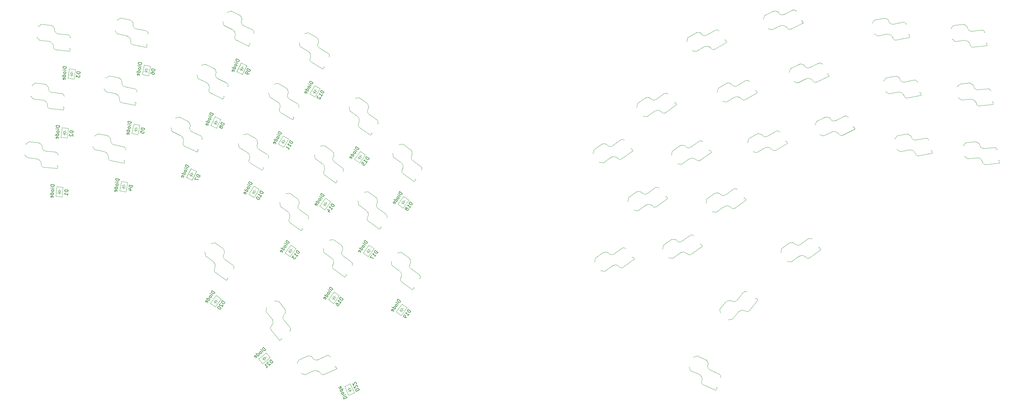
<source format=gbr>
G04 #@! TF.GenerationSoftware,KiCad,Pcbnew,8.0.3*
G04 #@! TF.CreationDate,2024-06-16T15:20:09+01:00*
G04 #@! TF.ProjectId,ykb,796b622e-6b69-4636-9164-5f7063625858,v1.0.0*
G04 #@! TF.SameCoordinates,Original*
G04 #@! TF.FileFunction,AssemblyDrawing,Bot*
%FSLAX46Y46*%
G04 Gerber Fmt 4.6, Leading zero omitted, Abs format (unit mm)*
G04 Created by KiCad (PCBNEW 8.0.3) date 2024-06-16 15:20:09*
%MOMM*%
%LPD*%
G01*
G04 APERTURE LIST*
%ADD10C,0.150000*%
%ADD11C,0.100000*%
G04 APERTURE END LIST*
D10*
X179411740Y-217713971D02*
X180325286Y-217307234D01*
X180325286Y-217307234D02*
X180228444Y-217089723D01*
X180228444Y-217089723D02*
X180126836Y-216978585D01*
X180126836Y-216978585D02*
X180001095Y-216930318D01*
X180001095Y-216930318D02*
X179894722Y-216925552D01*
X179894722Y-216925552D02*
X179701345Y-216959524D01*
X179701345Y-216959524D02*
X179570839Y-217017629D01*
X179570839Y-217017629D02*
X179416199Y-217138605D01*
X179416199Y-217138605D02*
X179348563Y-217220844D01*
X179348563Y-217220844D02*
X179300295Y-217346585D01*
X179300295Y-217346585D02*
X179314898Y-217496460D01*
X179314898Y-217496460D02*
X179411740Y-217713971D01*
X179005004Y-216800425D02*
X179614034Y-216529268D01*
X179918549Y-216393689D02*
X179894415Y-216456559D01*
X179894415Y-216456559D02*
X179831545Y-216432426D01*
X179831545Y-216432426D02*
X179855678Y-216369555D01*
X179855678Y-216369555D02*
X179918549Y-216393689D01*
X179918549Y-216393689D02*
X179831545Y-216432426D01*
X178753214Y-216234898D02*
X178835453Y-216302534D01*
X178835453Y-216302534D02*
X178898324Y-216326667D01*
X178898324Y-216326667D02*
X179004697Y-216331433D01*
X179004697Y-216331433D02*
X179265710Y-216215222D01*
X179265710Y-216215222D02*
X179333346Y-216132983D01*
X179333346Y-216132983D02*
X179357479Y-216070113D01*
X179357479Y-216070113D02*
X179362245Y-215963740D01*
X179362245Y-215963740D02*
X179304140Y-215833233D01*
X179304140Y-215833233D02*
X179221901Y-215765598D01*
X179221901Y-215765598D02*
X179159030Y-215741464D01*
X179159030Y-215741464D02*
X179052657Y-215736698D01*
X179052657Y-215736698D02*
X178791644Y-215852909D01*
X178791644Y-215852909D02*
X178724008Y-215935148D01*
X178724008Y-215935148D02*
X178699875Y-215998018D01*
X178699875Y-215998018D02*
X178695109Y-216104391D01*
X178695109Y-216104391D02*
X178753214Y-216234898D01*
X178269004Y-215147344D02*
X179182550Y-214740607D01*
X178312506Y-215127975D02*
X178307741Y-215234348D01*
X178307741Y-215234348D02*
X178385215Y-215408357D01*
X178385215Y-215408357D02*
X178467454Y-215475992D01*
X178467454Y-215475992D02*
X178530324Y-215500126D01*
X178530324Y-215500126D02*
X178636697Y-215504892D01*
X178636697Y-215504892D02*
X178897710Y-215388681D01*
X178897710Y-215388681D02*
X178965346Y-215306442D01*
X178965346Y-215306442D02*
X178989480Y-215243571D01*
X178989480Y-215243571D02*
X178994245Y-215137199D01*
X178994245Y-215137199D02*
X178916771Y-214963190D01*
X178916771Y-214963190D02*
X178834532Y-214895554D01*
X177963875Y-214344936D02*
X177959109Y-214451309D01*
X177959109Y-214451309D02*
X178036583Y-214625317D01*
X178036583Y-214625317D02*
X178118822Y-214692953D01*
X178118822Y-214692953D02*
X178225195Y-214697719D01*
X178225195Y-214697719D02*
X178573212Y-214542771D01*
X178573212Y-214542771D02*
X178640848Y-214460532D01*
X178640848Y-214460532D02*
X178645613Y-214354160D01*
X178645613Y-214354160D02*
X178568140Y-214180151D01*
X178568140Y-214180151D02*
X178485901Y-214112515D01*
X178485901Y-214112515D02*
X178379528Y-214107750D01*
X178379528Y-214107750D02*
X178292524Y-214146487D01*
X178292524Y-214146487D02*
X178399204Y-214620245D01*
X182905487Y-215480822D02*
X183819033Y-215074086D01*
X183819033Y-215074086D02*
X183722191Y-214856575D01*
X183722191Y-214856575D02*
X183620583Y-214745437D01*
X183620583Y-214745437D02*
X183494842Y-214697169D01*
X183494842Y-214697169D02*
X183388469Y-214692404D01*
X183388469Y-214692404D02*
X183195092Y-214726375D01*
X183195092Y-214726375D02*
X183064586Y-214784481D01*
X183064586Y-214784481D02*
X182909945Y-214905456D01*
X182909945Y-214905456D02*
X182842310Y-214987695D01*
X182842310Y-214987695D02*
X182794042Y-215113437D01*
X182794042Y-215113437D02*
X182808645Y-215263311D01*
X182808645Y-215263311D02*
X182905487Y-215480822D01*
X183344660Y-214242779D02*
X183368794Y-214179909D01*
X183368794Y-214179909D02*
X183373559Y-214073536D01*
X183373559Y-214073536D02*
X183276717Y-213856025D01*
X183276717Y-213856025D02*
X183194478Y-213788389D01*
X183194478Y-213788389D02*
X183131608Y-213764255D01*
X183131608Y-213764255D02*
X183025235Y-213759490D01*
X183025235Y-213759490D02*
X182938230Y-213798227D01*
X182938230Y-213798227D02*
X182827092Y-213899834D01*
X182827092Y-213899834D02*
X182537487Y-214654281D01*
X182537487Y-214654281D02*
X182285698Y-214088753D01*
X182957292Y-213372736D02*
X182981426Y-213309865D01*
X182981426Y-213309865D02*
X182986191Y-213203493D01*
X182986191Y-213203493D02*
X182889349Y-212985982D01*
X182889349Y-212985982D02*
X182807110Y-212918346D01*
X182807110Y-212918346D02*
X182744239Y-212894212D01*
X182744239Y-212894212D02*
X182637867Y-212889447D01*
X182637867Y-212889447D02*
X182550862Y-212928184D01*
X182550862Y-212928184D02*
X182439724Y-213029791D01*
X182439724Y-213029791D02*
X182150119Y-213784238D01*
X182150119Y-213784238D02*
X181898330Y-213218710D01*
X156889421Y-203567700D02*
X156260100Y-202790554D01*
X156260100Y-202790554D02*
X156075065Y-202940392D01*
X156075065Y-202940392D02*
X155994012Y-203067302D01*
X155994012Y-203067302D02*
X155979934Y-203201251D01*
X155979934Y-203201251D02*
X156002862Y-203305232D01*
X156002862Y-203305232D02*
X156085725Y-203483228D01*
X156085725Y-203483228D02*
X156175628Y-203594249D01*
X156175628Y-203594249D02*
X156332506Y-203712309D01*
X156332506Y-203712309D02*
X156429448Y-203756355D01*
X156429448Y-203756355D02*
X156563397Y-203770434D01*
X156563397Y-203770434D02*
X156704386Y-203717538D01*
X156704386Y-203717538D02*
X156889421Y-203567700D01*
X156112275Y-204197020D02*
X155692728Y-203678923D01*
X155482954Y-203419874D02*
X155549929Y-203426913D01*
X155549929Y-203426913D02*
X155542889Y-203493888D01*
X155542889Y-203493888D02*
X155475915Y-203486849D01*
X155475915Y-203486849D02*
X155482954Y-203419874D01*
X155482954Y-203419874D02*
X155542889Y-203493888D01*
X155631185Y-204586599D02*
X155675231Y-204489657D01*
X155675231Y-204489657D02*
X155682270Y-204422682D01*
X155682270Y-204422682D02*
X155659342Y-204318701D01*
X155659342Y-204318701D02*
X155479536Y-204096659D01*
X155479536Y-204096659D02*
X155382594Y-204052613D01*
X155382594Y-204052613D02*
X155315619Y-204045573D01*
X155315619Y-204045573D02*
X155211638Y-204068502D01*
X155211638Y-204068502D02*
X155100617Y-204158405D01*
X155100617Y-204158405D02*
X155056571Y-204255347D01*
X155056571Y-204255347D02*
X155049531Y-204322321D01*
X155049531Y-204322321D02*
X155072460Y-204426303D01*
X155072460Y-204426303D02*
X155252265Y-204648345D01*
X155252265Y-204648345D02*
X155349208Y-204692391D01*
X155349208Y-204692391D02*
X155416182Y-204699430D01*
X155416182Y-204699430D02*
X155520164Y-204676502D01*
X155520164Y-204676502D02*
X155631185Y-204586599D01*
X154706011Y-205335790D02*
X154076690Y-204558644D01*
X154676043Y-205298783D02*
X154780025Y-205275855D01*
X154780025Y-205275855D02*
X154928052Y-205155984D01*
X154928052Y-205155984D02*
X154972099Y-205059042D01*
X154972099Y-205059042D02*
X154979138Y-204992067D01*
X154979138Y-204992067D02*
X154956210Y-204888086D01*
X154956210Y-204888086D02*
X154776404Y-204666044D01*
X154776404Y-204666044D02*
X154679462Y-204621998D01*
X154679462Y-204621998D02*
X154612487Y-204614959D01*
X154612487Y-204614959D02*
X154508506Y-204637887D01*
X154508506Y-204637887D02*
X154360478Y-204757757D01*
X154360478Y-204757757D02*
X154316431Y-204854700D01*
X154009918Y-205838201D02*
X154113899Y-205815272D01*
X154113899Y-205815272D02*
X154261927Y-205695402D01*
X154261927Y-205695402D02*
X154305974Y-205598459D01*
X154305974Y-205598459D02*
X154283045Y-205494478D01*
X154283045Y-205494478D02*
X154043304Y-205198422D01*
X154043304Y-205198422D02*
X153946362Y-205154376D01*
X153946362Y-205154376D02*
X153842380Y-205177304D01*
X153842380Y-205177304D02*
X153694353Y-205297175D01*
X153694353Y-205297175D02*
X153650306Y-205394117D01*
X153650306Y-205394117D02*
X153673235Y-205498099D01*
X153673235Y-205498099D02*
X153733170Y-205572113D01*
X153733170Y-205572113D02*
X154163175Y-205346450D01*
X158988545Y-207143577D02*
X158359224Y-206366432D01*
X158359224Y-206366432D02*
X158174190Y-206516270D01*
X158174190Y-206516270D02*
X158093136Y-206643180D01*
X158093136Y-206643180D02*
X158079058Y-206777129D01*
X158079058Y-206777129D02*
X158101986Y-206881110D01*
X158101986Y-206881110D02*
X158184850Y-207059106D01*
X158184850Y-207059106D02*
X158274753Y-207170127D01*
X158274753Y-207170127D02*
X158431630Y-207288187D01*
X158431630Y-207288187D02*
X158528572Y-207332233D01*
X158528572Y-207332233D02*
X158662521Y-207346312D01*
X158662521Y-207346312D02*
X158803510Y-207293416D01*
X158803510Y-207293416D02*
X158988545Y-207143577D01*
X157679021Y-207039798D02*
X157612046Y-207032759D01*
X157612046Y-207032759D02*
X157508064Y-207055687D01*
X157508064Y-207055687D02*
X157323030Y-207205525D01*
X157323030Y-207205525D02*
X157278983Y-207302468D01*
X157278983Y-207302468D02*
X157271944Y-207369442D01*
X157271944Y-207369442D02*
X157294872Y-207473424D01*
X157294872Y-207473424D02*
X157354808Y-207547438D01*
X157354808Y-207547438D02*
X157481718Y-207628491D01*
X157481718Y-207628491D02*
X158285413Y-207712963D01*
X158285413Y-207712963D02*
X157804322Y-208102542D01*
X157064183Y-208701895D02*
X157508267Y-208342283D01*
X157286225Y-208522089D02*
X156656905Y-207744943D01*
X156656905Y-207744943D02*
X156820821Y-207796028D01*
X156820821Y-207796028D02*
X156954771Y-207810107D01*
X156954771Y-207810107D02*
X157058752Y-207787179D01*
X142246626Y-187049789D02*
X141437609Y-186462004D01*
X141437609Y-186462004D02*
X141297660Y-186654627D01*
X141297660Y-186654627D02*
X141252215Y-186798191D01*
X141252215Y-186798191D02*
X141273285Y-186931219D01*
X141273285Y-186931219D02*
X141322344Y-187025723D01*
X141322344Y-187025723D02*
X141448453Y-187176207D01*
X141448453Y-187176207D02*
X141564027Y-187260177D01*
X141564027Y-187260177D02*
X141746115Y-187333611D01*
X141746115Y-187333611D02*
X141851154Y-187351066D01*
X141851154Y-187351066D02*
X141984183Y-187329996D01*
X141984183Y-187329996D02*
X142106677Y-187242412D01*
X142106677Y-187242412D02*
X142246626Y-187049789D01*
X141658841Y-187858806D02*
X141119496Y-187466949D01*
X140849824Y-187271021D02*
X140916338Y-187260486D01*
X140916338Y-187260486D02*
X140926873Y-187327000D01*
X140926873Y-187327000D02*
X140860358Y-187337535D01*
X140860358Y-187337535D02*
X140849824Y-187271021D01*
X140849824Y-187271021D02*
X140926873Y-187327000D01*
X141294974Y-188359626D02*
X141312429Y-188254587D01*
X141312429Y-188254587D02*
X141301894Y-188188072D01*
X141301894Y-188188072D02*
X141252834Y-188093568D01*
X141252834Y-188093568D02*
X141021687Y-187925630D01*
X141021687Y-187925630D02*
X140916648Y-187908175D01*
X140916648Y-187908175D02*
X140850133Y-187918709D01*
X140850133Y-187918709D02*
X140755629Y-187967769D01*
X140755629Y-187967769D02*
X140671660Y-188083343D01*
X140671660Y-188083343D02*
X140654205Y-188188382D01*
X140654205Y-188188382D02*
X140664740Y-188254896D01*
X140664740Y-188254896D02*
X140713799Y-188349400D01*
X140713799Y-188349400D02*
X140944947Y-188517339D01*
X140944947Y-188517339D02*
X141049986Y-188534794D01*
X141049986Y-188534794D02*
X141116500Y-188524259D01*
X141116500Y-188524259D02*
X141211004Y-188475200D01*
X141211004Y-188475200D02*
X141294974Y-188359626D01*
X140595229Y-189322741D02*
X139786212Y-188734956D01*
X140556705Y-189294751D02*
X140651209Y-189245692D01*
X140651209Y-189245692D02*
X140763168Y-189091594D01*
X140763168Y-189091594D02*
X140780623Y-188986555D01*
X140780623Y-188986555D02*
X140770088Y-188920040D01*
X140770088Y-188920040D02*
X140721029Y-188825536D01*
X140721029Y-188825536D02*
X140489881Y-188657597D01*
X140489881Y-188657597D02*
X140384842Y-188640142D01*
X140384842Y-188640142D02*
X140318328Y-188650677D01*
X140318328Y-188650677D02*
X140223823Y-188699737D01*
X140223823Y-188699737D02*
X140111864Y-188853835D01*
X140111864Y-188853835D02*
X140094409Y-188958874D01*
X140052889Y-189988195D02*
X140147393Y-189939135D01*
X140147393Y-189939135D02*
X140259352Y-189785037D01*
X140259352Y-189785037D02*
X140276807Y-189679998D01*
X140276807Y-189679998D02*
X140227747Y-189585494D01*
X140227747Y-189585494D02*
X139919551Y-189361575D01*
X139919551Y-189361575D02*
X139814512Y-189344120D01*
X139814512Y-189344120D02*
X139720007Y-189393180D01*
X139720007Y-189393180D02*
X139608048Y-189547278D01*
X139608048Y-189547278D02*
X139590593Y-189652317D01*
X139590593Y-189652317D02*
X139639653Y-189746822D01*
X139639653Y-189746822D02*
X139716702Y-189802801D01*
X139716702Y-189802801D02*
X140073649Y-189473534D01*
X145199729Y-189960529D02*
X144390712Y-189372743D01*
X144390712Y-189372743D02*
X144250763Y-189565366D01*
X144250763Y-189565366D02*
X144205319Y-189708930D01*
X144205319Y-189708930D02*
X144226388Y-189841959D01*
X144226388Y-189841959D02*
X144275448Y-189936463D01*
X144275448Y-189936463D02*
X144401556Y-190086947D01*
X144401556Y-190086947D02*
X144517130Y-190170916D01*
X144517130Y-190170916D02*
X144699218Y-190244351D01*
X144699218Y-190244351D02*
X144804258Y-190261805D01*
X144804258Y-190261805D02*
X144937286Y-190240736D01*
X144937286Y-190240736D02*
X145059780Y-190153152D01*
X145059780Y-190153152D02*
X145199729Y-189960529D01*
X143907966Y-190199215D02*
X143841451Y-190209750D01*
X143841451Y-190209750D02*
X143746947Y-190258810D01*
X143746947Y-190258810D02*
X143606998Y-190451433D01*
X143606998Y-190451433D02*
X143589544Y-190556472D01*
X143589544Y-190556472D02*
X143600078Y-190622986D01*
X143600078Y-190622986D02*
X143649138Y-190717490D01*
X143649138Y-190717490D02*
X143726187Y-190773470D01*
X143726187Y-190773470D02*
X143869751Y-190818915D01*
X143869751Y-190818915D02*
X144667923Y-190692496D01*
X144667923Y-190692496D02*
X144304056Y-191193316D01*
X143131172Y-191106351D02*
X143075193Y-191183400D01*
X143075193Y-191183400D02*
X143057738Y-191288439D01*
X143057738Y-191288439D02*
X143068273Y-191354954D01*
X143068273Y-191354954D02*
X143117332Y-191449458D01*
X143117332Y-191449458D02*
X143243441Y-191599942D01*
X143243441Y-191599942D02*
X143436064Y-191739891D01*
X143436064Y-191739891D02*
X143618152Y-191813325D01*
X143618152Y-191813325D02*
X143723191Y-191830780D01*
X143723191Y-191830780D02*
X143789706Y-191820245D01*
X143789706Y-191820245D02*
X143884210Y-191771186D01*
X143884210Y-191771186D02*
X143940189Y-191694136D01*
X143940189Y-191694136D02*
X143957644Y-191589097D01*
X143957644Y-191589097D02*
X143947109Y-191522583D01*
X143947109Y-191522583D02*
X143898050Y-191428079D01*
X143898050Y-191428079D02*
X143771941Y-191277595D01*
X143771941Y-191277595D02*
X143579318Y-191137646D01*
X143579318Y-191137646D02*
X143397230Y-191064212D01*
X143397230Y-191064212D02*
X143292191Y-191046757D01*
X143292191Y-191046757D02*
X143225676Y-191057292D01*
X143225676Y-191057292D02*
X143131172Y-191106351D01*
X195746626Y-189549789D02*
X194937609Y-188962004D01*
X194937609Y-188962004D02*
X194797660Y-189154627D01*
X194797660Y-189154627D02*
X194752215Y-189298191D01*
X194752215Y-189298191D02*
X194773285Y-189431219D01*
X194773285Y-189431219D02*
X194822344Y-189525723D01*
X194822344Y-189525723D02*
X194948453Y-189676207D01*
X194948453Y-189676207D02*
X195064027Y-189760177D01*
X195064027Y-189760177D02*
X195246115Y-189833611D01*
X195246115Y-189833611D02*
X195351154Y-189851066D01*
X195351154Y-189851066D02*
X195484183Y-189829996D01*
X195484183Y-189829996D02*
X195606677Y-189742412D01*
X195606677Y-189742412D02*
X195746626Y-189549789D01*
X195158841Y-190358806D02*
X194619496Y-189966949D01*
X194349824Y-189771021D02*
X194416338Y-189760486D01*
X194416338Y-189760486D02*
X194426873Y-189827000D01*
X194426873Y-189827000D02*
X194360358Y-189837535D01*
X194360358Y-189837535D02*
X194349824Y-189771021D01*
X194349824Y-189771021D02*
X194426873Y-189827000D01*
X194794974Y-190859626D02*
X194812429Y-190754587D01*
X194812429Y-190754587D02*
X194801894Y-190688072D01*
X194801894Y-190688072D02*
X194752834Y-190593568D01*
X194752834Y-190593568D02*
X194521687Y-190425630D01*
X194521687Y-190425630D02*
X194416648Y-190408175D01*
X194416648Y-190408175D02*
X194350133Y-190418709D01*
X194350133Y-190418709D02*
X194255629Y-190467769D01*
X194255629Y-190467769D02*
X194171660Y-190583343D01*
X194171660Y-190583343D02*
X194154205Y-190688382D01*
X194154205Y-190688382D02*
X194164740Y-190754896D01*
X194164740Y-190754896D02*
X194213799Y-190849400D01*
X194213799Y-190849400D02*
X194444947Y-191017339D01*
X194444947Y-191017339D02*
X194549986Y-191034794D01*
X194549986Y-191034794D02*
X194616500Y-191024259D01*
X194616500Y-191024259D02*
X194711004Y-190975200D01*
X194711004Y-190975200D02*
X194794974Y-190859626D01*
X194095229Y-191822741D02*
X193286212Y-191234956D01*
X194056705Y-191794751D02*
X194151209Y-191745692D01*
X194151209Y-191745692D02*
X194263168Y-191591594D01*
X194263168Y-191591594D02*
X194280623Y-191486555D01*
X194280623Y-191486555D02*
X194270088Y-191420040D01*
X194270088Y-191420040D02*
X194221029Y-191325536D01*
X194221029Y-191325536D02*
X193989881Y-191157597D01*
X193989881Y-191157597D02*
X193884842Y-191140142D01*
X193884842Y-191140142D02*
X193818328Y-191150677D01*
X193818328Y-191150677D02*
X193723823Y-191199737D01*
X193723823Y-191199737D02*
X193611864Y-191353835D01*
X193611864Y-191353835D02*
X193594409Y-191458874D01*
X193552889Y-192488195D02*
X193647393Y-192439135D01*
X193647393Y-192439135D02*
X193759352Y-192285037D01*
X193759352Y-192285037D02*
X193776807Y-192179998D01*
X193776807Y-192179998D02*
X193727747Y-192085494D01*
X193727747Y-192085494D02*
X193419551Y-191861575D01*
X193419551Y-191861575D02*
X193314512Y-191844120D01*
X193314512Y-191844120D02*
X193220007Y-191893180D01*
X193220007Y-191893180D02*
X193108048Y-192047278D01*
X193108048Y-192047278D02*
X193090593Y-192152317D01*
X193090593Y-192152317D02*
X193139653Y-192246822D01*
X193139653Y-192246822D02*
X193216702Y-192302801D01*
X193216702Y-192302801D02*
X193573649Y-191973534D01*
X198699729Y-192460529D02*
X197890712Y-191872743D01*
X197890712Y-191872743D02*
X197750763Y-192065366D01*
X197750763Y-192065366D02*
X197705319Y-192208930D01*
X197705319Y-192208930D02*
X197726388Y-192341959D01*
X197726388Y-192341959D02*
X197775448Y-192436463D01*
X197775448Y-192436463D02*
X197901556Y-192586947D01*
X197901556Y-192586947D02*
X198017130Y-192670916D01*
X198017130Y-192670916D02*
X198199218Y-192744351D01*
X198199218Y-192744351D02*
X198304258Y-192761805D01*
X198304258Y-192761805D02*
X198437286Y-192740736D01*
X198437286Y-192740736D02*
X198559780Y-192653152D01*
X198559780Y-192653152D02*
X198699729Y-192460529D01*
X197804056Y-193693316D02*
X198139934Y-193231021D01*
X197971995Y-193462169D02*
X197162978Y-192874383D01*
X197162978Y-192874383D02*
X197334531Y-192881304D01*
X197334531Y-192881304D02*
X197467560Y-192860234D01*
X197467560Y-192860234D02*
X197562064Y-192811174D01*
X197524159Y-194078563D02*
X197412199Y-194232661D01*
X197412199Y-194232661D02*
X197317695Y-194281721D01*
X197317695Y-194281721D02*
X197251181Y-194292255D01*
X197251181Y-194292255D02*
X197079628Y-194285335D01*
X197079628Y-194285335D02*
X196897539Y-194211901D01*
X196897539Y-194211901D02*
X196589342Y-193987983D01*
X196589342Y-193987983D02*
X196540283Y-193893479D01*
X196540283Y-193893479D02*
X196529748Y-193826964D01*
X196529748Y-193826964D02*
X196547203Y-193721925D01*
X196547203Y-193721925D02*
X196659162Y-193567827D01*
X196659162Y-193567827D02*
X196753666Y-193518767D01*
X196753666Y-193518767D02*
X196820181Y-193508232D01*
X196820181Y-193508232D02*
X196925220Y-193525687D01*
X196925220Y-193525687D02*
X197117843Y-193665636D01*
X197117843Y-193665636D02*
X197166902Y-193760140D01*
X197166902Y-193760140D02*
X197177437Y-193826655D01*
X197177437Y-193826655D02*
X197159982Y-193931694D01*
X197159982Y-193931694D02*
X197048023Y-194085792D01*
X197048023Y-194085792D02*
X196953519Y-194134852D01*
X196953519Y-194134852D02*
X196887004Y-194145386D01*
X196887004Y-194145386D02*
X196781965Y-194127932D01*
X196246626Y-158549789D02*
X195437609Y-157962004D01*
X195437609Y-157962004D02*
X195297660Y-158154627D01*
X195297660Y-158154627D02*
X195252215Y-158298191D01*
X195252215Y-158298191D02*
X195273285Y-158431219D01*
X195273285Y-158431219D02*
X195322344Y-158525723D01*
X195322344Y-158525723D02*
X195448453Y-158676207D01*
X195448453Y-158676207D02*
X195564027Y-158760177D01*
X195564027Y-158760177D02*
X195746115Y-158833611D01*
X195746115Y-158833611D02*
X195851154Y-158851066D01*
X195851154Y-158851066D02*
X195984183Y-158829996D01*
X195984183Y-158829996D02*
X196106677Y-158742412D01*
X196106677Y-158742412D02*
X196246626Y-158549789D01*
X195658841Y-159358806D02*
X195119496Y-158966949D01*
X194849824Y-158771021D02*
X194916338Y-158760486D01*
X194916338Y-158760486D02*
X194926873Y-158827000D01*
X194926873Y-158827000D02*
X194860358Y-158837535D01*
X194860358Y-158837535D02*
X194849824Y-158771021D01*
X194849824Y-158771021D02*
X194926873Y-158827000D01*
X195294974Y-159859626D02*
X195312429Y-159754587D01*
X195312429Y-159754587D02*
X195301894Y-159688072D01*
X195301894Y-159688072D02*
X195252834Y-159593568D01*
X195252834Y-159593568D02*
X195021687Y-159425630D01*
X195021687Y-159425630D02*
X194916648Y-159408175D01*
X194916648Y-159408175D02*
X194850133Y-159418709D01*
X194850133Y-159418709D02*
X194755629Y-159467769D01*
X194755629Y-159467769D02*
X194671660Y-159583343D01*
X194671660Y-159583343D02*
X194654205Y-159688382D01*
X194654205Y-159688382D02*
X194664740Y-159754896D01*
X194664740Y-159754896D02*
X194713799Y-159849400D01*
X194713799Y-159849400D02*
X194944947Y-160017339D01*
X194944947Y-160017339D02*
X195049986Y-160034794D01*
X195049986Y-160034794D02*
X195116500Y-160024259D01*
X195116500Y-160024259D02*
X195211004Y-159975200D01*
X195211004Y-159975200D02*
X195294974Y-159859626D01*
X194595229Y-160822741D02*
X193786212Y-160234956D01*
X194556705Y-160794751D02*
X194651209Y-160745692D01*
X194651209Y-160745692D02*
X194763168Y-160591594D01*
X194763168Y-160591594D02*
X194780623Y-160486555D01*
X194780623Y-160486555D02*
X194770088Y-160420040D01*
X194770088Y-160420040D02*
X194721029Y-160325536D01*
X194721029Y-160325536D02*
X194489881Y-160157597D01*
X194489881Y-160157597D02*
X194384842Y-160140142D01*
X194384842Y-160140142D02*
X194318328Y-160150677D01*
X194318328Y-160150677D02*
X194223823Y-160199737D01*
X194223823Y-160199737D02*
X194111864Y-160353835D01*
X194111864Y-160353835D02*
X194094409Y-160458874D01*
X194052889Y-161488195D02*
X194147393Y-161439135D01*
X194147393Y-161439135D02*
X194259352Y-161285037D01*
X194259352Y-161285037D02*
X194276807Y-161179998D01*
X194276807Y-161179998D02*
X194227747Y-161085494D01*
X194227747Y-161085494D02*
X193919551Y-160861575D01*
X193919551Y-160861575D02*
X193814512Y-160844120D01*
X193814512Y-160844120D02*
X193720007Y-160893180D01*
X193720007Y-160893180D02*
X193608048Y-161047278D01*
X193608048Y-161047278D02*
X193590593Y-161152317D01*
X193590593Y-161152317D02*
X193639653Y-161246822D01*
X193639653Y-161246822D02*
X193716702Y-161302801D01*
X193716702Y-161302801D02*
X194073649Y-160973534D01*
X199199729Y-161460529D02*
X198390712Y-160872743D01*
X198390712Y-160872743D02*
X198250763Y-161065366D01*
X198250763Y-161065366D02*
X198205319Y-161208930D01*
X198205319Y-161208930D02*
X198226388Y-161341959D01*
X198226388Y-161341959D02*
X198275448Y-161436463D01*
X198275448Y-161436463D02*
X198401556Y-161586947D01*
X198401556Y-161586947D02*
X198517130Y-161670916D01*
X198517130Y-161670916D02*
X198699218Y-161744351D01*
X198699218Y-161744351D02*
X198804258Y-161761805D01*
X198804258Y-161761805D02*
X198937286Y-161740736D01*
X198937286Y-161740736D02*
X199059780Y-161653152D01*
X199059780Y-161653152D02*
X199199729Y-161460529D01*
X198304056Y-162693316D02*
X198639934Y-162231021D01*
X198471995Y-162462169D02*
X197662978Y-161874383D01*
X197662978Y-161874383D02*
X197834531Y-161881304D01*
X197834531Y-161881304D02*
X197967560Y-161860234D01*
X197967560Y-161860234D02*
X198062064Y-161811174D01*
X197505884Y-162819735D02*
X197523339Y-162714696D01*
X197523339Y-162714696D02*
X197512804Y-162648181D01*
X197512804Y-162648181D02*
X197463744Y-162553677D01*
X197463744Y-162553677D02*
X197425220Y-162525687D01*
X197425220Y-162525687D02*
X197320181Y-162508232D01*
X197320181Y-162508232D02*
X197253666Y-162518767D01*
X197253666Y-162518767D02*
X197159162Y-162567827D01*
X197159162Y-162567827D02*
X197047203Y-162721925D01*
X197047203Y-162721925D02*
X197029748Y-162826964D01*
X197029748Y-162826964D02*
X197040283Y-162893479D01*
X197040283Y-162893479D02*
X197089342Y-162987983D01*
X197089342Y-162987983D02*
X197127867Y-163015972D01*
X197127867Y-163015972D02*
X197232906Y-163033427D01*
X197232906Y-163033427D02*
X197299420Y-163022893D01*
X197299420Y-163022893D02*
X197393925Y-162973833D01*
X197393925Y-162973833D02*
X197505884Y-162819735D01*
X197505884Y-162819735D02*
X197600388Y-162770675D01*
X197600388Y-162770675D02*
X197666902Y-162760140D01*
X197666902Y-162760140D02*
X197771941Y-162777595D01*
X197771941Y-162777595D02*
X197926040Y-162889554D01*
X197926040Y-162889554D02*
X197975099Y-162984058D01*
X197975099Y-162984058D02*
X197985634Y-163050573D01*
X197985634Y-163050573D02*
X197968179Y-163155612D01*
X197968179Y-163155612D02*
X197856220Y-163309710D01*
X197856220Y-163309710D02*
X197761716Y-163358770D01*
X197761716Y-163358770D02*
X197695201Y-163369305D01*
X197695201Y-163369305D02*
X197590162Y-163351850D01*
X197590162Y-163351850D02*
X197436064Y-163239891D01*
X197436064Y-163239891D02*
X197387004Y-163145386D01*
X197387004Y-163145386D02*
X197376470Y-163078872D01*
X197376470Y-163078872D02*
X197393925Y-162973833D01*
X186246626Y-172549789D02*
X185437609Y-171962004D01*
X185437609Y-171962004D02*
X185297660Y-172154627D01*
X185297660Y-172154627D02*
X185252215Y-172298191D01*
X185252215Y-172298191D02*
X185273285Y-172431219D01*
X185273285Y-172431219D02*
X185322344Y-172525723D01*
X185322344Y-172525723D02*
X185448453Y-172676207D01*
X185448453Y-172676207D02*
X185564027Y-172760177D01*
X185564027Y-172760177D02*
X185746115Y-172833611D01*
X185746115Y-172833611D02*
X185851154Y-172851066D01*
X185851154Y-172851066D02*
X185984183Y-172829996D01*
X185984183Y-172829996D02*
X186106677Y-172742412D01*
X186106677Y-172742412D02*
X186246626Y-172549789D01*
X185658841Y-173358806D02*
X185119496Y-172966949D01*
X184849824Y-172771021D02*
X184916338Y-172760486D01*
X184916338Y-172760486D02*
X184926873Y-172827000D01*
X184926873Y-172827000D02*
X184860358Y-172837535D01*
X184860358Y-172837535D02*
X184849824Y-172771021D01*
X184849824Y-172771021D02*
X184926873Y-172827000D01*
X185294974Y-173859626D02*
X185312429Y-173754587D01*
X185312429Y-173754587D02*
X185301894Y-173688072D01*
X185301894Y-173688072D02*
X185252834Y-173593568D01*
X185252834Y-173593568D02*
X185021687Y-173425630D01*
X185021687Y-173425630D02*
X184916648Y-173408175D01*
X184916648Y-173408175D02*
X184850133Y-173418709D01*
X184850133Y-173418709D02*
X184755629Y-173467769D01*
X184755629Y-173467769D02*
X184671660Y-173583343D01*
X184671660Y-173583343D02*
X184654205Y-173688382D01*
X184654205Y-173688382D02*
X184664740Y-173754896D01*
X184664740Y-173754896D02*
X184713799Y-173849400D01*
X184713799Y-173849400D02*
X184944947Y-174017339D01*
X184944947Y-174017339D02*
X185049986Y-174034794D01*
X185049986Y-174034794D02*
X185116500Y-174024259D01*
X185116500Y-174024259D02*
X185211004Y-173975200D01*
X185211004Y-173975200D02*
X185294974Y-173859626D01*
X184595229Y-174822741D02*
X183786212Y-174234956D01*
X184556705Y-174794751D02*
X184651209Y-174745692D01*
X184651209Y-174745692D02*
X184763168Y-174591594D01*
X184763168Y-174591594D02*
X184780623Y-174486555D01*
X184780623Y-174486555D02*
X184770088Y-174420040D01*
X184770088Y-174420040D02*
X184721029Y-174325536D01*
X184721029Y-174325536D02*
X184489881Y-174157597D01*
X184489881Y-174157597D02*
X184384842Y-174140142D01*
X184384842Y-174140142D02*
X184318328Y-174150677D01*
X184318328Y-174150677D02*
X184223823Y-174199737D01*
X184223823Y-174199737D02*
X184111864Y-174353835D01*
X184111864Y-174353835D02*
X184094409Y-174458874D01*
X184052889Y-175488195D02*
X184147393Y-175439135D01*
X184147393Y-175439135D02*
X184259352Y-175285037D01*
X184259352Y-175285037D02*
X184276807Y-175179998D01*
X184276807Y-175179998D02*
X184227747Y-175085494D01*
X184227747Y-175085494D02*
X183919551Y-174861575D01*
X183919551Y-174861575D02*
X183814512Y-174844120D01*
X183814512Y-174844120D02*
X183720007Y-174893180D01*
X183720007Y-174893180D02*
X183608048Y-175047278D01*
X183608048Y-175047278D02*
X183590593Y-175152317D01*
X183590593Y-175152317D02*
X183639653Y-175246822D01*
X183639653Y-175246822D02*
X183716702Y-175302801D01*
X183716702Y-175302801D02*
X184073649Y-174973534D01*
X189199729Y-175460529D02*
X188390712Y-174872743D01*
X188390712Y-174872743D02*
X188250763Y-175065366D01*
X188250763Y-175065366D02*
X188205319Y-175208930D01*
X188205319Y-175208930D02*
X188226388Y-175341959D01*
X188226388Y-175341959D02*
X188275448Y-175436463D01*
X188275448Y-175436463D02*
X188401556Y-175586947D01*
X188401556Y-175586947D02*
X188517130Y-175670916D01*
X188517130Y-175670916D02*
X188699218Y-175744351D01*
X188699218Y-175744351D02*
X188804258Y-175761805D01*
X188804258Y-175761805D02*
X188937286Y-175740736D01*
X188937286Y-175740736D02*
X189059780Y-175653152D01*
X189059780Y-175653152D02*
X189199729Y-175460529D01*
X188304056Y-176693316D02*
X188639934Y-176231021D01*
X188471995Y-176462169D02*
X187662978Y-175874383D01*
X187662978Y-175874383D02*
X187834531Y-175881304D01*
X187834531Y-175881304D02*
X187967560Y-175860234D01*
X187967560Y-175860234D02*
X188062064Y-175811174D01*
X187299111Y-176375204D02*
X186907254Y-176914548D01*
X186907254Y-176914548D02*
X187968179Y-177155612D01*
X176246626Y-186049789D02*
X175437609Y-185462004D01*
X175437609Y-185462004D02*
X175297660Y-185654627D01*
X175297660Y-185654627D02*
X175252215Y-185798191D01*
X175252215Y-185798191D02*
X175273285Y-185931219D01*
X175273285Y-185931219D02*
X175322344Y-186025723D01*
X175322344Y-186025723D02*
X175448453Y-186176207D01*
X175448453Y-186176207D02*
X175564027Y-186260177D01*
X175564027Y-186260177D02*
X175746115Y-186333611D01*
X175746115Y-186333611D02*
X175851154Y-186351066D01*
X175851154Y-186351066D02*
X175984183Y-186329996D01*
X175984183Y-186329996D02*
X176106677Y-186242412D01*
X176106677Y-186242412D02*
X176246626Y-186049789D01*
X175658841Y-186858806D02*
X175119496Y-186466949D01*
X174849824Y-186271021D02*
X174916338Y-186260486D01*
X174916338Y-186260486D02*
X174926873Y-186327000D01*
X174926873Y-186327000D02*
X174860358Y-186337535D01*
X174860358Y-186337535D02*
X174849824Y-186271021D01*
X174849824Y-186271021D02*
X174926873Y-186327000D01*
X175294974Y-187359626D02*
X175312429Y-187254587D01*
X175312429Y-187254587D02*
X175301894Y-187188072D01*
X175301894Y-187188072D02*
X175252834Y-187093568D01*
X175252834Y-187093568D02*
X175021687Y-186925630D01*
X175021687Y-186925630D02*
X174916648Y-186908175D01*
X174916648Y-186908175D02*
X174850133Y-186918709D01*
X174850133Y-186918709D02*
X174755629Y-186967769D01*
X174755629Y-186967769D02*
X174671660Y-187083343D01*
X174671660Y-187083343D02*
X174654205Y-187188382D01*
X174654205Y-187188382D02*
X174664740Y-187254896D01*
X174664740Y-187254896D02*
X174713799Y-187349400D01*
X174713799Y-187349400D02*
X174944947Y-187517339D01*
X174944947Y-187517339D02*
X175049986Y-187534794D01*
X175049986Y-187534794D02*
X175116500Y-187524259D01*
X175116500Y-187524259D02*
X175211004Y-187475200D01*
X175211004Y-187475200D02*
X175294974Y-187359626D01*
X174595229Y-188322741D02*
X173786212Y-187734956D01*
X174556705Y-188294751D02*
X174651209Y-188245692D01*
X174651209Y-188245692D02*
X174763168Y-188091594D01*
X174763168Y-188091594D02*
X174780623Y-187986555D01*
X174780623Y-187986555D02*
X174770088Y-187920040D01*
X174770088Y-187920040D02*
X174721029Y-187825536D01*
X174721029Y-187825536D02*
X174489881Y-187657597D01*
X174489881Y-187657597D02*
X174384842Y-187640142D01*
X174384842Y-187640142D02*
X174318328Y-187650677D01*
X174318328Y-187650677D02*
X174223823Y-187699737D01*
X174223823Y-187699737D02*
X174111864Y-187853835D01*
X174111864Y-187853835D02*
X174094409Y-187958874D01*
X174052889Y-188988195D02*
X174147393Y-188939135D01*
X174147393Y-188939135D02*
X174259352Y-188785037D01*
X174259352Y-188785037D02*
X174276807Y-188679998D01*
X174276807Y-188679998D02*
X174227747Y-188585494D01*
X174227747Y-188585494D02*
X173919551Y-188361575D01*
X173919551Y-188361575D02*
X173814512Y-188344120D01*
X173814512Y-188344120D02*
X173720007Y-188393180D01*
X173720007Y-188393180D02*
X173608048Y-188547278D01*
X173608048Y-188547278D02*
X173590593Y-188652317D01*
X173590593Y-188652317D02*
X173639653Y-188746822D01*
X173639653Y-188746822D02*
X173716702Y-188802801D01*
X173716702Y-188802801D02*
X174073649Y-188473534D01*
X179199729Y-188960529D02*
X178390712Y-188372743D01*
X178390712Y-188372743D02*
X178250763Y-188565366D01*
X178250763Y-188565366D02*
X178205319Y-188708930D01*
X178205319Y-188708930D02*
X178226388Y-188841959D01*
X178226388Y-188841959D02*
X178275448Y-188936463D01*
X178275448Y-188936463D02*
X178401556Y-189086947D01*
X178401556Y-189086947D02*
X178517130Y-189170916D01*
X178517130Y-189170916D02*
X178699218Y-189244351D01*
X178699218Y-189244351D02*
X178804258Y-189261805D01*
X178804258Y-189261805D02*
X178937286Y-189240736D01*
X178937286Y-189240736D02*
X179059780Y-189153152D01*
X179059780Y-189153152D02*
X179199729Y-188960529D01*
X178304056Y-190193316D02*
X178639934Y-189731021D01*
X178471995Y-189962169D02*
X177662978Y-189374383D01*
X177662978Y-189374383D02*
X177834531Y-189381304D01*
X177834531Y-189381304D02*
X177967560Y-189360234D01*
X177967560Y-189360234D02*
X178062064Y-189311174D01*
X176991223Y-190298974D02*
X177103182Y-190144876D01*
X177103182Y-190144876D02*
X177197687Y-190095816D01*
X177197687Y-190095816D02*
X177264201Y-190085282D01*
X177264201Y-190085282D02*
X177435754Y-190092202D01*
X177435754Y-190092202D02*
X177617843Y-190165636D01*
X177617843Y-190165636D02*
X177926040Y-190389554D01*
X177926040Y-190389554D02*
X177975099Y-190484058D01*
X177975099Y-190484058D02*
X177985634Y-190550573D01*
X177985634Y-190550573D02*
X177968179Y-190655612D01*
X177968179Y-190655612D02*
X177856220Y-190809710D01*
X177856220Y-190809710D02*
X177761716Y-190858770D01*
X177761716Y-190858770D02*
X177695201Y-190869305D01*
X177695201Y-190869305D02*
X177590162Y-190851850D01*
X177590162Y-190851850D02*
X177397539Y-190711901D01*
X177397539Y-190711901D02*
X177348480Y-190617397D01*
X177348480Y-190617397D02*
X177337945Y-190550882D01*
X177337945Y-190550882D02*
X177355400Y-190445843D01*
X177355400Y-190445843D02*
X177467359Y-190291745D01*
X177467359Y-190291745D02*
X177561863Y-190242685D01*
X177561863Y-190242685D02*
X177628378Y-190232151D01*
X177628378Y-190232151D02*
X177733417Y-190249605D01*
X183746626Y-145549789D02*
X182937609Y-144962004D01*
X182937609Y-144962004D02*
X182797660Y-145154627D01*
X182797660Y-145154627D02*
X182752215Y-145298191D01*
X182752215Y-145298191D02*
X182773285Y-145431219D01*
X182773285Y-145431219D02*
X182822344Y-145525723D01*
X182822344Y-145525723D02*
X182948453Y-145676207D01*
X182948453Y-145676207D02*
X183064027Y-145760177D01*
X183064027Y-145760177D02*
X183246115Y-145833611D01*
X183246115Y-145833611D02*
X183351154Y-145851066D01*
X183351154Y-145851066D02*
X183484183Y-145829996D01*
X183484183Y-145829996D02*
X183606677Y-145742412D01*
X183606677Y-145742412D02*
X183746626Y-145549789D01*
X183158841Y-146358806D02*
X182619496Y-145966949D01*
X182349824Y-145771021D02*
X182416338Y-145760486D01*
X182416338Y-145760486D02*
X182426873Y-145827000D01*
X182426873Y-145827000D02*
X182360358Y-145837535D01*
X182360358Y-145837535D02*
X182349824Y-145771021D01*
X182349824Y-145771021D02*
X182426873Y-145827000D01*
X182794974Y-146859626D02*
X182812429Y-146754587D01*
X182812429Y-146754587D02*
X182801894Y-146688072D01*
X182801894Y-146688072D02*
X182752834Y-146593568D01*
X182752834Y-146593568D02*
X182521687Y-146425630D01*
X182521687Y-146425630D02*
X182416648Y-146408175D01*
X182416648Y-146408175D02*
X182350133Y-146418709D01*
X182350133Y-146418709D02*
X182255629Y-146467769D01*
X182255629Y-146467769D02*
X182171660Y-146583343D01*
X182171660Y-146583343D02*
X182154205Y-146688382D01*
X182154205Y-146688382D02*
X182164740Y-146754896D01*
X182164740Y-146754896D02*
X182213799Y-146849400D01*
X182213799Y-146849400D02*
X182444947Y-147017339D01*
X182444947Y-147017339D02*
X182549986Y-147034794D01*
X182549986Y-147034794D02*
X182616500Y-147024259D01*
X182616500Y-147024259D02*
X182711004Y-146975200D01*
X182711004Y-146975200D02*
X182794974Y-146859626D01*
X182095229Y-147822741D02*
X181286212Y-147234956D01*
X182056705Y-147794751D02*
X182151209Y-147745692D01*
X182151209Y-147745692D02*
X182263168Y-147591594D01*
X182263168Y-147591594D02*
X182280623Y-147486555D01*
X182280623Y-147486555D02*
X182270088Y-147420040D01*
X182270088Y-147420040D02*
X182221029Y-147325536D01*
X182221029Y-147325536D02*
X181989881Y-147157597D01*
X181989881Y-147157597D02*
X181884842Y-147140142D01*
X181884842Y-147140142D02*
X181818328Y-147150677D01*
X181818328Y-147150677D02*
X181723823Y-147199737D01*
X181723823Y-147199737D02*
X181611864Y-147353835D01*
X181611864Y-147353835D02*
X181594409Y-147458874D01*
X181552889Y-148488195D02*
X181647393Y-148439135D01*
X181647393Y-148439135D02*
X181759352Y-148285037D01*
X181759352Y-148285037D02*
X181776807Y-148179998D01*
X181776807Y-148179998D02*
X181727747Y-148085494D01*
X181727747Y-148085494D02*
X181419551Y-147861575D01*
X181419551Y-147861575D02*
X181314512Y-147844120D01*
X181314512Y-147844120D02*
X181220007Y-147893180D01*
X181220007Y-147893180D02*
X181108048Y-148047278D01*
X181108048Y-148047278D02*
X181090593Y-148152317D01*
X181090593Y-148152317D02*
X181139653Y-148246822D01*
X181139653Y-148246822D02*
X181216702Y-148302801D01*
X181216702Y-148302801D02*
X181573649Y-147973534D01*
X186699729Y-148460529D02*
X185890712Y-147872743D01*
X185890712Y-147872743D02*
X185750763Y-148065366D01*
X185750763Y-148065366D02*
X185705319Y-148208930D01*
X185705319Y-148208930D02*
X185726388Y-148341959D01*
X185726388Y-148341959D02*
X185775448Y-148436463D01*
X185775448Y-148436463D02*
X185901556Y-148586947D01*
X185901556Y-148586947D02*
X186017130Y-148670916D01*
X186017130Y-148670916D02*
X186199218Y-148744351D01*
X186199218Y-148744351D02*
X186304258Y-148761805D01*
X186304258Y-148761805D02*
X186437286Y-148740736D01*
X186437286Y-148740736D02*
X186559780Y-148653152D01*
X186559780Y-148653152D02*
X186699729Y-148460529D01*
X185804056Y-149693316D02*
X186139934Y-149231021D01*
X185971995Y-149462169D02*
X185162978Y-148874383D01*
X185162978Y-148874383D02*
X185334531Y-148881304D01*
X185334531Y-148881304D02*
X185467560Y-148860234D01*
X185467560Y-148860234D02*
X185562064Y-148811174D01*
X184463234Y-149837499D02*
X184743131Y-149452253D01*
X184743131Y-149452253D02*
X185156367Y-149693626D01*
X185156367Y-149693626D02*
X185089853Y-149704161D01*
X185089853Y-149704161D02*
X184995349Y-149753220D01*
X184995349Y-149753220D02*
X184855400Y-149945843D01*
X184855400Y-149945843D02*
X184837945Y-150050882D01*
X184837945Y-150050882D02*
X184848480Y-150117397D01*
X184848480Y-150117397D02*
X184897539Y-150211901D01*
X184897539Y-150211901D02*
X185090162Y-150351850D01*
X185090162Y-150351850D02*
X185195201Y-150369305D01*
X185195201Y-150369305D02*
X185261716Y-150358770D01*
X185261716Y-150358770D02*
X185356220Y-150309710D01*
X185356220Y-150309710D02*
X185496169Y-150117087D01*
X185496169Y-150117087D02*
X185513624Y-150012048D01*
X185513624Y-150012048D02*
X185503089Y-149945534D01*
X173746626Y-159049789D02*
X172937609Y-158462004D01*
X172937609Y-158462004D02*
X172797660Y-158654627D01*
X172797660Y-158654627D02*
X172752215Y-158798191D01*
X172752215Y-158798191D02*
X172773285Y-158931219D01*
X172773285Y-158931219D02*
X172822344Y-159025723D01*
X172822344Y-159025723D02*
X172948453Y-159176207D01*
X172948453Y-159176207D02*
X173064027Y-159260177D01*
X173064027Y-159260177D02*
X173246115Y-159333611D01*
X173246115Y-159333611D02*
X173351154Y-159351066D01*
X173351154Y-159351066D02*
X173484183Y-159329996D01*
X173484183Y-159329996D02*
X173606677Y-159242412D01*
X173606677Y-159242412D02*
X173746626Y-159049789D01*
X173158841Y-159858806D02*
X172619496Y-159466949D01*
X172349824Y-159271021D02*
X172416338Y-159260486D01*
X172416338Y-159260486D02*
X172426873Y-159327000D01*
X172426873Y-159327000D02*
X172360358Y-159337535D01*
X172360358Y-159337535D02*
X172349824Y-159271021D01*
X172349824Y-159271021D02*
X172426873Y-159327000D01*
X172794974Y-160359626D02*
X172812429Y-160254587D01*
X172812429Y-160254587D02*
X172801894Y-160188072D01*
X172801894Y-160188072D02*
X172752834Y-160093568D01*
X172752834Y-160093568D02*
X172521687Y-159925630D01*
X172521687Y-159925630D02*
X172416648Y-159908175D01*
X172416648Y-159908175D02*
X172350133Y-159918709D01*
X172350133Y-159918709D02*
X172255629Y-159967769D01*
X172255629Y-159967769D02*
X172171660Y-160083343D01*
X172171660Y-160083343D02*
X172154205Y-160188382D01*
X172154205Y-160188382D02*
X172164740Y-160254896D01*
X172164740Y-160254896D02*
X172213799Y-160349400D01*
X172213799Y-160349400D02*
X172444947Y-160517339D01*
X172444947Y-160517339D02*
X172549986Y-160534794D01*
X172549986Y-160534794D02*
X172616500Y-160524259D01*
X172616500Y-160524259D02*
X172711004Y-160475200D01*
X172711004Y-160475200D02*
X172794974Y-160359626D01*
X172095229Y-161322741D02*
X171286212Y-160734956D01*
X172056705Y-161294751D02*
X172151209Y-161245692D01*
X172151209Y-161245692D02*
X172263168Y-161091594D01*
X172263168Y-161091594D02*
X172280623Y-160986555D01*
X172280623Y-160986555D02*
X172270088Y-160920040D01*
X172270088Y-160920040D02*
X172221029Y-160825536D01*
X172221029Y-160825536D02*
X171989881Y-160657597D01*
X171989881Y-160657597D02*
X171884842Y-160640142D01*
X171884842Y-160640142D02*
X171818328Y-160650677D01*
X171818328Y-160650677D02*
X171723823Y-160699737D01*
X171723823Y-160699737D02*
X171611864Y-160853835D01*
X171611864Y-160853835D02*
X171594409Y-160958874D01*
X171552889Y-161988195D02*
X171647393Y-161939135D01*
X171647393Y-161939135D02*
X171759352Y-161785037D01*
X171759352Y-161785037D02*
X171776807Y-161679998D01*
X171776807Y-161679998D02*
X171727747Y-161585494D01*
X171727747Y-161585494D02*
X171419551Y-161361575D01*
X171419551Y-161361575D02*
X171314512Y-161344120D01*
X171314512Y-161344120D02*
X171220007Y-161393180D01*
X171220007Y-161393180D02*
X171108048Y-161547278D01*
X171108048Y-161547278D02*
X171090593Y-161652317D01*
X171090593Y-161652317D02*
X171139653Y-161746822D01*
X171139653Y-161746822D02*
X171216702Y-161802801D01*
X171216702Y-161802801D02*
X171573649Y-161473534D01*
X176699729Y-161960529D02*
X175890712Y-161372743D01*
X175890712Y-161372743D02*
X175750763Y-161565366D01*
X175750763Y-161565366D02*
X175705319Y-161708930D01*
X175705319Y-161708930D02*
X175726388Y-161841959D01*
X175726388Y-161841959D02*
X175775448Y-161936463D01*
X175775448Y-161936463D02*
X175901556Y-162086947D01*
X175901556Y-162086947D02*
X176017130Y-162170916D01*
X176017130Y-162170916D02*
X176199218Y-162244351D01*
X176199218Y-162244351D02*
X176304258Y-162261805D01*
X176304258Y-162261805D02*
X176437286Y-162240736D01*
X176437286Y-162240736D02*
X176559780Y-162153152D01*
X176559780Y-162153152D02*
X176699729Y-161960529D01*
X175804056Y-163193316D02*
X176139934Y-162731021D01*
X175971995Y-162962169D02*
X175162978Y-162374383D01*
X175162978Y-162374383D02*
X175334531Y-162381304D01*
X175334531Y-162381304D02*
X175467560Y-162360234D01*
X175467560Y-162360234D02*
X175562064Y-162311174D01*
X174760896Y-163494903D02*
X175300240Y-163886760D01*
X174592648Y-163078361D02*
X175310466Y-163305585D01*
X175310466Y-163305585D02*
X174946599Y-163806405D01*
X163746626Y-172549789D02*
X162937609Y-171962004D01*
X162937609Y-171962004D02*
X162797660Y-172154627D01*
X162797660Y-172154627D02*
X162752215Y-172298191D01*
X162752215Y-172298191D02*
X162773285Y-172431219D01*
X162773285Y-172431219D02*
X162822344Y-172525723D01*
X162822344Y-172525723D02*
X162948453Y-172676207D01*
X162948453Y-172676207D02*
X163064027Y-172760177D01*
X163064027Y-172760177D02*
X163246115Y-172833611D01*
X163246115Y-172833611D02*
X163351154Y-172851066D01*
X163351154Y-172851066D02*
X163484183Y-172829996D01*
X163484183Y-172829996D02*
X163606677Y-172742412D01*
X163606677Y-172742412D02*
X163746626Y-172549789D01*
X163158841Y-173358806D02*
X162619496Y-172966949D01*
X162349824Y-172771021D02*
X162416338Y-172760486D01*
X162416338Y-172760486D02*
X162426873Y-172827000D01*
X162426873Y-172827000D02*
X162360358Y-172837535D01*
X162360358Y-172837535D02*
X162349824Y-172771021D01*
X162349824Y-172771021D02*
X162426873Y-172827000D01*
X162794974Y-173859626D02*
X162812429Y-173754587D01*
X162812429Y-173754587D02*
X162801894Y-173688072D01*
X162801894Y-173688072D02*
X162752834Y-173593568D01*
X162752834Y-173593568D02*
X162521687Y-173425630D01*
X162521687Y-173425630D02*
X162416648Y-173408175D01*
X162416648Y-173408175D02*
X162350133Y-173418709D01*
X162350133Y-173418709D02*
X162255629Y-173467769D01*
X162255629Y-173467769D02*
X162171660Y-173583343D01*
X162171660Y-173583343D02*
X162154205Y-173688382D01*
X162154205Y-173688382D02*
X162164740Y-173754896D01*
X162164740Y-173754896D02*
X162213799Y-173849400D01*
X162213799Y-173849400D02*
X162444947Y-174017339D01*
X162444947Y-174017339D02*
X162549986Y-174034794D01*
X162549986Y-174034794D02*
X162616500Y-174024259D01*
X162616500Y-174024259D02*
X162711004Y-173975200D01*
X162711004Y-173975200D02*
X162794974Y-173859626D01*
X162095229Y-174822741D02*
X161286212Y-174234956D01*
X162056705Y-174794751D02*
X162151209Y-174745692D01*
X162151209Y-174745692D02*
X162263168Y-174591594D01*
X162263168Y-174591594D02*
X162280623Y-174486555D01*
X162280623Y-174486555D02*
X162270088Y-174420040D01*
X162270088Y-174420040D02*
X162221029Y-174325536D01*
X162221029Y-174325536D02*
X161989881Y-174157597D01*
X161989881Y-174157597D02*
X161884842Y-174140142D01*
X161884842Y-174140142D02*
X161818328Y-174150677D01*
X161818328Y-174150677D02*
X161723823Y-174199737D01*
X161723823Y-174199737D02*
X161611864Y-174353835D01*
X161611864Y-174353835D02*
X161594409Y-174458874D01*
X161552889Y-175488195D02*
X161647393Y-175439135D01*
X161647393Y-175439135D02*
X161759352Y-175285037D01*
X161759352Y-175285037D02*
X161776807Y-175179998D01*
X161776807Y-175179998D02*
X161727747Y-175085494D01*
X161727747Y-175085494D02*
X161419551Y-174861575D01*
X161419551Y-174861575D02*
X161314512Y-174844120D01*
X161314512Y-174844120D02*
X161220007Y-174893180D01*
X161220007Y-174893180D02*
X161108048Y-175047278D01*
X161108048Y-175047278D02*
X161090593Y-175152317D01*
X161090593Y-175152317D02*
X161139653Y-175246822D01*
X161139653Y-175246822D02*
X161216702Y-175302801D01*
X161216702Y-175302801D02*
X161573649Y-174973534D01*
X166699729Y-175460529D02*
X165890712Y-174872743D01*
X165890712Y-174872743D02*
X165750763Y-175065366D01*
X165750763Y-175065366D02*
X165705319Y-175208930D01*
X165705319Y-175208930D02*
X165726388Y-175341959D01*
X165726388Y-175341959D02*
X165775448Y-175436463D01*
X165775448Y-175436463D02*
X165901556Y-175586947D01*
X165901556Y-175586947D02*
X166017130Y-175670916D01*
X166017130Y-175670916D02*
X166199218Y-175744351D01*
X166199218Y-175744351D02*
X166304258Y-175761805D01*
X166304258Y-175761805D02*
X166437286Y-175740736D01*
X166437286Y-175740736D02*
X166559780Y-175653152D01*
X166559780Y-175653152D02*
X166699729Y-175460529D01*
X165804056Y-176693316D02*
X166139934Y-176231021D01*
X165971995Y-176462169D02*
X165162978Y-175874383D01*
X165162978Y-175874383D02*
X165334531Y-175881304D01*
X165334531Y-175881304D02*
X165467560Y-175860234D01*
X165467560Y-175860234D02*
X165562064Y-175811174D01*
X164799111Y-176375204D02*
X164435244Y-176876024D01*
X164435244Y-176876024D02*
X164939369Y-176830269D01*
X164939369Y-176830269D02*
X164855400Y-176945843D01*
X164855400Y-176945843D02*
X164837945Y-177050882D01*
X164837945Y-177050882D02*
X164848480Y-177117397D01*
X164848480Y-177117397D02*
X164897539Y-177211901D01*
X164897539Y-177211901D02*
X165090162Y-177351850D01*
X165090162Y-177351850D02*
X165195201Y-177369305D01*
X165195201Y-177369305D02*
X165261716Y-177358770D01*
X165261716Y-177358770D02*
X165356220Y-177309710D01*
X165356220Y-177309710D02*
X165524159Y-177078563D01*
X165524159Y-177078563D02*
X165541613Y-176973524D01*
X165541613Y-176973524D02*
X165531079Y-176907009D01*
X170534041Y-126581196D02*
X169676873Y-126066158D01*
X169676873Y-126066158D02*
X169554245Y-126270245D01*
X169554245Y-126270245D02*
X169521486Y-126417223D01*
X169521486Y-126417223D02*
X169554070Y-126547909D01*
X169554070Y-126547909D02*
X169611179Y-126637778D01*
X169611179Y-126637778D02*
X169749923Y-126776698D01*
X169749923Y-126776698D02*
X169872376Y-126850275D01*
X169872376Y-126850275D02*
X170060171Y-126907560D01*
X170060171Y-126907560D02*
X170166332Y-126915794D01*
X170166332Y-126915794D02*
X170297018Y-126883210D01*
X170297018Y-126883210D02*
X170411413Y-126785283D01*
X170411413Y-126785283D02*
X170534041Y-126581196D01*
X170019003Y-127438363D02*
X169447558Y-127095004D01*
X169161835Y-126923325D02*
X169227178Y-126907033D01*
X169227178Y-126907033D02*
X169243470Y-126972376D01*
X169243470Y-126972376D02*
X169178127Y-126988668D01*
X169178127Y-126988668D02*
X169161835Y-126923325D01*
X169161835Y-126923325D02*
X169243470Y-126972376D01*
X169700170Y-127968990D02*
X169708404Y-127862829D01*
X169708404Y-127862829D02*
X169692112Y-127797486D01*
X169692112Y-127797486D02*
X169635002Y-127707618D01*
X169635002Y-127707618D02*
X169390097Y-127560464D01*
X169390097Y-127560464D02*
X169283937Y-127552230D01*
X169283937Y-127552230D02*
X169218594Y-127568522D01*
X169218594Y-127568522D02*
X169128725Y-127625631D01*
X169128725Y-127625631D02*
X169055148Y-127748084D01*
X169055148Y-127748084D02*
X169046914Y-127854244D01*
X169046914Y-127854244D02*
X169063206Y-127919587D01*
X169063206Y-127919587D02*
X169120316Y-128009456D01*
X169120316Y-128009456D02*
X169365220Y-128156610D01*
X169365220Y-128156610D02*
X169471381Y-128164844D01*
X169471381Y-128164844D02*
X169536724Y-128148552D01*
X169536724Y-128148552D02*
X169626593Y-128091442D01*
X169626593Y-128091442D02*
X169700170Y-127968990D01*
X169087029Y-128989427D02*
X168229862Y-128474389D01*
X169046212Y-128964902D02*
X169136080Y-128907792D01*
X169136080Y-128907792D02*
X169234183Y-128744522D01*
X169234183Y-128744522D02*
X169242417Y-128638362D01*
X169242417Y-128638362D02*
X169226125Y-128573019D01*
X169226125Y-128573019D02*
X169169015Y-128483150D01*
X169169015Y-128483150D02*
X168924110Y-128335996D01*
X168924110Y-128335996D02*
X168817950Y-128327762D01*
X168817950Y-128327762D02*
X168752607Y-128344054D01*
X168752607Y-128344054D02*
X168662738Y-128401164D01*
X168662738Y-128401164D02*
X168564636Y-128564434D01*
X168564636Y-128564434D02*
X168556402Y-128670594D01*
X168604750Y-129699617D02*
X168694619Y-129642507D01*
X168694619Y-129642507D02*
X168792722Y-129479237D01*
X168792722Y-129479237D02*
X168800955Y-129373077D01*
X168800955Y-129373077D02*
X168743846Y-129283208D01*
X168743846Y-129283208D02*
X168417306Y-129087003D01*
X168417306Y-129087003D02*
X168311146Y-129078769D01*
X168311146Y-129078769D02*
X168221277Y-129135879D01*
X168221277Y-129135879D02*
X168123174Y-129299149D01*
X168123174Y-129299149D02*
X168114941Y-129405309D01*
X168114941Y-129405309D02*
X168172050Y-129495178D01*
X168172050Y-129495178D02*
X168253685Y-129544229D01*
X168253685Y-129544229D02*
X168580576Y-129185105D01*
X173729594Y-129223481D02*
X172872427Y-128708443D01*
X172872427Y-128708443D02*
X172749799Y-128912530D01*
X172749799Y-128912530D02*
X172717039Y-129059508D01*
X172717039Y-129059508D02*
X172749623Y-129190194D01*
X172749623Y-129190194D02*
X172806732Y-129280063D01*
X172806732Y-129280063D02*
X172945477Y-129418983D01*
X172945477Y-129418983D02*
X173067929Y-129492560D01*
X173067929Y-129492560D02*
X173255725Y-129549845D01*
X173255725Y-129549845D02*
X173361885Y-129558079D01*
X173361885Y-129558079D02*
X173492571Y-129525495D01*
X173492571Y-129525495D02*
X173606966Y-129427568D01*
X173606966Y-129427568D02*
X173729594Y-129223481D01*
X172944774Y-130529640D02*
X173239081Y-130039830D01*
X173091928Y-130284735D02*
X172234760Y-129769697D01*
X172234760Y-129769697D02*
X172406264Y-129761639D01*
X172406264Y-129761639D02*
X172536950Y-129729055D01*
X172536950Y-129729055D02*
X172626819Y-129671946D01*
X171973037Y-130390193D02*
X171907694Y-130406485D01*
X171907694Y-130406485D02*
X171817825Y-130463595D01*
X171817825Y-130463595D02*
X171695197Y-130667682D01*
X171695197Y-130667682D02*
X171686963Y-130773843D01*
X171686963Y-130773843D02*
X171703255Y-130839186D01*
X171703255Y-130839186D02*
X171760364Y-130929055D01*
X171760364Y-130929055D02*
X171841999Y-130978106D01*
X171841999Y-130978106D02*
X171988977Y-131010865D01*
X171988977Y-131010865D02*
X172773095Y-130815363D01*
X172773095Y-130815363D02*
X172454262Y-131345990D01*
X161534041Y-141081196D02*
X160676873Y-140566158D01*
X160676873Y-140566158D02*
X160554245Y-140770245D01*
X160554245Y-140770245D02*
X160521486Y-140917223D01*
X160521486Y-140917223D02*
X160554070Y-141047909D01*
X160554070Y-141047909D02*
X160611179Y-141137778D01*
X160611179Y-141137778D02*
X160749923Y-141276698D01*
X160749923Y-141276698D02*
X160872376Y-141350275D01*
X160872376Y-141350275D02*
X161060171Y-141407560D01*
X161060171Y-141407560D02*
X161166332Y-141415794D01*
X161166332Y-141415794D02*
X161297018Y-141383210D01*
X161297018Y-141383210D02*
X161411413Y-141285283D01*
X161411413Y-141285283D02*
X161534041Y-141081196D01*
X161019003Y-141938363D02*
X160447558Y-141595004D01*
X160161835Y-141423325D02*
X160227178Y-141407033D01*
X160227178Y-141407033D02*
X160243470Y-141472376D01*
X160243470Y-141472376D02*
X160178127Y-141488668D01*
X160178127Y-141488668D02*
X160161835Y-141423325D01*
X160161835Y-141423325D02*
X160243470Y-141472376D01*
X160700170Y-142468990D02*
X160708404Y-142362829D01*
X160708404Y-142362829D02*
X160692112Y-142297486D01*
X160692112Y-142297486D02*
X160635002Y-142207618D01*
X160635002Y-142207618D02*
X160390097Y-142060464D01*
X160390097Y-142060464D02*
X160283937Y-142052230D01*
X160283937Y-142052230D02*
X160218594Y-142068522D01*
X160218594Y-142068522D02*
X160128725Y-142125631D01*
X160128725Y-142125631D02*
X160055148Y-142248084D01*
X160055148Y-142248084D02*
X160046914Y-142354244D01*
X160046914Y-142354244D02*
X160063206Y-142419587D01*
X160063206Y-142419587D02*
X160120316Y-142509456D01*
X160120316Y-142509456D02*
X160365220Y-142656610D01*
X160365220Y-142656610D02*
X160471381Y-142664844D01*
X160471381Y-142664844D02*
X160536724Y-142648552D01*
X160536724Y-142648552D02*
X160626593Y-142591442D01*
X160626593Y-142591442D02*
X160700170Y-142468990D01*
X160087029Y-143489427D02*
X159229862Y-142974389D01*
X160046212Y-143464902D02*
X160136080Y-143407792D01*
X160136080Y-143407792D02*
X160234183Y-143244522D01*
X160234183Y-143244522D02*
X160242417Y-143138362D01*
X160242417Y-143138362D02*
X160226125Y-143073019D01*
X160226125Y-143073019D02*
X160169015Y-142983150D01*
X160169015Y-142983150D02*
X159924110Y-142835996D01*
X159924110Y-142835996D02*
X159817950Y-142827762D01*
X159817950Y-142827762D02*
X159752607Y-142844054D01*
X159752607Y-142844054D02*
X159662738Y-142901164D01*
X159662738Y-142901164D02*
X159564636Y-143064434D01*
X159564636Y-143064434D02*
X159556402Y-143170594D01*
X159604750Y-144199617D02*
X159694619Y-144142507D01*
X159694619Y-144142507D02*
X159792722Y-143979237D01*
X159792722Y-143979237D02*
X159800955Y-143873077D01*
X159800955Y-143873077D02*
X159743846Y-143783208D01*
X159743846Y-143783208D02*
X159417306Y-143587003D01*
X159417306Y-143587003D02*
X159311146Y-143578769D01*
X159311146Y-143578769D02*
X159221277Y-143635879D01*
X159221277Y-143635879D02*
X159123174Y-143799149D01*
X159123174Y-143799149D02*
X159114941Y-143905309D01*
X159114941Y-143905309D02*
X159172050Y-143995178D01*
X159172050Y-143995178D02*
X159253685Y-144044229D01*
X159253685Y-144044229D02*
X159580576Y-143685105D01*
X164729594Y-143723481D02*
X163872427Y-143208443D01*
X163872427Y-143208443D02*
X163749799Y-143412530D01*
X163749799Y-143412530D02*
X163717039Y-143559508D01*
X163717039Y-143559508D02*
X163749623Y-143690194D01*
X163749623Y-143690194D02*
X163806732Y-143780063D01*
X163806732Y-143780063D02*
X163945477Y-143918983D01*
X163945477Y-143918983D02*
X164067929Y-143992560D01*
X164067929Y-143992560D02*
X164255725Y-144049845D01*
X164255725Y-144049845D02*
X164361885Y-144058079D01*
X164361885Y-144058079D02*
X164492571Y-144025495D01*
X164492571Y-144025495D02*
X164606966Y-143927568D01*
X164606966Y-143927568D02*
X164729594Y-143723481D01*
X163944774Y-145029640D02*
X164239081Y-144539830D01*
X164091928Y-144784735D02*
X163234760Y-144269697D01*
X163234760Y-144269697D02*
X163406264Y-144261639D01*
X163406264Y-144261639D02*
X163536950Y-144229055D01*
X163536950Y-144229055D02*
X163626819Y-144171946D01*
X163454262Y-145845990D02*
X163748569Y-145356180D01*
X163601415Y-145601085D02*
X162744248Y-145086047D01*
X162744248Y-145086047D02*
X162915752Y-145077989D01*
X162915752Y-145077989D02*
X163046438Y-145045405D01*
X163046438Y-145045405D02*
X163136307Y-144988296D01*
X153034041Y-155581196D02*
X152176873Y-155066158D01*
X152176873Y-155066158D02*
X152054245Y-155270245D01*
X152054245Y-155270245D02*
X152021486Y-155417223D01*
X152021486Y-155417223D02*
X152054070Y-155547909D01*
X152054070Y-155547909D02*
X152111179Y-155637778D01*
X152111179Y-155637778D02*
X152249923Y-155776698D01*
X152249923Y-155776698D02*
X152372376Y-155850275D01*
X152372376Y-155850275D02*
X152560171Y-155907560D01*
X152560171Y-155907560D02*
X152666332Y-155915794D01*
X152666332Y-155915794D02*
X152797018Y-155883210D01*
X152797018Y-155883210D02*
X152911413Y-155785283D01*
X152911413Y-155785283D02*
X153034041Y-155581196D01*
X152519003Y-156438363D02*
X151947558Y-156095004D01*
X151661835Y-155923325D02*
X151727178Y-155907033D01*
X151727178Y-155907033D02*
X151743470Y-155972376D01*
X151743470Y-155972376D02*
X151678127Y-155988668D01*
X151678127Y-155988668D02*
X151661835Y-155923325D01*
X151661835Y-155923325D02*
X151743470Y-155972376D01*
X152200170Y-156968990D02*
X152208404Y-156862829D01*
X152208404Y-156862829D02*
X152192112Y-156797486D01*
X152192112Y-156797486D02*
X152135002Y-156707618D01*
X152135002Y-156707618D02*
X151890097Y-156560464D01*
X151890097Y-156560464D02*
X151783937Y-156552230D01*
X151783937Y-156552230D02*
X151718594Y-156568522D01*
X151718594Y-156568522D02*
X151628725Y-156625631D01*
X151628725Y-156625631D02*
X151555148Y-156748084D01*
X151555148Y-156748084D02*
X151546914Y-156854244D01*
X151546914Y-156854244D02*
X151563206Y-156919587D01*
X151563206Y-156919587D02*
X151620316Y-157009456D01*
X151620316Y-157009456D02*
X151865220Y-157156610D01*
X151865220Y-157156610D02*
X151971381Y-157164844D01*
X151971381Y-157164844D02*
X152036724Y-157148552D01*
X152036724Y-157148552D02*
X152126593Y-157091442D01*
X152126593Y-157091442D02*
X152200170Y-156968990D01*
X151587029Y-157989427D02*
X150729862Y-157474389D01*
X151546212Y-157964902D02*
X151636080Y-157907792D01*
X151636080Y-157907792D02*
X151734183Y-157744522D01*
X151734183Y-157744522D02*
X151742417Y-157638362D01*
X151742417Y-157638362D02*
X151726125Y-157573019D01*
X151726125Y-157573019D02*
X151669015Y-157483150D01*
X151669015Y-157483150D02*
X151424110Y-157335996D01*
X151424110Y-157335996D02*
X151317950Y-157327762D01*
X151317950Y-157327762D02*
X151252607Y-157344054D01*
X151252607Y-157344054D02*
X151162738Y-157401164D01*
X151162738Y-157401164D02*
X151064636Y-157564434D01*
X151064636Y-157564434D02*
X151056402Y-157670594D01*
X151104750Y-158699617D02*
X151194619Y-158642507D01*
X151194619Y-158642507D02*
X151292722Y-158479237D01*
X151292722Y-158479237D02*
X151300955Y-158373077D01*
X151300955Y-158373077D02*
X151243846Y-158283208D01*
X151243846Y-158283208D02*
X150917306Y-158087003D01*
X150917306Y-158087003D02*
X150811146Y-158078769D01*
X150811146Y-158078769D02*
X150721277Y-158135879D01*
X150721277Y-158135879D02*
X150623174Y-158299149D01*
X150623174Y-158299149D02*
X150614941Y-158405309D01*
X150614941Y-158405309D02*
X150672050Y-158495178D01*
X150672050Y-158495178D02*
X150753685Y-158544229D01*
X150753685Y-158544229D02*
X151080576Y-158185105D01*
X156229594Y-158223481D02*
X155372427Y-157708443D01*
X155372427Y-157708443D02*
X155249799Y-157912530D01*
X155249799Y-157912530D02*
X155217039Y-158059508D01*
X155217039Y-158059508D02*
X155249623Y-158190194D01*
X155249623Y-158190194D02*
X155306732Y-158280063D01*
X155306732Y-158280063D02*
X155445477Y-158418983D01*
X155445477Y-158418983D02*
X155567929Y-158492560D01*
X155567929Y-158492560D02*
X155755725Y-158549845D01*
X155755725Y-158549845D02*
X155861885Y-158558079D01*
X155861885Y-158558079D02*
X155992571Y-158525495D01*
X155992571Y-158525495D02*
X156106966Y-158427568D01*
X156106966Y-158427568D02*
X156229594Y-158223481D01*
X155444774Y-159529640D02*
X155739081Y-159039830D01*
X155591928Y-159284735D02*
X154734760Y-158769697D01*
X154734760Y-158769697D02*
X154906264Y-158761639D01*
X154906264Y-158761639D02*
X155036950Y-158729055D01*
X155036950Y-158729055D02*
X155126819Y-158671946D01*
X154268774Y-159545230D02*
X154219722Y-159626865D01*
X154219722Y-159626865D02*
X154211489Y-159733025D01*
X154211489Y-159733025D02*
X154227780Y-159798368D01*
X154227780Y-159798368D02*
X154284890Y-159888237D01*
X154284890Y-159888237D02*
X154423634Y-160027157D01*
X154423634Y-160027157D02*
X154627722Y-160149785D01*
X154627722Y-160149785D02*
X154815517Y-160207070D01*
X154815517Y-160207070D02*
X154921678Y-160215304D01*
X154921678Y-160215304D02*
X154987021Y-160199012D01*
X154987021Y-160199012D02*
X155076890Y-160141903D01*
X155076890Y-160141903D02*
X155125941Y-160060268D01*
X155125941Y-160060268D02*
X155134175Y-159954107D01*
X155134175Y-159954107D02*
X155117883Y-159888764D01*
X155117883Y-159888764D02*
X155060773Y-159798895D01*
X155060773Y-159798895D02*
X154922029Y-159659975D01*
X154922029Y-159659975D02*
X154717942Y-159537347D01*
X154717942Y-159537347D02*
X154530146Y-159480062D01*
X154530146Y-159480062D02*
X154423985Y-159471828D01*
X154423985Y-159471828D02*
X154358642Y-159488120D01*
X154358642Y-159488120D02*
X154268774Y-159545230D01*
X149325001Y-120131011D02*
X148426207Y-119692640D01*
X148426207Y-119692640D02*
X148321833Y-119906639D01*
X148321833Y-119906639D02*
X148302008Y-120055913D01*
X148302008Y-120055913D02*
X148345858Y-120183262D01*
X148345858Y-120183262D02*
X148410583Y-120267811D01*
X148410583Y-120267811D02*
X148560907Y-120394110D01*
X148560907Y-120394110D02*
X148689306Y-120456735D01*
X148689306Y-120456735D02*
X148881380Y-120497434D01*
X148881380Y-120497434D02*
X148987854Y-120496384D01*
X148987854Y-120496384D02*
X149115203Y-120452534D01*
X149115203Y-120452534D02*
X149220627Y-120345010D01*
X149220627Y-120345010D02*
X149325001Y-120131011D01*
X148886630Y-121029806D02*
X148287434Y-120737558D01*
X147987836Y-120591434D02*
X148051511Y-120569509D01*
X148051511Y-120569509D02*
X148073436Y-120633184D01*
X148073436Y-120633184D02*
X148009761Y-120655109D01*
X148009761Y-120655109D02*
X147987836Y-120591434D01*
X147987836Y-120591434D02*
X148073436Y-120633184D01*
X148615258Y-121586201D02*
X148614208Y-121479727D01*
X148614208Y-121479727D02*
X148592283Y-121416053D01*
X148592283Y-121416053D02*
X148527558Y-121331503D01*
X148527558Y-121331503D02*
X148270760Y-121206254D01*
X148270760Y-121206254D02*
X148164286Y-121207304D01*
X148164286Y-121207304D02*
X148100611Y-121229229D01*
X148100611Y-121229229D02*
X148016062Y-121293954D01*
X148016062Y-121293954D02*
X147953437Y-121422353D01*
X147953437Y-121422353D02*
X147954487Y-121528827D01*
X147954487Y-121528827D02*
X147976412Y-121592502D01*
X147976412Y-121592502D02*
X148041137Y-121677051D01*
X148041137Y-121677051D02*
X148297935Y-121802300D01*
X148297935Y-121802300D02*
X148404409Y-121801250D01*
X148404409Y-121801250D02*
X148468084Y-121779325D01*
X148468084Y-121779325D02*
X148552633Y-121714601D01*
X148552633Y-121714601D02*
X148615258Y-121586201D01*
X148093387Y-122656194D02*
X147194593Y-122217823D01*
X148050588Y-122635320D02*
X148135137Y-122570595D01*
X148135137Y-122570595D02*
X148218636Y-122399396D01*
X148218636Y-122399396D02*
X148217586Y-122292922D01*
X148217586Y-122292922D02*
X148195661Y-122229247D01*
X148195661Y-122229247D02*
X148130937Y-122144698D01*
X148130937Y-122144698D02*
X147874138Y-122019449D01*
X147874138Y-122019449D02*
X147767664Y-122020499D01*
X147767664Y-122020499D02*
X147703990Y-122042424D01*
X147703990Y-122042424D02*
X147619440Y-122107149D01*
X147619440Y-122107149D02*
X147535941Y-122278348D01*
X147535941Y-122278348D02*
X147536991Y-122384822D01*
X147674841Y-123405715D02*
X147759390Y-123340990D01*
X147759390Y-123340990D02*
X147842889Y-123169791D01*
X147842889Y-123169791D02*
X147841839Y-123063317D01*
X147841839Y-123063317D02*
X147777115Y-122978767D01*
X147777115Y-122978767D02*
X147434717Y-122811769D01*
X147434717Y-122811769D02*
X147328243Y-122812819D01*
X147328243Y-122812819D02*
X147243693Y-122877544D01*
X147243693Y-122877544D02*
X147160194Y-123048743D01*
X147160194Y-123048743D02*
X147161244Y-123155217D01*
X147161244Y-123155217D02*
X147225969Y-123239766D01*
X147225969Y-123239766D02*
X147311568Y-123281516D01*
X147311568Y-123281516D02*
X147605916Y-122895268D01*
X152529936Y-122912726D02*
X151631142Y-122474355D01*
X151631142Y-122474355D02*
X151526767Y-122688353D01*
X151526767Y-122688353D02*
X151506943Y-122837627D01*
X151506943Y-122837627D02*
X151550793Y-122964976D01*
X151550793Y-122964976D02*
X151615517Y-123049526D01*
X151615517Y-123049526D02*
X151765841Y-123175825D01*
X151765841Y-123175825D02*
X151894240Y-123238449D01*
X151894240Y-123238449D02*
X152086314Y-123279149D01*
X152086314Y-123279149D02*
X152192788Y-123278099D01*
X152192788Y-123278099D02*
X152320137Y-123234249D01*
X152320137Y-123234249D02*
X152425562Y-123126724D01*
X152425562Y-123126724D02*
X152529936Y-122912726D01*
X152070690Y-123854320D02*
X151987190Y-124025518D01*
X151987190Y-124025518D02*
X151902641Y-124090243D01*
X151902641Y-124090243D02*
X151838966Y-124112168D01*
X151838966Y-124112168D02*
X151668818Y-124135143D01*
X151668818Y-124135143D02*
X151476744Y-124094443D01*
X151476744Y-124094443D02*
X151134346Y-123927445D01*
X151134346Y-123927445D02*
X151069622Y-123842896D01*
X151069622Y-123842896D02*
X151047697Y-123779221D01*
X151047697Y-123779221D02*
X151046647Y-123672747D01*
X151046647Y-123672747D02*
X151130146Y-123501548D01*
X151130146Y-123501548D02*
X151214695Y-123436823D01*
X151214695Y-123436823D02*
X151278370Y-123414898D01*
X151278370Y-123414898D02*
X151384844Y-123413848D01*
X151384844Y-123413848D02*
X151598843Y-123518222D01*
X151598843Y-123518222D02*
X151663567Y-123602772D01*
X151663567Y-123602772D02*
X151685492Y-123666446D01*
X151685492Y-123666446D02*
X151686542Y-123772921D01*
X151686542Y-123772921D02*
X151603043Y-123944119D01*
X151603043Y-123944119D02*
X151518494Y-124008844D01*
X151518494Y-124008844D02*
X151454819Y-124030769D01*
X151454819Y-124030769D02*
X151348345Y-124031819D01*
X141825001Y-135631011D02*
X140926207Y-135192640D01*
X140926207Y-135192640D02*
X140821833Y-135406639D01*
X140821833Y-135406639D02*
X140802008Y-135555913D01*
X140802008Y-135555913D02*
X140845858Y-135683262D01*
X140845858Y-135683262D02*
X140910583Y-135767811D01*
X140910583Y-135767811D02*
X141060907Y-135894110D01*
X141060907Y-135894110D02*
X141189306Y-135956735D01*
X141189306Y-135956735D02*
X141381380Y-135997434D01*
X141381380Y-135997434D02*
X141487854Y-135996384D01*
X141487854Y-135996384D02*
X141615203Y-135952534D01*
X141615203Y-135952534D02*
X141720627Y-135845010D01*
X141720627Y-135845010D02*
X141825001Y-135631011D01*
X141386630Y-136529806D02*
X140787434Y-136237558D01*
X140487836Y-136091434D02*
X140551511Y-136069509D01*
X140551511Y-136069509D02*
X140573436Y-136133184D01*
X140573436Y-136133184D02*
X140509761Y-136155109D01*
X140509761Y-136155109D02*
X140487836Y-136091434D01*
X140487836Y-136091434D02*
X140573436Y-136133184D01*
X141115258Y-137086201D02*
X141114208Y-136979727D01*
X141114208Y-136979727D02*
X141092283Y-136916053D01*
X141092283Y-136916053D02*
X141027558Y-136831503D01*
X141027558Y-136831503D02*
X140770760Y-136706254D01*
X140770760Y-136706254D02*
X140664286Y-136707304D01*
X140664286Y-136707304D02*
X140600611Y-136729229D01*
X140600611Y-136729229D02*
X140516062Y-136793954D01*
X140516062Y-136793954D02*
X140453437Y-136922353D01*
X140453437Y-136922353D02*
X140454487Y-137028827D01*
X140454487Y-137028827D02*
X140476412Y-137092502D01*
X140476412Y-137092502D02*
X140541137Y-137177051D01*
X140541137Y-137177051D02*
X140797935Y-137302300D01*
X140797935Y-137302300D02*
X140904409Y-137301250D01*
X140904409Y-137301250D02*
X140968084Y-137279325D01*
X140968084Y-137279325D02*
X141052633Y-137214601D01*
X141052633Y-137214601D02*
X141115258Y-137086201D01*
X140593387Y-138156194D02*
X139694593Y-137717823D01*
X140550588Y-138135320D02*
X140635137Y-138070595D01*
X140635137Y-138070595D02*
X140718636Y-137899396D01*
X140718636Y-137899396D02*
X140717586Y-137792922D01*
X140717586Y-137792922D02*
X140695661Y-137729247D01*
X140695661Y-137729247D02*
X140630937Y-137644698D01*
X140630937Y-137644698D02*
X140374138Y-137519449D01*
X140374138Y-137519449D02*
X140267664Y-137520499D01*
X140267664Y-137520499D02*
X140203990Y-137542424D01*
X140203990Y-137542424D02*
X140119440Y-137607149D01*
X140119440Y-137607149D02*
X140035941Y-137778348D01*
X140035941Y-137778348D02*
X140036991Y-137884822D01*
X140174841Y-138905715D02*
X140259390Y-138840990D01*
X140259390Y-138840990D02*
X140342889Y-138669791D01*
X140342889Y-138669791D02*
X140341839Y-138563317D01*
X140341839Y-138563317D02*
X140277115Y-138478767D01*
X140277115Y-138478767D02*
X139934717Y-138311769D01*
X139934717Y-138311769D02*
X139828243Y-138312819D01*
X139828243Y-138312819D02*
X139743693Y-138377544D01*
X139743693Y-138377544D02*
X139660194Y-138548743D01*
X139660194Y-138548743D02*
X139661244Y-138655217D01*
X139661244Y-138655217D02*
X139725969Y-138739766D01*
X139725969Y-138739766D02*
X139811568Y-138781516D01*
X139811568Y-138781516D02*
X140105916Y-138395268D01*
X145029936Y-138412726D02*
X144131142Y-137974355D01*
X144131142Y-137974355D02*
X144026767Y-138188353D01*
X144026767Y-138188353D02*
X144006943Y-138337627D01*
X144006943Y-138337627D02*
X144050793Y-138464976D01*
X144050793Y-138464976D02*
X144115517Y-138549526D01*
X144115517Y-138549526D02*
X144265841Y-138675825D01*
X144265841Y-138675825D02*
X144394240Y-138738449D01*
X144394240Y-138738449D02*
X144586314Y-138779149D01*
X144586314Y-138779149D02*
X144692788Y-138778099D01*
X144692788Y-138778099D02*
X144820137Y-138734249D01*
X144820137Y-138734249D02*
X144925562Y-138626724D01*
X144925562Y-138626724D02*
X145029936Y-138412726D01*
X144015343Y-139189421D02*
X144014293Y-139082947D01*
X144014293Y-139082947D02*
X143992368Y-139019272D01*
X143992368Y-139019272D02*
X143927644Y-138934723D01*
X143927644Y-138934723D02*
X143884844Y-138913848D01*
X143884844Y-138913848D02*
X143778370Y-138914898D01*
X143778370Y-138914898D02*
X143714695Y-138936823D01*
X143714695Y-138936823D02*
X143630146Y-139001548D01*
X143630146Y-139001548D02*
X143546647Y-139172747D01*
X143546647Y-139172747D02*
X143547697Y-139279221D01*
X143547697Y-139279221D02*
X143569622Y-139342896D01*
X143569622Y-139342896D02*
X143634346Y-139427445D01*
X143634346Y-139427445D02*
X143677146Y-139448320D01*
X143677146Y-139448320D02*
X143783620Y-139447270D01*
X143783620Y-139447270D02*
X143847295Y-139425345D01*
X143847295Y-139425345D02*
X143931844Y-139360620D01*
X143931844Y-139360620D02*
X144015343Y-139189421D01*
X144015343Y-139189421D02*
X144099893Y-139124697D01*
X144099893Y-139124697D02*
X144163567Y-139102772D01*
X144163567Y-139102772D02*
X144270042Y-139101722D01*
X144270042Y-139101722D02*
X144441240Y-139185221D01*
X144441240Y-139185221D02*
X144505965Y-139269770D01*
X144505965Y-139269770D02*
X144527890Y-139333445D01*
X144527890Y-139333445D02*
X144528940Y-139439919D01*
X144528940Y-139439919D02*
X144445441Y-139611118D01*
X144445441Y-139611118D02*
X144360891Y-139675843D01*
X144360891Y-139675843D02*
X144297217Y-139697767D01*
X144297217Y-139697767D02*
X144190743Y-139698818D01*
X144190743Y-139698818D02*
X144019544Y-139615318D01*
X144019544Y-139615318D02*
X143954819Y-139530769D01*
X143954819Y-139530769D02*
X143932894Y-139467094D01*
X143932894Y-139467094D02*
X143931844Y-139360620D01*
X134825001Y-150631011D02*
X133926207Y-150192640D01*
X133926207Y-150192640D02*
X133821833Y-150406639D01*
X133821833Y-150406639D02*
X133802008Y-150555913D01*
X133802008Y-150555913D02*
X133845858Y-150683262D01*
X133845858Y-150683262D02*
X133910583Y-150767811D01*
X133910583Y-150767811D02*
X134060907Y-150894110D01*
X134060907Y-150894110D02*
X134189306Y-150956735D01*
X134189306Y-150956735D02*
X134381380Y-150997434D01*
X134381380Y-150997434D02*
X134487854Y-150996384D01*
X134487854Y-150996384D02*
X134615203Y-150952534D01*
X134615203Y-150952534D02*
X134720627Y-150845010D01*
X134720627Y-150845010D02*
X134825001Y-150631011D01*
X134386630Y-151529806D02*
X133787434Y-151237558D01*
X133487836Y-151091434D02*
X133551511Y-151069509D01*
X133551511Y-151069509D02*
X133573436Y-151133184D01*
X133573436Y-151133184D02*
X133509761Y-151155109D01*
X133509761Y-151155109D02*
X133487836Y-151091434D01*
X133487836Y-151091434D02*
X133573436Y-151133184D01*
X134115258Y-152086201D02*
X134114208Y-151979727D01*
X134114208Y-151979727D02*
X134092283Y-151916053D01*
X134092283Y-151916053D02*
X134027558Y-151831503D01*
X134027558Y-151831503D02*
X133770760Y-151706254D01*
X133770760Y-151706254D02*
X133664286Y-151707304D01*
X133664286Y-151707304D02*
X133600611Y-151729229D01*
X133600611Y-151729229D02*
X133516062Y-151793954D01*
X133516062Y-151793954D02*
X133453437Y-151922353D01*
X133453437Y-151922353D02*
X133454487Y-152028827D01*
X133454487Y-152028827D02*
X133476412Y-152092502D01*
X133476412Y-152092502D02*
X133541137Y-152177051D01*
X133541137Y-152177051D02*
X133797935Y-152302300D01*
X133797935Y-152302300D02*
X133904409Y-152301250D01*
X133904409Y-152301250D02*
X133968084Y-152279325D01*
X133968084Y-152279325D02*
X134052633Y-152214601D01*
X134052633Y-152214601D02*
X134115258Y-152086201D01*
X133593387Y-153156194D02*
X132694593Y-152717823D01*
X133550588Y-153135320D02*
X133635137Y-153070595D01*
X133635137Y-153070595D02*
X133718636Y-152899396D01*
X133718636Y-152899396D02*
X133717586Y-152792922D01*
X133717586Y-152792922D02*
X133695661Y-152729247D01*
X133695661Y-152729247D02*
X133630937Y-152644698D01*
X133630937Y-152644698D02*
X133374138Y-152519449D01*
X133374138Y-152519449D02*
X133267664Y-152520499D01*
X133267664Y-152520499D02*
X133203990Y-152542424D01*
X133203990Y-152542424D02*
X133119440Y-152607149D01*
X133119440Y-152607149D02*
X133035941Y-152778348D01*
X133035941Y-152778348D02*
X133036991Y-152884822D01*
X133174841Y-153905715D02*
X133259390Y-153840990D01*
X133259390Y-153840990D02*
X133342889Y-153669791D01*
X133342889Y-153669791D02*
X133341839Y-153563317D01*
X133341839Y-153563317D02*
X133277115Y-153478767D01*
X133277115Y-153478767D02*
X132934717Y-153311769D01*
X132934717Y-153311769D02*
X132828243Y-153312819D01*
X132828243Y-153312819D02*
X132743693Y-153377544D01*
X132743693Y-153377544D02*
X132660194Y-153548743D01*
X132660194Y-153548743D02*
X132661244Y-153655217D01*
X132661244Y-153655217D02*
X132725969Y-153739766D01*
X132725969Y-153739766D02*
X132811568Y-153781516D01*
X132811568Y-153781516D02*
X133105916Y-153395268D01*
X138029936Y-153412726D02*
X137131142Y-152974355D01*
X137131142Y-152974355D02*
X137026767Y-153188353D01*
X137026767Y-153188353D02*
X137006943Y-153337627D01*
X137006943Y-153337627D02*
X137050793Y-153464976D01*
X137050793Y-153464976D02*
X137115517Y-153549526D01*
X137115517Y-153549526D02*
X137265841Y-153675825D01*
X137265841Y-153675825D02*
X137394240Y-153738449D01*
X137394240Y-153738449D02*
X137586314Y-153779149D01*
X137586314Y-153779149D02*
X137692788Y-153778099D01*
X137692788Y-153778099D02*
X137820137Y-153734249D01*
X137820137Y-153734249D02*
X137925562Y-153626724D01*
X137925562Y-153626724D02*
X138029936Y-153412726D01*
X136734520Y-153787549D02*
X136442273Y-154386745D01*
X136442273Y-154386745D02*
X137528940Y-154439919D01*
X121234862Y-120886435D02*
X120253234Y-120695626D01*
X120253234Y-120695626D02*
X120207804Y-120929347D01*
X120207804Y-120929347D02*
X120227289Y-121078665D01*
X120227289Y-121078665D02*
X120302605Y-121190326D01*
X120302605Y-121190326D02*
X120387008Y-121255242D01*
X120387008Y-121255242D02*
X120564898Y-121338331D01*
X120564898Y-121338331D02*
X120705131Y-121365589D01*
X120705131Y-121365589D02*
X120901193Y-121355190D01*
X120901193Y-121355190D02*
X121003768Y-121326618D01*
X121003768Y-121326618D02*
X121115428Y-121251302D01*
X121115428Y-121251302D02*
X121189431Y-121120156D01*
X121189431Y-121120156D02*
X121234862Y-120886435D01*
X121044053Y-121868062D02*
X120389635Y-121740856D01*
X120062425Y-121677253D02*
X120118256Y-121639595D01*
X120118256Y-121639595D02*
X120155914Y-121695425D01*
X120155914Y-121695425D02*
X120100083Y-121733083D01*
X120100083Y-121733083D02*
X120062425Y-121677253D01*
X120062425Y-121677253D02*
X120155914Y-121695425D01*
X120925933Y-122475735D02*
X120897361Y-122373161D01*
X120897361Y-122373161D02*
X120859703Y-122317331D01*
X120859703Y-122317331D02*
X120775301Y-122252414D01*
X120775301Y-122252414D02*
X120494836Y-122197897D01*
X120494836Y-122197897D02*
X120392261Y-122226469D01*
X120392261Y-122226469D02*
X120336431Y-122264127D01*
X120336431Y-122264127D02*
X120271515Y-122348529D01*
X120271515Y-122348529D02*
X120244256Y-122488762D01*
X120244256Y-122488762D02*
X120272828Y-122591336D01*
X120272828Y-122591336D02*
X120310486Y-122647167D01*
X120310486Y-122647167D02*
X120394888Y-122712083D01*
X120394888Y-122712083D02*
X120675353Y-122766600D01*
X120675353Y-122766600D02*
X120777928Y-122738028D01*
X120777928Y-122738028D02*
X120833758Y-122700370D01*
X120833758Y-122700370D02*
X120898674Y-122615968D01*
X120898674Y-122615968D02*
X120925933Y-122475735D01*
X120698779Y-123644339D02*
X119717152Y-123453530D01*
X120652035Y-123635253D02*
X120716952Y-123550851D01*
X120716952Y-123550851D02*
X120753296Y-123363874D01*
X120753296Y-123363874D02*
X120724724Y-123261300D01*
X120724724Y-123261300D02*
X120687066Y-123205470D01*
X120687066Y-123205470D02*
X120602664Y-123140553D01*
X120602664Y-123140553D02*
X120322199Y-123086036D01*
X120322199Y-123086036D02*
X120219625Y-123114608D01*
X120219625Y-123114608D02*
X120163794Y-123152266D01*
X120163794Y-123152266D02*
X120098878Y-123236668D01*
X120098878Y-123236668D02*
X120062533Y-123423645D01*
X120062533Y-123423645D02*
X120091105Y-123526220D01*
X120488485Y-124476648D02*
X120553401Y-124392246D01*
X120553401Y-124392246D02*
X120589746Y-124205269D01*
X120589746Y-124205269D02*
X120561174Y-124102695D01*
X120561174Y-124102695D02*
X120476772Y-124037778D01*
X120476772Y-124037778D02*
X120102818Y-123965089D01*
X120102818Y-123965089D02*
X120000244Y-123993661D01*
X120000244Y-123993661D02*
X119935327Y-124078063D01*
X119935327Y-124078063D02*
X119898983Y-124265040D01*
X119898983Y-124265040D02*
X119927555Y-124367614D01*
X119927555Y-124367614D02*
X120011957Y-124432531D01*
X120011957Y-124432531D02*
X120105445Y-124450703D01*
X120105445Y-124450703D02*
X120289795Y-124001434D01*
X125050551Y-122743867D02*
X124068924Y-122553058D01*
X124068924Y-122553058D02*
X124023493Y-122786779D01*
X124023493Y-122786779D02*
X124042979Y-122936098D01*
X124042979Y-122936098D02*
X124118295Y-123047758D01*
X124118295Y-123047758D02*
X124202697Y-123112675D01*
X124202697Y-123112675D02*
X124380588Y-123195763D01*
X124380588Y-123195763D02*
X124520820Y-123223022D01*
X124520820Y-123223022D02*
X124716883Y-123212622D01*
X124716883Y-123212622D02*
X124819457Y-123184050D01*
X124819457Y-123184050D02*
X124931118Y-123108734D01*
X124931118Y-123108734D02*
X125005121Y-122977588D01*
X125005121Y-122977588D02*
X125050551Y-122743867D01*
X123796340Y-123955383D02*
X123832684Y-123768406D01*
X123832684Y-123768406D02*
X123897601Y-123684004D01*
X123897601Y-123684004D02*
X123953431Y-123646346D01*
X123953431Y-123646346D02*
X124111836Y-123580116D01*
X124111836Y-123580116D02*
X124307899Y-123569717D01*
X124307899Y-123569717D02*
X124681852Y-123642406D01*
X124681852Y-123642406D02*
X124766254Y-123707322D01*
X124766254Y-123707322D02*
X124803912Y-123763152D01*
X124803912Y-123763152D02*
X124832484Y-123865727D01*
X124832484Y-123865727D02*
X124796139Y-124052703D01*
X124796139Y-124052703D02*
X124731223Y-124137106D01*
X124731223Y-124137106D02*
X124675393Y-124174764D01*
X124675393Y-124174764D02*
X124572818Y-124203335D01*
X124572818Y-124203335D02*
X124339097Y-124157905D01*
X124339097Y-124157905D02*
X124254695Y-124092988D01*
X124254695Y-124092988D02*
X124217037Y-124037158D01*
X124217037Y-124037158D02*
X124188465Y-123934584D01*
X124188465Y-123934584D02*
X124224810Y-123747607D01*
X124224810Y-123747607D02*
X124289726Y-123663205D01*
X124289726Y-123663205D02*
X124345557Y-123625547D01*
X124345557Y-123625547D02*
X124448131Y-123596975D01*
X118234862Y-137886435D02*
X117253234Y-137695626D01*
X117253234Y-137695626D02*
X117207804Y-137929347D01*
X117207804Y-137929347D02*
X117227289Y-138078665D01*
X117227289Y-138078665D02*
X117302605Y-138190326D01*
X117302605Y-138190326D02*
X117387008Y-138255242D01*
X117387008Y-138255242D02*
X117564898Y-138338331D01*
X117564898Y-138338331D02*
X117705131Y-138365589D01*
X117705131Y-138365589D02*
X117901193Y-138355190D01*
X117901193Y-138355190D02*
X118003768Y-138326618D01*
X118003768Y-138326618D02*
X118115428Y-138251302D01*
X118115428Y-138251302D02*
X118189431Y-138120156D01*
X118189431Y-138120156D02*
X118234862Y-137886435D01*
X118044053Y-138868062D02*
X117389635Y-138740856D01*
X117062425Y-138677253D02*
X117118256Y-138639595D01*
X117118256Y-138639595D02*
X117155914Y-138695425D01*
X117155914Y-138695425D02*
X117100083Y-138733083D01*
X117100083Y-138733083D02*
X117062425Y-138677253D01*
X117062425Y-138677253D02*
X117155914Y-138695425D01*
X117925933Y-139475735D02*
X117897361Y-139373161D01*
X117897361Y-139373161D02*
X117859703Y-139317331D01*
X117859703Y-139317331D02*
X117775301Y-139252414D01*
X117775301Y-139252414D02*
X117494836Y-139197897D01*
X117494836Y-139197897D02*
X117392261Y-139226469D01*
X117392261Y-139226469D02*
X117336431Y-139264127D01*
X117336431Y-139264127D02*
X117271515Y-139348529D01*
X117271515Y-139348529D02*
X117244256Y-139488762D01*
X117244256Y-139488762D02*
X117272828Y-139591336D01*
X117272828Y-139591336D02*
X117310486Y-139647167D01*
X117310486Y-139647167D02*
X117394888Y-139712083D01*
X117394888Y-139712083D02*
X117675353Y-139766600D01*
X117675353Y-139766600D02*
X117777928Y-139738028D01*
X117777928Y-139738028D02*
X117833758Y-139700370D01*
X117833758Y-139700370D02*
X117898674Y-139615968D01*
X117898674Y-139615968D02*
X117925933Y-139475735D01*
X117698779Y-140644339D02*
X116717152Y-140453530D01*
X117652035Y-140635253D02*
X117716952Y-140550851D01*
X117716952Y-140550851D02*
X117753296Y-140363874D01*
X117753296Y-140363874D02*
X117724724Y-140261300D01*
X117724724Y-140261300D02*
X117687066Y-140205470D01*
X117687066Y-140205470D02*
X117602664Y-140140553D01*
X117602664Y-140140553D02*
X117322199Y-140086036D01*
X117322199Y-140086036D02*
X117219625Y-140114608D01*
X117219625Y-140114608D02*
X117163794Y-140152266D01*
X117163794Y-140152266D02*
X117098878Y-140236668D01*
X117098878Y-140236668D02*
X117062533Y-140423645D01*
X117062533Y-140423645D02*
X117091105Y-140526220D01*
X117488485Y-141476648D02*
X117553401Y-141392246D01*
X117553401Y-141392246D02*
X117589746Y-141205269D01*
X117589746Y-141205269D02*
X117561174Y-141102695D01*
X117561174Y-141102695D02*
X117476772Y-141037778D01*
X117476772Y-141037778D02*
X117102818Y-140965089D01*
X117102818Y-140965089D02*
X117000244Y-140993661D01*
X117000244Y-140993661D02*
X116935327Y-141078063D01*
X116935327Y-141078063D02*
X116898983Y-141265040D01*
X116898983Y-141265040D02*
X116927555Y-141367614D01*
X116927555Y-141367614D02*
X117011957Y-141432531D01*
X117011957Y-141432531D02*
X117105445Y-141450703D01*
X117105445Y-141450703D02*
X117289795Y-141001434D01*
X122050551Y-139743867D02*
X121068924Y-139553058D01*
X121068924Y-139553058D02*
X121023493Y-139786779D01*
X121023493Y-139786779D02*
X121042979Y-139936098D01*
X121042979Y-139936098D02*
X121118295Y-140047758D01*
X121118295Y-140047758D02*
X121202697Y-140112675D01*
X121202697Y-140112675D02*
X121380588Y-140195763D01*
X121380588Y-140195763D02*
X121520820Y-140223022D01*
X121520820Y-140223022D02*
X121716883Y-140212622D01*
X121716883Y-140212622D02*
X121819457Y-140184050D01*
X121819457Y-140184050D02*
X121931118Y-140108734D01*
X121931118Y-140108734D02*
X122005121Y-139977588D01*
X122005121Y-139977588D02*
X122050551Y-139743867D01*
X120787254Y-141002127D02*
X120878115Y-140534685D01*
X120878115Y-140534685D02*
X121354643Y-140578803D01*
X121354643Y-140578803D02*
X121298813Y-140616461D01*
X121298813Y-140616461D02*
X121233896Y-140700863D01*
X121233896Y-140700863D02*
X121188465Y-140934584D01*
X121188465Y-140934584D02*
X121217037Y-141037158D01*
X121217037Y-141037158D02*
X121254695Y-141092988D01*
X121254695Y-141092988D02*
X121339097Y-141157905D01*
X121339097Y-141157905D02*
X121572818Y-141203335D01*
X121572818Y-141203335D02*
X121675393Y-141174764D01*
X121675393Y-141174764D02*
X121731223Y-141137106D01*
X121731223Y-141137106D02*
X121796139Y-141052703D01*
X121796139Y-141052703D02*
X121841570Y-140818983D01*
X121841570Y-140818983D02*
X121812998Y-140716408D01*
X121812998Y-140716408D02*
X121775340Y-140660578D01*
X114734862Y-154386435D02*
X113753234Y-154195626D01*
X113753234Y-154195626D02*
X113707804Y-154429347D01*
X113707804Y-154429347D02*
X113727289Y-154578665D01*
X113727289Y-154578665D02*
X113802605Y-154690326D01*
X113802605Y-154690326D02*
X113887008Y-154755242D01*
X113887008Y-154755242D02*
X114064898Y-154838331D01*
X114064898Y-154838331D02*
X114205131Y-154865589D01*
X114205131Y-154865589D02*
X114401193Y-154855190D01*
X114401193Y-154855190D02*
X114503768Y-154826618D01*
X114503768Y-154826618D02*
X114615428Y-154751302D01*
X114615428Y-154751302D02*
X114689431Y-154620156D01*
X114689431Y-154620156D02*
X114734862Y-154386435D01*
X114544053Y-155368062D02*
X113889635Y-155240856D01*
X113562425Y-155177253D02*
X113618256Y-155139595D01*
X113618256Y-155139595D02*
X113655914Y-155195425D01*
X113655914Y-155195425D02*
X113600083Y-155233083D01*
X113600083Y-155233083D02*
X113562425Y-155177253D01*
X113562425Y-155177253D02*
X113655914Y-155195425D01*
X114425933Y-155975735D02*
X114397361Y-155873161D01*
X114397361Y-155873161D02*
X114359703Y-155817331D01*
X114359703Y-155817331D02*
X114275301Y-155752414D01*
X114275301Y-155752414D02*
X113994836Y-155697897D01*
X113994836Y-155697897D02*
X113892261Y-155726469D01*
X113892261Y-155726469D02*
X113836431Y-155764127D01*
X113836431Y-155764127D02*
X113771515Y-155848529D01*
X113771515Y-155848529D02*
X113744256Y-155988762D01*
X113744256Y-155988762D02*
X113772828Y-156091336D01*
X113772828Y-156091336D02*
X113810486Y-156147167D01*
X113810486Y-156147167D02*
X113894888Y-156212083D01*
X113894888Y-156212083D02*
X114175353Y-156266600D01*
X114175353Y-156266600D02*
X114277928Y-156238028D01*
X114277928Y-156238028D02*
X114333758Y-156200370D01*
X114333758Y-156200370D02*
X114398674Y-156115968D01*
X114398674Y-156115968D02*
X114425933Y-155975735D01*
X114198779Y-157144339D02*
X113217152Y-156953530D01*
X114152035Y-157135253D02*
X114216952Y-157050851D01*
X114216952Y-157050851D02*
X114253296Y-156863874D01*
X114253296Y-156863874D02*
X114224724Y-156761300D01*
X114224724Y-156761300D02*
X114187066Y-156705470D01*
X114187066Y-156705470D02*
X114102664Y-156640553D01*
X114102664Y-156640553D02*
X113822199Y-156586036D01*
X113822199Y-156586036D02*
X113719625Y-156614608D01*
X113719625Y-156614608D02*
X113663794Y-156652266D01*
X113663794Y-156652266D02*
X113598878Y-156736668D01*
X113598878Y-156736668D02*
X113562533Y-156923645D01*
X113562533Y-156923645D02*
X113591105Y-157026220D01*
X113988485Y-157976648D02*
X114053401Y-157892246D01*
X114053401Y-157892246D02*
X114089746Y-157705269D01*
X114089746Y-157705269D02*
X114061174Y-157602695D01*
X114061174Y-157602695D02*
X113976772Y-157537778D01*
X113976772Y-157537778D02*
X113602818Y-157465089D01*
X113602818Y-157465089D02*
X113500244Y-157493661D01*
X113500244Y-157493661D02*
X113435327Y-157578063D01*
X113435327Y-157578063D02*
X113398983Y-157765040D01*
X113398983Y-157765040D02*
X113427555Y-157867614D01*
X113427555Y-157867614D02*
X113511957Y-157932531D01*
X113511957Y-157932531D02*
X113605445Y-157950703D01*
X113605445Y-157950703D02*
X113789795Y-157501434D01*
X118550551Y-156243867D02*
X117568924Y-156053058D01*
X117568924Y-156053058D02*
X117523493Y-156286779D01*
X117523493Y-156286779D02*
X117542979Y-156436098D01*
X117542979Y-156436098D02*
X117618295Y-156547758D01*
X117618295Y-156547758D02*
X117702697Y-156612675D01*
X117702697Y-156612675D02*
X117880588Y-156695763D01*
X117880588Y-156695763D02*
X118020820Y-156723022D01*
X118020820Y-156723022D02*
X118216883Y-156712622D01*
X118216883Y-156712622D02*
X118319457Y-156684050D01*
X118319457Y-156684050D02*
X118431118Y-156608734D01*
X118431118Y-156608734D02*
X118505121Y-156477588D01*
X118505121Y-156477588D02*
X118550551Y-156243867D01*
X117623549Y-157518986D02*
X118277967Y-157646192D01*
X117295026Y-157212576D02*
X118041619Y-157115147D01*
X118041619Y-157115147D02*
X117923500Y-157722821D01*
X99555466Y-122004741D02*
X98560945Y-121900213D01*
X98560945Y-121900213D02*
X98536057Y-122137004D01*
X98536057Y-122137004D02*
X98568482Y-122284056D01*
X98568482Y-122284056D02*
X98653244Y-122388727D01*
X98653244Y-122388727D02*
X98742982Y-122446041D01*
X98742982Y-122446041D02*
X98927438Y-122513309D01*
X98927438Y-122513309D02*
X99069512Y-122528242D01*
X99069512Y-122528242D02*
X99263923Y-122500794D01*
X99263923Y-122500794D02*
X99363616Y-122463391D01*
X99363616Y-122463391D02*
X99468288Y-122378629D01*
X99468288Y-122378629D02*
X99530579Y-122241532D01*
X99530579Y-122241532D02*
X99555466Y-122004741D01*
X99450938Y-122999263D02*
X98787923Y-122929578D01*
X98456416Y-122894735D02*
X98508752Y-122852354D01*
X98508752Y-122852354D02*
X98551132Y-122904690D01*
X98551132Y-122904690D02*
X98498797Y-122947071D01*
X98498797Y-122947071D02*
X98456416Y-122894735D01*
X98456416Y-122894735D02*
X98551132Y-122904690D01*
X99386230Y-123614919D02*
X99348827Y-123515225D01*
X99348827Y-123515225D02*
X99306446Y-123462890D01*
X99306446Y-123462890D02*
X99216707Y-123405576D01*
X99216707Y-123405576D02*
X98932558Y-123375711D01*
X98932558Y-123375711D02*
X98832864Y-123413114D01*
X98832864Y-123413114D02*
X98780529Y-123455495D01*
X98780529Y-123455495D02*
X98723215Y-123545234D01*
X98723215Y-123545234D02*
X98708283Y-123687308D01*
X98708283Y-123687308D02*
X98745686Y-123787002D01*
X98745686Y-123787002D02*
X98788066Y-123839338D01*
X98788066Y-123839338D02*
X98877805Y-123896651D01*
X98877805Y-123896651D02*
X99161954Y-123926516D01*
X99161954Y-123926516D02*
X99261648Y-123889113D01*
X99261648Y-123889113D02*
X99313984Y-123846733D01*
X99313984Y-123846733D02*
X99371297Y-123756994D01*
X99371297Y-123756994D02*
X99386230Y-123614919D01*
X99261791Y-124798874D02*
X98267269Y-124694346D01*
X99214433Y-124793896D02*
X99271746Y-124704158D01*
X99271746Y-124704158D02*
X99291657Y-124514725D01*
X99291657Y-124514725D02*
X99254253Y-124415031D01*
X99254253Y-124415031D02*
X99211873Y-124362695D01*
X99211873Y-124362695D02*
X99122134Y-124305382D01*
X99122134Y-124305382D02*
X98837985Y-124275517D01*
X98837985Y-124275517D02*
X98738291Y-124312920D01*
X98738291Y-124312920D02*
X98685955Y-124355300D01*
X98685955Y-124355300D02*
X98628642Y-124445039D01*
X98628642Y-124445039D02*
X98608732Y-124634472D01*
X98608732Y-124634472D02*
X98646135Y-124734166D01*
X99124837Y-125646344D02*
X99182151Y-125556605D01*
X99182151Y-125556605D02*
X99202061Y-125367172D01*
X99202061Y-125367172D02*
X99164658Y-125267478D01*
X99164658Y-125267478D02*
X99074919Y-125210165D01*
X99074919Y-125210165D02*
X98696053Y-125170345D01*
X98696053Y-125170345D02*
X98596359Y-125207748D01*
X98596359Y-125207748D02*
X98539046Y-125297487D01*
X98539046Y-125297487D02*
X98519136Y-125486919D01*
X98519136Y-125486919D02*
X98556539Y-125586613D01*
X98556539Y-125586613D02*
X98646278Y-125643927D01*
X98646278Y-125643927D02*
X98740994Y-125653882D01*
X98740994Y-125653882D02*
X98885486Y-125190255D01*
X103518523Y-123522547D02*
X102524001Y-123418018D01*
X102524001Y-123418018D02*
X102499113Y-123654809D01*
X102499113Y-123654809D02*
X102531539Y-123801861D01*
X102531539Y-123801861D02*
X102616300Y-123906533D01*
X102616300Y-123906533D02*
X102706039Y-123963846D01*
X102706039Y-123963846D02*
X102890494Y-124031114D01*
X102890494Y-124031114D02*
X103032569Y-124046047D01*
X103032569Y-124046047D02*
X103226979Y-124018599D01*
X103226979Y-124018599D02*
X103326673Y-123981196D01*
X103326673Y-123981196D02*
X103431344Y-123896435D01*
X103431344Y-123896435D02*
X103493635Y-123759338D01*
X103493635Y-123759338D02*
X103518523Y-123522547D01*
X102429428Y-124317824D02*
X102364720Y-124933480D01*
X102364720Y-124933480D02*
X102778428Y-124641793D01*
X102778428Y-124641793D02*
X102763495Y-124783868D01*
X102763495Y-124783868D02*
X102800898Y-124883562D01*
X102800898Y-124883562D02*
X102843279Y-124935897D01*
X102843279Y-124935897D02*
X102933018Y-124993211D01*
X102933018Y-124993211D02*
X103169809Y-125018098D01*
X103169809Y-125018098D02*
X103269503Y-124980695D01*
X103269503Y-124980695D02*
X103321838Y-124938315D01*
X103321838Y-124938315D02*
X103379152Y-124848576D01*
X103379152Y-124848576D02*
X103409017Y-124564427D01*
X103409017Y-124564427D02*
X103371614Y-124464733D01*
X103371614Y-124464733D02*
X103329233Y-124412397D01*
X97555466Y-139004741D02*
X96560945Y-138900213D01*
X96560945Y-138900213D02*
X96536057Y-139137004D01*
X96536057Y-139137004D02*
X96568482Y-139284056D01*
X96568482Y-139284056D02*
X96653244Y-139388727D01*
X96653244Y-139388727D02*
X96742982Y-139446041D01*
X96742982Y-139446041D02*
X96927438Y-139513309D01*
X96927438Y-139513309D02*
X97069512Y-139528242D01*
X97069512Y-139528242D02*
X97263923Y-139500794D01*
X97263923Y-139500794D02*
X97363616Y-139463391D01*
X97363616Y-139463391D02*
X97468288Y-139378629D01*
X97468288Y-139378629D02*
X97530579Y-139241532D01*
X97530579Y-139241532D02*
X97555466Y-139004741D01*
X97450938Y-139999263D02*
X96787923Y-139929578D01*
X96456416Y-139894735D02*
X96508752Y-139852354D01*
X96508752Y-139852354D02*
X96551132Y-139904690D01*
X96551132Y-139904690D02*
X96498797Y-139947071D01*
X96498797Y-139947071D02*
X96456416Y-139894735D01*
X96456416Y-139894735D02*
X96551132Y-139904690D01*
X97386230Y-140614919D02*
X97348827Y-140515225D01*
X97348827Y-140515225D02*
X97306446Y-140462890D01*
X97306446Y-140462890D02*
X97216707Y-140405576D01*
X97216707Y-140405576D02*
X96932558Y-140375711D01*
X96932558Y-140375711D02*
X96832864Y-140413114D01*
X96832864Y-140413114D02*
X96780529Y-140455495D01*
X96780529Y-140455495D02*
X96723215Y-140545234D01*
X96723215Y-140545234D02*
X96708283Y-140687308D01*
X96708283Y-140687308D02*
X96745686Y-140787002D01*
X96745686Y-140787002D02*
X96788066Y-140839338D01*
X96788066Y-140839338D02*
X96877805Y-140896651D01*
X96877805Y-140896651D02*
X97161954Y-140926516D01*
X97161954Y-140926516D02*
X97261648Y-140889113D01*
X97261648Y-140889113D02*
X97313984Y-140846733D01*
X97313984Y-140846733D02*
X97371297Y-140756994D01*
X97371297Y-140756994D02*
X97386230Y-140614919D01*
X97261791Y-141798874D02*
X96267269Y-141694346D01*
X97214433Y-141793896D02*
X97271746Y-141704158D01*
X97271746Y-141704158D02*
X97291657Y-141514725D01*
X97291657Y-141514725D02*
X97254253Y-141415031D01*
X97254253Y-141415031D02*
X97211873Y-141362695D01*
X97211873Y-141362695D02*
X97122134Y-141305382D01*
X97122134Y-141305382D02*
X96837985Y-141275517D01*
X96837985Y-141275517D02*
X96738291Y-141312920D01*
X96738291Y-141312920D02*
X96685955Y-141355300D01*
X96685955Y-141355300D02*
X96628642Y-141445039D01*
X96628642Y-141445039D02*
X96608732Y-141634472D01*
X96608732Y-141634472D02*
X96646135Y-141734166D01*
X97124837Y-142646344D02*
X97182151Y-142556605D01*
X97182151Y-142556605D02*
X97202061Y-142367172D01*
X97202061Y-142367172D02*
X97164658Y-142267478D01*
X97164658Y-142267478D02*
X97074919Y-142210165D01*
X97074919Y-142210165D02*
X96696053Y-142170345D01*
X96696053Y-142170345D02*
X96596359Y-142207748D01*
X96596359Y-142207748D02*
X96539046Y-142297487D01*
X96539046Y-142297487D02*
X96519136Y-142486919D01*
X96519136Y-142486919D02*
X96556539Y-142586613D01*
X96556539Y-142586613D02*
X96646278Y-142643927D01*
X96646278Y-142643927D02*
X96740994Y-142653882D01*
X96740994Y-142653882D02*
X96885486Y-142190255D01*
X101518523Y-140522547D02*
X100524001Y-140418018D01*
X100524001Y-140418018D02*
X100499113Y-140654809D01*
X100499113Y-140654809D02*
X100531539Y-140801861D01*
X100531539Y-140801861D02*
X100616300Y-140906533D01*
X100616300Y-140906533D02*
X100706039Y-140963846D01*
X100706039Y-140963846D02*
X100890494Y-141031114D01*
X100890494Y-141031114D02*
X101032569Y-141046047D01*
X101032569Y-141046047D02*
X101226979Y-141018599D01*
X101226979Y-141018599D02*
X101326673Y-140981196D01*
X101326673Y-140981196D02*
X101431344Y-140896435D01*
X101431344Y-140896435D02*
X101493635Y-140759338D01*
X101493635Y-140759338D02*
X101518523Y-140522547D01*
X100519166Y-141375137D02*
X100466831Y-141417518D01*
X100466831Y-141417518D02*
X100409517Y-141507256D01*
X100409517Y-141507256D02*
X100384630Y-141744047D01*
X100384630Y-141744047D02*
X100422033Y-141843741D01*
X100422033Y-141843741D02*
X100464413Y-141896077D01*
X100464413Y-141896077D02*
X100554152Y-141953390D01*
X100554152Y-141953390D02*
X100648869Y-141963345D01*
X100648869Y-141963345D02*
X100795921Y-141930920D01*
X100795921Y-141930920D02*
X101423950Y-141422352D01*
X101423950Y-141422352D02*
X101359241Y-142038009D01*
X96055466Y-156004741D02*
X95060945Y-155900213D01*
X95060945Y-155900213D02*
X95036057Y-156137004D01*
X95036057Y-156137004D02*
X95068482Y-156284056D01*
X95068482Y-156284056D02*
X95153244Y-156388727D01*
X95153244Y-156388727D02*
X95242982Y-156446041D01*
X95242982Y-156446041D02*
X95427438Y-156513309D01*
X95427438Y-156513309D02*
X95569512Y-156528242D01*
X95569512Y-156528242D02*
X95763923Y-156500794D01*
X95763923Y-156500794D02*
X95863616Y-156463391D01*
X95863616Y-156463391D02*
X95968288Y-156378629D01*
X95968288Y-156378629D02*
X96030579Y-156241532D01*
X96030579Y-156241532D02*
X96055466Y-156004741D01*
X95950938Y-156999263D02*
X95287923Y-156929578D01*
X94956416Y-156894735D02*
X95008752Y-156852354D01*
X95008752Y-156852354D02*
X95051132Y-156904690D01*
X95051132Y-156904690D02*
X94998797Y-156947071D01*
X94998797Y-156947071D02*
X94956416Y-156894735D01*
X94956416Y-156894735D02*
X95051132Y-156904690D01*
X95886230Y-157614919D02*
X95848827Y-157515225D01*
X95848827Y-157515225D02*
X95806446Y-157462890D01*
X95806446Y-157462890D02*
X95716707Y-157405576D01*
X95716707Y-157405576D02*
X95432558Y-157375711D01*
X95432558Y-157375711D02*
X95332864Y-157413114D01*
X95332864Y-157413114D02*
X95280529Y-157455495D01*
X95280529Y-157455495D02*
X95223215Y-157545234D01*
X95223215Y-157545234D02*
X95208283Y-157687308D01*
X95208283Y-157687308D02*
X95245686Y-157787002D01*
X95245686Y-157787002D02*
X95288066Y-157839338D01*
X95288066Y-157839338D02*
X95377805Y-157896651D01*
X95377805Y-157896651D02*
X95661954Y-157926516D01*
X95661954Y-157926516D02*
X95761648Y-157889113D01*
X95761648Y-157889113D02*
X95813984Y-157846733D01*
X95813984Y-157846733D02*
X95871297Y-157756994D01*
X95871297Y-157756994D02*
X95886230Y-157614919D01*
X95761791Y-158798874D02*
X94767269Y-158694346D01*
X95714433Y-158793896D02*
X95771746Y-158704158D01*
X95771746Y-158704158D02*
X95791657Y-158514725D01*
X95791657Y-158514725D02*
X95754253Y-158415031D01*
X95754253Y-158415031D02*
X95711873Y-158362695D01*
X95711873Y-158362695D02*
X95622134Y-158305382D01*
X95622134Y-158305382D02*
X95337985Y-158275517D01*
X95337985Y-158275517D02*
X95238291Y-158312920D01*
X95238291Y-158312920D02*
X95185955Y-158355300D01*
X95185955Y-158355300D02*
X95128642Y-158445039D01*
X95128642Y-158445039D02*
X95108732Y-158634472D01*
X95108732Y-158634472D02*
X95146135Y-158734166D01*
X95624837Y-159646344D02*
X95682151Y-159556605D01*
X95682151Y-159556605D02*
X95702061Y-159367172D01*
X95702061Y-159367172D02*
X95664658Y-159267478D01*
X95664658Y-159267478D02*
X95574919Y-159210165D01*
X95574919Y-159210165D02*
X95196053Y-159170345D01*
X95196053Y-159170345D02*
X95096359Y-159207748D01*
X95096359Y-159207748D02*
X95039046Y-159297487D01*
X95039046Y-159297487D02*
X95019136Y-159486919D01*
X95019136Y-159486919D02*
X95056539Y-159586613D01*
X95056539Y-159586613D02*
X95146278Y-159643927D01*
X95146278Y-159643927D02*
X95240994Y-159653882D01*
X95240994Y-159653882D02*
X95385486Y-159190255D01*
X100018523Y-157522547D02*
X99024001Y-157418018D01*
X99024001Y-157418018D02*
X98999113Y-157654809D01*
X98999113Y-157654809D02*
X99031539Y-157801861D01*
X99031539Y-157801861D02*
X99116300Y-157906533D01*
X99116300Y-157906533D02*
X99206039Y-157963846D01*
X99206039Y-157963846D02*
X99390494Y-158031114D01*
X99390494Y-158031114D02*
X99532569Y-158046047D01*
X99532569Y-158046047D02*
X99726979Y-158018599D01*
X99726979Y-158018599D02*
X99826673Y-157981196D01*
X99826673Y-157981196D02*
X99931344Y-157896435D01*
X99931344Y-157896435D02*
X99993635Y-157759338D01*
X99993635Y-157759338D02*
X100018523Y-157522547D01*
X99859241Y-159038009D02*
X99918972Y-158469710D01*
X99889107Y-158753859D02*
X98894585Y-158649331D01*
X98894585Y-158649331D02*
X99046614Y-158569547D01*
X99046614Y-158569547D02*
X99151286Y-158484786D01*
X99151286Y-158484786D02*
X99208599Y-158395047D01*
D11*
G04 #@! TO.C,S44*
X286551032Y-214321863D02*
X286825096Y-214443884D01*
X286825096Y-214443884D02*
X286499707Y-215174721D01*
X286499707Y-215174721D02*
X282838216Y-213544520D01*
X282838216Y-213544520D02*
X282594745Y-213375915D01*
X282594745Y-213375915D02*
X282428896Y-213131311D01*
X282428896Y-213131311D02*
X282363595Y-212842808D01*
X282363595Y-212842808D02*
X282407345Y-212550316D01*
X282407345Y-212550316D02*
X282496165Y-211964824D01*
X282496165Y-211964824D02*
X282365563Y-211387818D01*
X282365563Y-211387818D02*
X282034272Y-210897697D01*
X282034272Y-210897697D02*
X281547836Y-210561806D01*
X281547836Y-210561806D02*
X279149779Y-209494123D01*
X279149779Y-209494123D02*
X278731662Y-208404890D01*
X279951872Y-205664253D02*
X281041105Y-205246136D01*
X281041105Y-205246136D02*
X283517727Y-206348799D01*
X283517727Y-206348799D02*
X283835789Y-206573602D01*
X283835789Y-206573602D02*
X284044429Y-206904031D01*
X284044429Y-206904031D02*
X284301381Y-207573414D01*
X284301381Y-207573414D02*
X284220034Y-207756123D01*
X284220034Y-207756123D02*
X284116475Y-208212453D01*
X284116475Y-208212453D02*
X284195369Y-208674488D01*
X284195369Y-208674488D02*
X284445900Y-209070637D01*
X284445900Y-209070637D02*
X284828205Y-209340462D01*
X284828205Y-209340462D02*
X287386132Y-210479324D01*
X287386132Y-210479324D02*
X287640866Y-210659512D01*
X287640866Y-210659512D02*
X287808022Y-210923307D01*
X287808022Y-210923307D02*
X287860314Y-211231194D01*
X287860314Y-211231194D02*
X287791579Y-211535550D01*
G04 #@! TO.C,S43*
X297807810Y-188813821D02*
X297996606Y-188580677D01*
X297996606Y-188580677D02*
X298618323Y-189084134D01*
X298618323Y-189084134D02*
X296096007Y-192198935D01*
X296096007Y-192198935D02*
X295870132Y-192390472D01*
X295870132Y-192390472D02*
X295590937Y-192487361D01*
X295590937Y-192487361D02*
X295295364Y-192475767D01*
X295295364Y-192475767D02*
X295024161Y-192357805D01*
X295024161Y-192357805D02*
X294481608Y-192120475D01*
X294481608Y-192120475D02*
X293890461Y-192097287D01*
X293890461Y-192097287D02*
X293331295Y-192290437D01*
X293331295Y-192290437D02*
X292880951Y-192673363D01*
X292880951Y-192673363D02*
X291228985Y-194713371D01*
X291228985Y-194713371D02*
X290068651Y-194835327D01*
X287737213Y-192947366D02*
X287615257Y-191787031D01*
X287615257Y-191787031D02*
X289321344Y-189680189D01*
X289321344Y-189680189D02*
X289620808Y-189431147D01*
X289620808Y-189431147D02*
X289993977Y-189315137D01*
X289993977Y-189315137D02*
X290707056Y-189240190D01*
X290707056Y-189240190D02*
X290862485Y-189366054D01*
X290862485Y-189366054D02*
X291276463Y-189584192D01*
X291276463Y-189584192D02*
X291743173Y-189627569D01*
X291743173Y-189627569D02*
X292190666Y-189488105D01*
X292190666Y-189488105D02*
X292550245Y-189188663D01*
X292550245Y-189188663D02*
X294312342Y-187012655D01*
X294312342Y-187012655D02*
X294552320Y-186813236D01*
X294552320Y-186813236D02*
X294850389Y-186720051D01*
X294850389Y-186720051D02*
X295161320Y-186749228D01*
X295161320Y-186749228D02*
X295437515Y-186894394D01*
G04 #@! TO.C,S42*
X315990651Y-174159601D02*
X316233357Y-173983266D01*
X316233357Y-173983266D02*
X316703585Y-174630479D01*
X316703585Y-174630479D02*
X313461045Y-176986323D01*
X313461045Y-176986323D02*
X313193293Y-177112872D01*
X313193293Y-177112872D02*
X312898535Y-177134200D01*
X312898535Y-177134200D02*
X312616034Y-177046501D01*
X312616034Y-177046501D02*
X312384602Y-176862366D01*
X312384602Y-176862366D02*
X311921961Y-176492700D01*
X311921961Y-176492700D02*
X311356959Y-176317301D01*
X311356959Y-176317301D02*
X310766856Y-176359147D01*
X310766856Y-176359147D02*
X310232748Y-176612468D01*
X310232748Y-176612468D02*
X308109079Y-178155404D01*
X308109079Y-178155404D02*
X306956717Y-177972888D01*
X305193361Y-175545837D02*
X305375877Y-174393475D01*
X305375877Y-174393475D02*
X307569122Y-172799989D01*
X307569122Y-172799989D02*
X307922839Y-172636940D01*
X307922839Y-172636940D02*
X308313319Y-172621467D01*
X308313319Y-172621467D02*
X309021497Y-172733631D01*
X309021497Y-172733631D02*
X309139054Y-172895435D01*
X309139054Y-172895435D02*
X309482468Y-173213285D01*
X309482468Y-173213285D02*
X309922049Y-173375978D01*
X309922049Y-173375978D02*
X310390390Y-173357086D01*
X310390390Y-173357086D02*
X310815217Y-173160913D01*
X310815217Y-173160913D02*
X313080465Y-171515114D01*
X313080465Y-171515114D02*
X313363879Y-171384602D01*
X313363879Y-171384602D02*
X313675910Y-171371738D01*
X313675910Y-171371738D02*
X313968694Y-171480395D01*
X313968694Y-171480395D02*
X314197906Y-171692100D01*
G04 #@! TO.C,S41*
X262348084Y-176885514D02*
X262590790Y-176709179D01*
X262590790Y-176709179D02*
X263061018Y-177356392D01*
X263061018Y-177356392D02*
X259818478Y-179712236D01*
X259818478Y-179712236D02*
X259550726Y-179838785D01*
X259550726Y-179838785D02*
X259255968Y-179860113D01*
X259255968Y-179860113D02*
X258973467Y-179772414D01*
X258973467Y-179772414D02*
X258742035Y-179588279D01*
X258742035Y-179588279D02*
X258279394Y-179218613D01*
X258279394Y-179218613D02*
X257714392Y-179043214D01*
X257714392Y-179043214D02*
X257124289Y-179085060D01*
X257124289Y-179085060D02*
X256590181Y-179338381D01*
X256590181Y-179338381D02*
X254466512Y-180881317D01*
X254466512Y-180881317D02*
X253314150Y-180698801D01*
X251550794Y-178271750D02*
X251733310Y-177119388D01*
X251733310Y-177119388D02*
X253926555Y-175525902D01*
X253926555Y-175525902D02*
X254280272Y-175362853D01*
X254280272Y-175362853D02*
X254670752Y-175347380D01*
X254670752Y-175347380D02*
X255378930Y-175459544D01*
X255378930Y-175459544D02*
X255496487Y-175621348D01*
X255496487Y-175621348D02*
X255839901Y-175939198D01*
X255839901Y-175939198D02*
X256279482Y-176101891D01*
X256279482Y-176101891D02*
X256747823Y-176082999D01*
X256747823Y-176082999D02*
X257172650Y-175886826D01*
X257172650Y-175886826D02*
X259437898Y-174241027D01*
X259437898Y-174241027D02*
X259721312Y-174110515D01*
X259721312Y-174110515D02*
X260033343Y-174097651D01*
X260033343Y-174097651D02*
X260326127Y-174206308D01*
X260326127Y-174206308D02*
X260555339Y-174418013D01*
G04 #@! TO.C,S40*
X261921866Y-145675446D02*
X262164572Y-145499111D01*
X262164572Y-145499111D02*
X262634800Y-146146324D01*
X262634800Y-146146324D02*
X259392260Y-148502168D01*
X259392260Y-148502168D02*
X259124508Y-148628717D01*
X259124508Y-148628717D02*
X258829750Y-148650045D01*
X258829750Y-148650045D02*
X258547249Y-148562346D01*
X258547249Y-148562346D02*
X258315817Y-148378211D01*
X258315817Y-148378211D02*
X257853176Y-148008545D01*
X257853176Y-148008545D02*
X257288174Y-147833146D01*
X257288174Y-147833146D02*
X256698071Y-147874992D01*
X256698071Y-147874992D02*
X256163963Y-148128313D01*
X256163963Y-148128313D02*
X254040294Y-149671249D01*
X254040294Y-149671249D02*
X252887932Y-149488733D01*
X251124576Y-147061682D02*
X251307092Y-145909320D01*
X251307092Y-145909320D02*
X253500337Y-144315834D01*
X253500337Y-144315834D02*
X253854054Y-144152785D01*
X253854054Y-144152785D02*
X254244534Y-144137312D01*
X254244534Y-144137312D02*
X254952712Y-144249476D01*
X254952712Y-144249476D02*
X255070269Y-144411280D01*
X255070269Y-144411280D02*
X255413683Y-144729130D01*
X255413683Y-144729130D02*
X255853264Y-144891823D01*
X255853264Y-144891823D02*
X256321605Y-144872931D01*
X256321605Y-144872931D02*
X256746432Y-144676758D01*
X256746432Y-144676758D02*
X259011680Y-143030959D01*
X259011680Y-143030959D02*
X259295094Y-142900447D01*
X259295094Y-142900447D02*
X259607125Y-142887583D01*
X259607125Y-142887583D02*
X259899909Y-142996240D01*
X259899909Y-142996240D02*
X260129121Y-143207945D01*
G04 #@! TO.C,S39*
X271914215Y-159428735D02*
X272156921Y-159252400D01*
X272156921Y-159252400D02*
X272627149Y-159899613D01*
X272627149Y-159899613D02*
X269384609Y-162255457D01*
X269384609Y-162255457D02*
X269116857Y-162382006D01*
X269116857Y-162382006D02*
X268822099Y-162403334D01*
X268822099Y-162403334D02*
X268539598Y-162315635D01*
X268539598Y-162315635D02*
X268308166Y-162131500D01*
X268308166Y-162131500D02*
X267845525Y-161761834D01*
X267845525Y-161761834D02*
X267280523Y-161586435D01*
X267280523Y-161586435D02*
X266690420Y-161628281D01*
X266690420Y-161628281D02*
X266156312Y-161881602D01*
X266156312Y-161881602D02*
X264032643Y-163424538D01*
X264032643Y-163424538D02*
X262880281Y-163242022D01*
X261116925Y-160814971D02*
X261299441Y-159662609D01*
X261299441Y-159662609D02*
X263492686Y-158069123D01*
X263492686Y-158069123D02*
X263846403Y-157906074D01*
X263846403Y-157906074D02*
X264236883Y-157890601D01*
X264236883Y-157890601D02*
X264945061Y-158002765D01*
X264945061Y-158002765D02*
X265062618Y-158164569D01*
X265062618Y-158164569D02*
X265406032Y-158482419D01*
X265406032Y-158482419D02*
X265845613Y-158645112D01*
X265845613Y-158645112D02*
X266313954Y-158626220D01*
X266313954Y-158626220D02*
X266738781Y-158430047D01*
X266738781Y-158430047D02*
X269004029Y-156784248D01*
X269004029Y-156784248D02*
X269287443Y-156653736D01*
X269287443Y-156653736D02*
X269599474Y-156640872D01*
X269599474Y-156640872D02*
X269892258Y-156749529D01*
X269892258Y-156749529D02*
X270121470Y-156961234D01*
G04 #@! TO.C,S38*
X281906564Y-173182024D02*
X282149270Y-173005689D01*
X282149270Y-173005689D02*
X282619498Y-173652902D01*
X282619498Y-173652902D02*
X279376958Y-176008746D01*
X279376958Y-176008746D02*
X279109206Y-176135295D01*
X279109206Y-176135295D02*
X278814448Y-176156623D01*
X278814448Y-176156623D02*
X278531947Y-176068924D01*
X278531947Y-176068924D02*
X278300515Y-175884789D01*
X278300515Y-175884789D02*
X277837874Y-175515123D01*
X277837874Y-175515123D02*
X277272872Y-175339724D01*
X277272872Y-175339724D02*
X276682769Y-175381570D01*
X276682769Y-175381570D02*
X276148661Y-175634891D01*
X276148661Y-175634891D02*
X274024992Y-177177827D01*
X274024992Y-177177827D02*
X272872630Y-176995311D01*
X271109274Y-174568260D02*
X271291790Y-173415898D01*
X271291790Y-173415898D02*
X273485035Y-171822412D01*
X273485035Y-171822412D02*
X273838752Y-171659363D01*
X273838752Y-171659363D02*
X274229232Y-171643890D01*
X274229232Y-171643890D02*
X274937410Y-171756054D01*
X274937410Y-171756054D02*
X275054967Y-171917858D01*
X275054967Y-171917858D02*
X275398381Y-172235708D01*
X275398381Y-172235708D02*
X275837962Y-172398401D01*
X275837962Y-172398401D02*
X276306303Y-172379509D01*
X276306303Y-172379509D02*
X276731130Y-172183336D01*
X276731130Y-172183336D02*
X278996378Y-170537537D01*
X278996378Y-170537537D02*
X279279792Y-170407025D01*
X279279792Y-170407025D02*
X279591823Y-170394161D01*
X279591823Y-170394161D02*
X279884607Y-170502818D01*
X279884607Y-170502818D02*
X280113819Y-170714523D01*
G04 #@! TO.C,S37*
X274485702Y-132344654D02*
X274728408Y-132168319D01*
X274728408Y-132168319D02*
X275198636Y-132815532D01*
X275198636Y-132815532D02*
X271956096Y-135171376D01*
X271956096Y-135171376D02*
X271688344Y-135297925D01*
X271688344Y-135297925D02*
X271393586Y-135319253D01*
X271393586Y-135319253D02*
X271111085Y-135231554D01*
X271111085Y-135231554D02*
X270879653Y-135047419D01*
X270879653Y-135047419D02*
X270417012Y-134677753D01*
X270417012Y-134677753D02*
X269852010Y-134502354D01*
X269852010Y-134502354D02*
X269261907Y-134544200D01*
X269261907Y-134544200D02*
X268727799Y-134797521D01*
X268727799Y-134797521D02*
X266604130Y-136340457D01*
X266604130Y-136340457D02*
X265451768Y-136157941D01*
X263688412Y-133730890D02*
X263870928Y-132578528D01*
X263870928Y-132578528D02*
X266064173Y-130985042D01*
X266064173Y-130985042D02*
X266417890Y-130821993D01*
X266417890Y-130821993D02*
X266808370Y-130806520D01*
X266808370Y-130806520D02*
X267516548Y-130918684D01*
X267516548Y-130918684D02*
X267634105Y-131080488D01*
X267634105Y-131080488D02*
X267977519Y-131398338D01*
X267977519Y-131398338D02*
X268417100Y-131561031D01*
X268417100Y-131561031D02*
X268885441Y-131542139D01*
X268885441Y-131542139D02*
X269310268Y-131345966D01*
X269310268Y-131345966D02*
X271575516Y-129700167D01*
X271575516Y-129700167D02*
X271858930Y-129569655D01*
X271858930Y-129569655D02*
X272170961Y-129556791D01*
X272170961Y-129556791D02*
X272463745Y-129665448D01*
X272463745Y-129665448D02*
X272692957Y-129877153D01*
G04 #@! TO.C,S36*
X284478051Y-146097943D02*
X284720757Y-145921608D01*
X284720757Y-145921608D02*
X285190985Y-146568821D01*
X285190985Y-146568821D02*
X281948445Y-148924665D01*
X281948445Y-148924665D02*
X281680693Y-149051214D01*
X281680693Y-149051214D02*
X281385935Y-149072542D01*
X281385935Y-149072542D02*
X281103434Y-148984843D01*
X281103434Y-148984843D02*
X280872002Y-148800708D01*
X280872002Y-148800708D02*
X280409361Y-148431042D01*
X280409361Y-148431042D02*
X279844359Y-148255643D01*
X279844359Y-148255643D02*
X279254256Y-148297489D01*
X279254256Y-148297489D02*
X278720148Y-148550810D01*
X278720148Y-148550810D02*
X276596479Y-150093746D01*
X276596479Y-150093746D02*
X275444117Y-149911230D01*
X273680761Y-147484179D02*
X273863277Y-146331817D01*
X273863277Y-146331817D02*
X276056522Y-144738331D01*
X276056522Y-144738331D02*
X276410239Y-144575282D01*
X276410239Y-144575282D02*
X276800719Y-144559809D01*
X276800719Y-144559809D02*
X277508897Y-144671973D01*
X277508897Y-144671973D02*
X277626454Y-144833777D01*
X277626454Y-144833777D02*
X277969868Y-145151627D01*
X277969868Y-145151627D02*
X278409449Y-145314320D01*
X278409449Y-145314320D02*
X278877790Y-145295428D01*
X278877790Y-145295428D02*
X279302617Y-145099255D01*
X279302617Y-145099255D02*
X281567865Y-143453456D01*
X281567865Y-143453456D02*
X281851279Y-143322944D01*
X281851279Y-143322944D02*
X282163310Y-143310080D01*
X282163310Y-143310080D02*
X282456094Y-143418737D01*
X282456094Y-143418737D02*
X282685306Y-143630442D01*
G04 #@! TO.C,S35*
X294470400Y-159851232D02*
X294713106Y-159674897D01*
X294713106Y-159674897D02*
X295183334Y-160322110D01*
X295183334Y-160322110D02*
X291940794Y-162677954D01*
X291940794Y-162677954D02*
X291673042Y-162804503D01*
X291673042Y-162804503D02*
X291378284Y-162825831D01*
X291378284Y-162825831D02*
X291095783Y-162738132D01*
X291095783Y-162738132D02*
X290864351Y-162553997D01*
X290864351Y-162553997D02*
X290401710Y-162184331D01*
X290401710Y-162184331D02*
X289836708Y-162008932D01*
X289836708Y-162008932D02*
X289246605Y-162050778D01*
X289246605Y-162050778D02*
X288712497Y-162304099D01*
X288712497Y-162304099D02*
X286588828Y-163847035D01*
X286588828Y-163847035D02*
X285436466Y-163664519D01*
X283673110Y-161237468D02*
X283855626Y-160085106D01*
X283855626Y-160085106D02*
X286048871Y-158491620D01*
X286048871Y-158491620D02*
X286402588Y-158328571D01*
X286402588Y-158328571D02*
X286793068Y-158313098D01*
X286793068Y-158313098D02*
X287501246Y-158425262D01*
X287501246Y-158425262D02*
X287618803Y-158587066D01*
X287618803Y-158587066D02*
X287962217Y-158904916D01*
X287962217Y-158904916D02*
X288401798Y-159067609D01*
X288401798Y-159067609D02*
X288870139Y-159048717D01*
X288870139Y-159048717D02*
X289294966Y-158852544D01*
X289294966Y-158852544D02*
X291560214Y-157206745D01*
X291560214Y-157206745D02*
X291843628Y-157076233D01*
X291843628Y-157076233D02*
X292155659Y-157063369D01*
X292155659Y-157063369D02*
X292448443Y-157172026D01*
X292448443Y-157172026D02*
X292677655Y-157383731D01*
G04 #@! TO.C,S34*
X288958933Y-114284136D02*
X289216084Y-114129624D01*
X289216084Y-114129624D02*
X289628114Y-114815358D01*
X289628114Y-114815358D02*
X286192588Y-116879631D01*
X286192588Y-116879631D02*
X285914825Y-116982363D01*
X285914825Y-116982363D02*
X285619330Y-116977919D01*
X285619330Y-116977919D02*
X285345547Y-116865932D01*
X285345547Y-116865932D02*
X285131045Y-116662328D01*
X285131045Y-116662328D02*
X284702383Y-116253746D01*
X284702383Y-116253746D02*
X284154818Y-116029772D01*
X284154818Y-116029772D02*
X283563313Y-116020028D01*
X283563313Y-116020028D02*
X283009160Y-116225834D01*
X283009160Y-116225834D02*
X280759095Y-117577809D01*
X280759095Y-117577809D02*
X279627026Y-117295552D01*
X278081912Y-114724050D02*
X278364168Y-113591981D01*
X278364168Y-113591981D02*
X280687949Y-112195713D01*
X280687949Y-112195713D02*
X281054530Y-112064113D01*
X281054530Y-112064113D02*
X281444872Y-112082731D01*
X281444872Y-112082731D02*
X282140580Y-112256190D01*
X282140580Y-112256190D02*
X282243588Y-112427624D01*
X282243588Y-112427624D02*
X282557993Y-112774195D01*
X282557993Y-112774195D02*
X282981721Y-112974580D01*
X282981721Y-112974580D02*
X283449926Y-112996579D01*
X283449926Y-112996579D02*
X283890235Y-112838179D01*
X283890235Y-112838179D02*
X286290303Y-111396072D01*
X286290303Y-111396072D02*
X286584013Y-111290758D01*
X286584013Y-111290758D02*
X286895979Y-111305138D01*
X286895979Y-111305138D02*
X287178178Y-111438900D01*
X287178178Y-111438900D02*
X287388067Y-111669775D01*
G04 #@! TO.C,S33*
X297714580Y-128855980D02*
X297971731Y-128701468D01*
X297971731Y-128701468D02*
X298383761Y-129387202D01*
X298383761Y-129387202D02*
X294948235Y-131451475D01*
X294948235Y-131451475D02*
X294670472Y-131554207D01*
X294670472Y-131554207D02*
X294374977Y-131549763D01*
X294374977Y-131549763D02*
X294101194Y-131437776D01*
X294101194Y-131437776D02*
X293886692Y-131234172D01*
X293886692Y-131234172D02*
X293458030Y-130825590D01*
X293458030Y-130825590D02*
X292910465Y-130601616D01*
X292910465Y-130601616D02*
X292318960Y-130591872D01*
X292318960Y-130591872D02*
X291764807Y-130797678D01*
X291764807Y-130797678D02*
X289514742Y-132149653D01*
X289514742Y-132149653D02*
X288382673Y-131867396D01*
X286837559Y-129295894D02*
X287119815Y-128163825D01*
X287119815Y-128163825D02*
X289443596Y-126767557D01*
X289443596Y-126767557D02*
X289810177Y-126635957D01*
X289810177Y-126635957D02*
X290200519Y-126654575D01*
X290200519Y-126654575D02*
X290896227Y-126828034D01*
X290896227Y-126828034D02*
X290999235Y-126999468D01*
X290999235Y-126999468D02*
X291313640Y-127346039D01*
X291313640Y-127346039D02*
X291737368Y-127546424D01*
X291737368Y-127546424D02*
X292205573Y-127568423D01*
X292205573Y-127568423D02*
X292645882Y-127410023D01*
X292645882Y-127410023D02*
X295045950Y-125967916D01*
X295045950Y-125967916D02*
X295339660Y-125862602D01*
X295339660Y-125862602D02*
X295651626Y-125876982D01*
X295651626Y-125876982D02*
X295933825Y-126010744D01*
X295933825Y-126010744D02*
X296143714Y-126241619D01*
G04 #@! TO.C,S32*
X306470227Y-143427824D02*
X306727378Y-143273312D01*
X306727378Y-143273312D02*
X307139408Y-143959046D01*
X307139408Y-143959046D02*
X303703882Y-146023319D01*
X303703882Y-146023319D02*
X303426119Y-146126051D01*
X303426119Y-146126051D02*
X303130624Y-146121607D01*
X303130624Y-146121607D02*
X302856841Y-146009620D01*
X302856841Y-146009620D02*
X302642339Y-145806016D01*
X302642339Y-145806016D02*
X302213677Y-145397434D01*
X302213677Y-145397434D02*
X301666112Y-145173460D01*
X301666112Y-145173460D02*
X301074607Y-145163716D01*
X301074607Y-145163716D02*
X300520454Y-145369522D01*
X300520454Y-145369522D02*
X298270389Y-146721497D01*
X298270389Y-146721497D02*
X297138320Y-146439240D01*
X295593206Y-143867738D02*
X295875462Y-142735669D01*
X295875462Y-142735669D02*
X298199243Y-141339401D01*
X298199243Y-141339401D02*
X298565824Y-141207801D01*
X298565824Y-141207801D02*
X298956166Y-141226419D01*
X298956166Y-141226419D02*
X299651874Y-141399878D01*
X299651874Y-141399878D02*
X299754882Y-141571312D01*
X299754882Y-141571312D02*
X300069287Y-141917883D01*
X300069287Y-141917883D02*
X300493015Y-142118268D01*
X300493015Y-142118268D02*
X300961220Y-142140267D01*
X300961220Y-142140267D02*
X301401529Y-141981867D01*
X301401529Y-141981867D02*
X303801597Y-140539760D01*
X303801597Y-140539760D02*
X304095307Y-140434446D01*
X304095307Y-140434446D02*
X304407273Y-140448826D01*
X304407273Y-140448826D02*
X304689472Y-140582588D01*
X304689472Y-140582588D02*
X304899361Y-140813463D01*
G04 #@! TO.C,S31*
X311000401Y-108763632D02*
X311270039Y-108632121D01*
X311270039Y-108632121D02*
X311620736Y-109351156D01*
X311620736Y-109351156D02*
X308018369Y-111108148D01*
X308018369Y-111108148D02*
X307732710Y-111186280D01*
X307732710Y-111186280D02*
X307438727Y-111156099D01*
X307438727Y-111156099D02*
X307175746Y-111020677D01*
X307175746Y-111020677D02*
X306979806Y-110799152D01*
X306979806Y-110799152D02*
X306588385Y-110354765D01*
X306588385Y-110354765D02*
X306062424Y-110083920D01*
X306062424Y-110083920D02*
X305474019Y-110022659D01*
X305474019Y-110022659D02*
X304904038Y-110179384D01*
X304904038Y-110179384D02*
X302544703Y-111330109D01*
X302544703Y-111330109D02*
X301441542Y-110950260D01*
X300126429Y-108253878D02*
X300506277Y-107150716D01*
X300506277Y-107150716D02*
X302942908Y-105962292D01*
X302942908Y-105962292D02*
X303319564Y-105863143D01*
X303319564Y-105863143D02*
X303706798Y-105915711D01*
X303706798Y-105915711D02*
X304384741Y-106149145D01*
X304384741Y-106149145D02*
X304472415Y-106328904D01*
X304472415Y-106328904D02*
X304755418Y-106701558D01*
X304755418Y-106701558D02*
X305160069Y-106938112D01*
X305160069Y-106938112D02*
X305624575Y-107000833D01*
X305624575Y-107000833D02*
X306077013Y-106881411D01*
X306077013Y-106881411D02*
X308593637Y-105653972D01*
X308593637Y-105653972D02*
X308895408Y-105574657D01*
X308895408Y-105574657D02*
X309204933Y-105616172D01*
X309204933Y-105616172D02*
X309474401Y-105774020D01*
X309474401Y-105774020D02*
X309663369Y-106022310D01*
G04 #@! TO.C,S30*
X318452710Y-124043131D02*
X318722348Y-123911620D01*
X318722348Y-123911620D02*
X319073045Y-124630655D01*
X319073045Y-124630655D02*
X315470678Y-126387647D01*
X315470678Y-126387647D02*
X315185019Y-126465779D01*
X315185019Y-126465779D02*
X314891036Y-126435598D01*
X314891036Y-126435598D02*
X314628055Y-126300176D01*
X314628055Y-126300176D02*
X314432115Y-126078651D01*
X314432115Y-126078651D02*
X314040694Y-125634264D01*
X314040694Y-125634264D02*
X313514733Y-125363419D01*
X313514733Y-125363419D02*
X312926328Y-125302158D01*
X312926328Y-125302158D02*
X312356347Y-125458883D01*
X312356347Y-125458883D02*
X309997012Y-126609608D01*
X309997012Y-126609608D02*
X308893851Y-126229759D01*
X307578738Y-123533377D02*
X307958586Y-122430215D01*
X307958586Y-122430215D02*
X310395217Y-121241791D01*
X310395217Y-121241791D02*
X310771873Y-121142642D01*
X310771873Y-121142642D02*
X311159107Y-121195210D01*
X311159107Y-121195210D02*
X311837050Y-121428644D01*
X311837050Y-121428644D02*
X311924724Y-121608403D01*
X311924724Y-121608403D02*
X312207727Y-121981057D01*
X312207727Y-121981057D02*
X312612378Y-122217611D01*
X312612378Y-122217611D02*
X313076884Y-122280332D01*
X313076884Y-122280332D02*
X313529322Y-122160910D01*
X313529322Y-122160910D02*
X316045946Y-120933471D01*
X316045946Y-120933471D02*
X316347717Y-120854156D01*
X316347717Y-120854156D02*
X316657242Y-120895671D01*
X316657242Y-120895671D02*
X316926710Y-121053519D01*
X316926710Y-121053519D02*
X317115678Y-121301809D01*
G04 #@! TO.C,S29*
X325905020Y-139322630D02*
X326174658Y-139191119D01*
X326174658Y-139191119D02*
X326525355Y-139910154D01*
X326525355Y-139910154D02*
X322922988Y-141667146D01*
X322922988Y-141667146D02*
X322637329Y-141745278D01*
X322637329Y-141745278D02*
X322343346Y-141715097D01*
X322343346Y-141715097D02*
X322080365Y-141579675D01*
X322080365Y-141579675D02*
X321884425Y-141358150D01*
X321884425Y-141358150D02*
X321493004Y-140913763D01*
X321493004Y-140913763D02*
X320967043Y-140642918D01*
X320967043Y-140642918D02*
X320378638Y-140581657D01*
X320378638Y-140581657D02*
X319808657Y-140738382D01*
X319808657Y-140738382D02*
X317449322Y-141889107D01*
X317449322Y-141889107D02*
X316346161Y-141509258D01*
X315031048Y-138812876D02*
X315410896Y-137709714D01*
X315410896Y-137709714D02*
X317847527Y-136521290D01*
X317847527Y-136521290D02*
X318224183Y-136422141D01*
X318224183Y-136422141D02*
X318611417Y-136474709D01*
X318611417Y-136474709D02*
X319289360Y-136708143D01*
X319289360Y-136708143D02*
X319377034Y-136887902D01*
X319377034Y-136887902D02*
X319660037Y-137260556D01*
X319660037Y-137260556D02*
X320064688Y-137497110D01*
X320064688Y-137497110D02*
X320529194Y-137559831D01*
X320529194Y-137559831D02*
X320981632Y-137440409D01*
X320981632Y-137440409D02*
X323498256Y-136212970D01*
X323498256Y-136212970D02*
X323800027Y-136133655D01*
X323800027Y-136133655D02*
X324109552Y-136175170D01*
X324109552Y-136175170D02*
X324379020Y-136333018D01*
X324379020Y-136333018D02*
X324567988Y-136581308D01*
G04 #@! TO.C,S28*
X341844992Y-112743285D02*
X342139480Y-112686042D01*
X342139480Y-112686042D02*
X342292127Y-113471344D01*
X342292127Y-113471344D02*
X338357765Y-114236107D01*
X338357765Y-114236107D02*
X338061617Y-114237642D01*
X338061617Y-114237642D02*
X337785463Y-114132402D01*
X337785463Y-114132402D02*
X337566493Y-113933529D01*
X337566493Y-113933529D02*
X337434564Y-113668839D01*
X337434564Y-113668839D02*
X337171496Y-113138287D01*
X337171496Y-113138287D02*
X336733557Y-112740542D01*
X336733557Y-112740542D02*
X336181057Y-112529079D01*
X336181057Y-112529079D02*
X335589933Y-112532942D01*
X335589933Y-112532942D02*
X333013162Y-113033816D01*
X333013162Y-113033816D02*
X332045902Y-112381390D01*
X331473475Y-109436509D02*
X332125900Y-108469249D01*
X332125900Y-108469249D02*
X334787091Y-107951966D01*
X334787091Y-107951966D02*
X335176575Y-107953681D01*
X335176575Y-107953681D02*
X335537009Y-108104681D01*
X335537009Y-108104681D02*
X336131434Y-108505626D01*
X336131434Y-108505626D02*
X336169596Y-108701951D01*
X336169596Y-108701951D02*
X336346505Y-109135154D01*
X336346505Y-109135154D02*
X336676144Y-109468378D01*
X336676144Y-109468378D02*
X337108589Y-109649186D01*
X337108589Y-109649186D02*
X337576519Y-109650933D01*
X337576519Y-109650933D02*
X340325075Y-109116668D01*
X340325075Y-109116668D02*
X340637093Y-109118159D01*
X340637093Y-109118159D02*
X340925326Y-109238370D01*
X340925326Y-109238370D02*
X341144757Y-109460584D01*
X341144757Y-109460584D02*
X341263024Y-109749322D01*
G04 #@! TO.C,S27*
X345088744Y-129430947D02*
X345383232Y-129373704D01*
X345383232Y-129373704D02*
X345535879Y-130159006D01*
X345535879Y-130159006D02*
X341601517Y-130923769D01*
X341601517Y-130923769D02*
X341305369Y-130925304D01*
X341305369Y-130925304D02*
X341029215Y-130820064D01*
X341029215Y-130820064D02*
X340810245Y-130621191D01*
X340810245Y-130621191D02*
X340678316Y-130356501D01*
X340678316Y-130356501D02*
X340415248Y-129825949D01*
X340415248Y-129825949D02*
X339977309Y-129428204D01*
X339977309Y-129428204D02*
X339424809Y-129216741D01*
X339424809Y-129216741D02*
X338833685Y-129220604D01*
X338833685Y-129220604D02*
X336256914Y-129721478D01*
X336256914Y-129721478D02*
X335289654Y-129069052D01*
X334717227Y-126124171D02*
X335369652Y-125156911D01*
X335369652Y-125156911D02*
X338030843Y-124639628D01*
X338030843Y-124639628D02*
X338420327Y-124641343D01*
X338420327Y-124641343D02*
X338780761Y-124792343D01*
X338780761Y-124792343D02*
X339375186Y-125193288D01*
X339375186Y-125193288D02*
X339413348Y-125389613D01*
X339413348Y-125389613D02*
X339590257Y-125822816D01*
X339590257Y-125822816D02*
X339919896Y-126156040D01*
X339919896Y-126156040D02*
X340352341Y-126336848D01*
X340352341Y-126336848D02*
X340820271Y-126338595D01*
X340820271Y-126338595D02*
X343568827Y-125804330D01*
X343568827Y-125804330D02*
X343880845Y-125805821D01*
X343880845Y-125805821D02*
X344169078Y-125926032D01*
X344169078Y-125926032D02*
X344388509Y-126148246D01*
X344388509Y-126148246D02*
X344506776Y-126436984D01*
G04 #@! TO.C,S26*
X348332497Y-146118610D02*
X348626985Y-146061367D01*
X348626985Y-146061367D02*
X348779632Y-146846669D01*
X348779632Y-146846669D02*
X344845270Y-147611432D01*
X344845270Y-147611432D02*
X344549122Y-147612967D01*
X344549122Y-147612967D02*
X344272968Y-147507727D01*
X344272968Y-147507727D02*
X344053998Y-147308854D01*
X344053998Y-147308854D02*
X343922069Y-147044164D01*
X343922069Y-147044164D02*
X343659001Y-146513612D01*
X343659001Y-146513612D02*
X343221062Y-146115867D01*
X343221062Y-146115867D02*
X342668562Y-145904404D01*
X342668562Y-145904404D02*
X342077438Y-145908267D01*
X342077438Y-145908267D02*
X339500667Y-146409141D01*
X339500667Y-146409141D02*
X338533407Y-145756715D01*
X337960980Y-142811834D02*
X338613405Y-141844574D01*
X338613405Y-141844574D02*
X341274596Y-141327291D01*
X341274596Y-141327291D02*
X341664080Y-141329006D01*
X341664080Y-141329006D02*
X342024514Y-141480006D01*
X342024514Y-141480006D02*
X342618939Y-141880951D01*
X342618939Y-141880951D02*
X342657101Y-142077276D01*
X342657101Y-142077276D02*
X342834010Y-142510479D01*
X342834010Y-142510479D02*
X343163649Y-142843703D01*
X343163649Y-142843703D02*
X343596094Y-143024511D01*
X343596094Y-143024511D02*
X344064024Y-143026258D01*
X344064024Y-143026258D02*
X346812580Y-142491993D01*
X346812580Y-142491993D02*
X347124598Y-142493484D01*
X347124598Y-142493484D02*
X347412831Y-142613695D01*
X347412831Y-142613695D02*
X347632262Y-142835909D01*
X347632262Y-142835909D02*
X347750529Y-143124647D01*
G04 #@! TO.C,S25*
X364186477Y-115133019D02*
X364484834Y-115101661D01*
X364484834Y-115101661D02*
X364568456Y-115897278D01*
X364568456Y-115897278D02*
X360582413Y-116316228D01*
X360582413Y-116316228D02*
X360287258Y-116291947D01*
X360287258Y-116291947D02*
X360021326Y-116163039D01*
X360021326Y-116163039D02*
X359820523Y-115945838D01*
X359820523Y-115945838D02*
X359712165Y-115670657D01*
X359712165Y-115670657D02*
X359496339Y-115119196D01*
X359496339Y-115119196D02*
X359094732Y-114684796D01*
X359094732Y-114684796D02*
X358562764Y-114425984D01*
X358562764Y-114425984D02*
X357973554Y-114378312D01*
X357973554Y-114378312D02*
X355362934Y-114652699D01*
X355362934Y-114652699D02*
X354456217Y-113918455D01*
X354142632Y-110934889D02*
X354876876Y-110028173D01*
X354876876Y-110028173D02*
X357573025Y-109744796D01*
X357573025Y-109744796D02*
X357960877Y-109780450D01*
X357960877Y-109780450D02*
X358306779Y-109962289D01*
X358306779Y-109962289D02*
X358863997Y-110413516D01*
X358863997Y-110413516D02*
X358884903Y-110612420D01*
X358884903Y-110612420D02*
X359023383Y-111059394D01*
X359023383Y-111059394D02*
X359322725Y-111420080D01*
X359322725Y-111420080D02*
X359737766Y-111637889D01*
X359737766Y-111637889D02*
X360203764Y-111680412D01*
X360203764Y-111680412D02*
X362988425Y-111387733D01*
X362988425Y-111387733D02*
X363299125Y-111416413D01*
X363299125Y-111416413D02*
X363575784Y-111561288D01*
X363575784Y-111561288D02*
X363775014Y-111801780D01*
X363775014Y-111801780D02*
X363867665Y-112099727D01*
G04 #@! TO.C,S24*
X365963461Y-132039891D02*
X366261818Y-132008533D01*
X366261818Y-132008533D02*
X366345440Y-132804150D01*
X366345440Y-132804150D02*
X362359397Y-133223100D01*
X362359397Y-133223100D02*
X362064242Y-133198819D01*
X362064242Y-133198819D02*
X361798310Y-133069911D01*
X361798310Y-133069911D02*
X361597507Y-132852710D01*
X361597507Y-132852710D02*
X361489149Y-132577529D01*
X361489149Y-132577529D02*
X361273323Y-132026068D01*
X361273323Y-132026068D02*
X360871716Y-131591668D01*
X360871716Y-131591668D02*
X360339748Y-131332856D01*
X360339748Y-131332856D02*
X359750538Y-131285184D01*
X359750538Y-131285184D02*
X357139918Y-131559571D01*
X357139918Y-131559571D02*
X356233201Y-130825327D01*
X355919616Y-127841761D02*
X356653860Y-126935045D01*
X356653860Y-126935045D02*
X359350009Y-126651668D01*
X359350009Y-126651668D02*
X359737861Y-126687322D01*
X359737861Y-126687322D02*
X360083763Y-126869161D01*
X360083763Y-126869161D02*
X360640981Y-127320388D01*
X360640981Y-127320388D02*
X360661887Y-127519292D01*
X360661887Y-127519292D02*
X360800367Y-127966266D01*
X360800367Y-127966266D02*
X361099709Y-128326952D01*
X361099709Y-128326952D02*
X361514750Y-128544761D01*
X361514750Y-128544761D02*
X361980748Y-128587284D01*
X361980748Y-128587284D02*
X364765409Y-128294605D01*
X364765409Y-128294605D02*
X365076109Y-128323285D01*
X365076109Y-128323285D02*
X365352768Y-128468160D01*
X365352768Y-128468160D02*
X365551998Y-128708652D01*
X365551998Y-128708652D02*
X365644649Y-129006599D01*
G04 #@! TO.C,S23*
X367740445Y-148946763D02*
X368038802Y-148915405D01*
X368038802Y-148915405D02*
X368122424Y-149711022D01*
X368122424Y-149711022D02*
X364136381Y-150129972D01*
X364136381Y-150129972D02*
X363841226Y-150105691D01*
X363841226Y-150105691D02*
X363575294Y-149976783D01*
X363575294Y-149976783D02*
X363374491Y-149759582D01*
X363374491Y-149759582D02*
X363266133Y-149484401D01*
X363266133Y-149484401D02*
X363050307Y-148932940D01*
X363050307Y-148932940D02*
X362648700Y-148498540D01*
X362648700Y-148498540D02*
X362116732Y-148239728D01*
X362116732Y-148239728D02*
X361527522Y-148192056D01*
X361527522Y-148192056D02*
X358916902Y-148466443D01*
X358916902Y-148466443D02*
X358010185Y-147732199D01*
X357696600Y-144748633D02*
X358430844Y-143841917D01*
X358430844Y-143841917D02*
X361126993Y-143558540D01*
X361126993Y-143558540D02*
X361514845Y-143594194D01*
X361514845Y-143594194D02*
X361860747Y-143776033D01*
X361860747Y-143776033D02*
X362417965Y-144227260D01*
X362417965Y-144227260D02*
X362438871Y-144426164D01*
X362438871Y-144426164D02*
X362577351Y-144873138D01*
X362577351Y-144873138D02*
X362876693Y-145233824D01*
X362876693Y-145233824D02*
X363291734Y-145451633D01*
X363291734Y-145451633D02*
X363757732Y-145494156D01*
X363757732Y-145494156D02*
X366542393Y-145201477D01*
X366542393Y-145201477D02*
X366853093Y-145230157D01*
X366853093Y-145230157D02*
X367129752Y-145375032D01*
X367129752Y-145375032D02*
X367328982Y-145615524D01*
X367328982Y-145615524D02*
X367421633Y-145913471D01*
G04 #@! TO.C,S22*
X176741054Y-208403845D02*
X177015118Y-208281824D01*
X177015118Y-208281824D02*
X177340507Y-209012661D01*
X177340507Y-209012661D02*
X173679017Y-210642861D01*
X173679017Y-210642861D02*
X173390805Y-210710976D01*
X173390805Y-210710976D02*
X173098054Y-210670554D01*
X173098054Y-210670554D02*
X172839960Y-210526036D01*
X172839960Y-210526036D02*
X172651870Y-210297808D01*
X172651870Y-210297808D02*
X172276196Y-209840031D01*
X172276196Y-209840031D02*
X171760008Y-209550996D01*
X171760008Y-209550996D02*
X171174100Y-209469238D01*
X171174100Y-209469238D02*
X170598996Y-209605975D01*
X170598996Y-209605975D02*
X168200939Y-210673659D01*
X168200939Y-210673659D02*
X167111706Y-210255542D01*
X165891496Y-207514905D02*
X166309613Y-206425672D01*
X166309613Y-206425672D02*
X168786235Y-205323009D01*
X168786235Y-205323009D02*
X169166121Y-205237065D01*
X169166121Y-205237065D02*
X169551286Y-205303115D01*
X169551286Y-205303115D02*
X170220669Y-205560068D01*
X170220669Y-205560068D02*
X170302016Y-205742777D01*
X170302016Y-205742777D02*
X170571841Y-206125081D01*
X170571841Y-206125081D02*
X170967990Y-206375612D01*
X170967990Y-206375612D02*
X171430024Y-206454507D01*
X171430024Y-206454507D02*
X171886354Y-206350947D01*
X171886354Y-206350947D02*
X174444282Y-205212085D01*
X174444282Y-205212085D02*
X174748638Y-205143349D01*
X174748638Y-205143349D02*
X175056525Y-205195641D01*
X175056525Y-205195641D02*
X175320320Y-205362798D01*
X175320320Y-205362798D02*
X175500507Y-205617532D01*
G04 #@! TO.C,S21*
X161348801Y-200121295D02*
X161537597Y-200354439D01*
X161537597Y-200354439D02*
X160915880Y-200857895D01*
X160915880Y-200857895D02*
X158393564Y-197743094D01*
X158393564Y-197743094D02*
X158253175Y-197482332D01*
X158253175Y-197482332D02*
X158216450Y-197189094D01*
X158216450Y-197189094D02*
X158289244Y-196902391D01*
X158289244Y-196902391D02*
X158461014Y-196661640D01*
X158461014Y-196661640D02*
X158805961Y-196180286D01*
X158805961Y-196180286D02*
X158951549Y-195606878D01*
X158951549Y-195606878D02*
X158878877Y-195019774D01*
X158878877Y-195019774D02*
X158597951Y-194499656D01*
X158597951Y-194499656D02*
X156945985Y-192459648D01*
X156945985Y-192459648D02*
X157067941Y-191299313D01*
X159399379Y-189411352D02*
X160559713Y-189533308D01*
X160559713Y-189533308D02*
X162265801Y-191640151D01*
X162265801Y-191640151D02*
X162447138Y-191984849D01*
X162447138Y-191984849D02*
X162483027Y-192373984D01*
X162483027Y-192373984D02*
X162408079Y-193087062D01*
X162408079Y-193087062D02*
X162252650Y-193212926D01*
X162252650Y-193212926D02*
X161953208Y-193572505D01*
X161953208Y-193572505D02*
X161813744Y-194019998D01*
X161813744Y-194019998D02*
X161857121Y-194486708D01*
X161857121Y-194486708D02*
X162075259Y-194900686D01*
X162075259Y-194900686D02*
X163837356Y-197076695D01*
X163837356Y-197076695D02*
X163982522Y-197352890D01*
X163982522Y-197352890D02*
X164011699Y-197663820D01*
X164011699Y-197663820D02*
X163918514Y-197961890D01*
X163918514Y-197961890D02*
X163719096Y-198201868D01*
G04 #@! TO.C,S20*
X145780545Y-182711877D02*
X146023250Y-182888212D01*
X146023250Y-182888212D02*
X145553022Y-183535426D01*
X145553022Y-183535426D02*
X142310482Y-181179583D01*
X142310482Y-181179583D02*
X142107386Y-180964041D01*
X142107386Y-180964041D02*
X141996017Y-180690301D01*
X141996017Y-180690301D02*
X141992126Y-180394526D01*
X141992126Y-180394526D02*
X142095733Y-180117521D01*
X142095733Y-180117521D02*
X142304342Y-179563290D01*
X142304342Y-179563290D02*
X142296561Y-178971740D01*
X142296561Y-178971740D02*
X142074411Y-178423449D01*
X142074411Y-178423449D02*
X141668441Y-177993763D01*
X141668441Y-177993763D02*
X139544771Y-176450827D01*
X139544771Y-176450827D02*
X139362255Y-175298465D01*
X141125610Y-172871414D02*
X142277972Y-172688898D01*
X142277972Y-172688898D02*
X144471217Y-174282384D01*
X144471217Y-174282384D02*
X144735590Y-174568403D01*
X144735590Y-174568403D02*
X144870971Y-174934990D01*
X144870971Y-174934990D02*
X144983136Y-175643168D01*
X144983136Y-175643168D02*
X144865579Y-175804972D01*
X144865579Y-175804972D02*
X144669406Y-176229799D01*
X144669406Y-176229799D02*
X144650514Y-176698140D01*
X144650514Y-176698140D02*
X144813207Y-177137721D01*
X144813207Y-177137721D02*
X145131057Y-177481135D01*
X145131057Y-177481135D02*
X147396304Y-179126933D01*
X147396304Y-179126933D02*
X147608009Y-179356146D01*
X147608009Y-179356146D02*
X147716666Y-179648930D01*
X147716666Y-179648930D02*
X147703802Y-179960961D01*
X147703802Y-179960961D02*
X147573290Y-180244375D01*
G04 #@! TO.C,S19*
X199423113Y-185437790D02*
X199665818Y-185614125D01*
X199665818Y-185614125D02*
X199195590Y-186261339D01*
X199195590Y-186261339D02*
X195953050Y-183905496D01*
X195953050Y-183905496D02*
X195749954Y-183689954D01*
X195749954Y-183689954D02*
X195638585Y-183416214D01*
X195638585Y-183416214D02*
X195634694Y-183120439D01*
X195634694Y-183120439D02*
X195738301Y-182843434D01*
X195738301Y-182843434D02*
X195946910Y-182289203D01*
X195946910Y-182289203D02*
X195939129Y-181697653D01*
X195939129Y-181697653D02*
X195716979Y-181149362D01*
X195716979Y-181149362D02*
X195311009Y-180719676D01*
X195311009Y-180719676D02*
X193187339Y-179176740D01*
X193187339Y-179176740D02*
X193004823Y-178024378D01*
X194768178Y-175597327D02*
X195920540Y-175414811D01*
X195920540Y-175414811D02*
X198113785Y-177008297D01*
X198113785Y-177008297D02*
X198378158Y-177294316D01*
X198378158Y-177294316D02*
X198513539Y-177660903D01*
X198513539Y-177660903D02*
X198625704Y-178369081D01*
X198625704Y-178369081D02*
X198508147Y-178530885D01*
X198508147Y-178530885D02*
X198311974Y-178955712D01*
X198311974Y-178955712D02*
X198293082Y-179424053D01*
X198293082Y-179424053D02*
X198455775Y-179863634D01*
X198455775Y-179863634D02*
X198773625Y-180207048D01*
X198773625Y-180207048D02*
X201038872Y-181852846D01*
X201038872Y-181852846D02*
X201250577Y-182082059D01*
X201250577Y-182082059D02*
X201359234Y-182374843D01*
X201359234Y-182374843D02*
X201346370Y-182686874D01*
X201346370Y-182686874D02*
X201215858Y-182970288D01*
G04 #@! TO.C,S18*
X199849331Y-154227722D02*
X200092036Y-154404057D01*
X200092036Y-154404057D02*
X199621808Y-155051271D01*
X199621808Y-155051271D02*
X196379268Y-152695428D01*
X196379268Y-152695428D02*
X196176172Y-152479886D01*
X196176172Y-152479886D02*
X196064803Y-152206146D01*
X196064803Y-152206146D02*
X196060912Y-151910371D01*
X196060912Y-151910371D02*
X196164519Y-151633366D01*
X196164519Y-151633366D02*
X196373128Y-151079135D01*
X196373128Y-151079135D02*
X196365347Y-150487585D01*
X196365347Y-150487585D02*
X196143197Y-149939294D01*
X196143197Y-149939294D02*
X195737227Y-149509608D01*
X195737227Y-149509608D02*
X193613557Y-147966672D01*
X193613557Y-147966672D02*
X193431041Y-146814310D01*
X195194396Y-144387259D02*
X196346758Y-144204743D01*
X196346758Y-144204743D02*
X198540003Y-145798229D01*
X198540003Y-145798229D02*
X198804376Y-146084248D01*
X198804376Y-146084248D02*
X198939757Y-146450835D01*
X198939757Y-146450835D02*
X199051922Y-147159013D01*
X199051922Y-147159013D02*
X198934365Y-147320817D01*
X198934365Y-147320817D02*
X198738192Y-147745644D01*
X198738192Y-147745644D02*
X198719300Y-148213985D01*
X198719300Y-148213985D02*
X198881993Y-148653566D01*
X198881993Y-148653566D02*
X199199843Y-148996980D01*
X199199843Y-148996980D02*
X201465090Y-150642778D01*
X201465090Y-150642778D02*
X201676795Y-150871991D01*
X201676795Y-150871991D02*
X201785452Y-151164775D01*
X201785452Y-151164775D02*
X201772588Y-151476806D01*
X201772588Y-151476806D02*
X201642076Y-151760220D01*
G04 #@! TO.C,S17*
X189856981Y-167981011D02*
X190099686Y-168157346D01*
X190099686Y-168157346D02*
X189629458Y-168804560D01*
X189629458Y-168804560D02*
X186386918Y-166448717D01*
X186386918Y-166448717D02*
X186183822Y-166233175D01*
X186183822Y-166233175D02*
X186072453Y-165959435D01*
X186072453Y-165959435D02*
X186068562Y-165663660D01*
X186068562Y-165663660D02*
X186172169Y-165386655D01*
X186172169Y-165386655D02*
X186380778Y-164832424D01*
X186380778Y-164832424D02*
X186372997Y-164240874D01*
X186372997Y-164240874D02*
X186150847Y-163692583D01*
X186150847Y-163692583D02*
X185744877Y-163262897D01*
X185744877Y-163262897D02*
X183621207Y-161719961D01*
X183621207Y-161719961D02*
X183438691Y-160567599D01*
X185202046Y-158140548D02*
X186354408Y-157958032D01*
X186354408Y-157958032D02*
X188547653Y-159551518D01*
X188547653Y-159551518D02*
X188812026Y-159837537D01*
X188812026Y-159837537D02*
X188947407Y-160204124D01*
X188947407Y-160204124D02*
X189059572Y-160912302D01*
X189059572Y-160912302D02*
X188942015Y-161074106D01*
X188942015Y-161074106D02*
X188745842Y-161498933D01*
X188745842Y-161498933D02*
X188726950Y-161967274D01*
X188726950Y-161967274D02*
X188889643Y-162406855D01*
X188889643Y-162406855D02*
X189207493Y-162750269D01*
X189207493Y-162750269D02*
X191472740Y-164396067D01*
X191472740Y-164396067D02*
X191684445Y-164625280D01*
X191684445Y-164625280D02*
X191793102Y-164918064D01*
X191793102Y-164918064D02*
X191780238Y-165230095D01*
X191780238Y-165230095D02*
X191649726Y-165513509D01*
G04 #@! TO.C,S16*
X179864632Y-181734300D02*
X180107337Y-181910635D01*
X180107337Y-181910635D02*
X179637109Y-182557849D01*
X179637109Y-182557849D02*
X176394569Y-180202006D01*
X176394569Y-180202006D02*
X176191473Y-179986464D01*
X176191473Y-179986464D02*
X176080104Y-179712724D01*
X176080104Y-179712724D02*
X176076213Y-179416949D01*
X176076213Y-179416949D02*
X176179820Y-179139944D01*
X176179820Y-179139944D02*
X176388429Y-178585713D01*
X176388429Y-178585713D02*
X176380648Y-177994163D01*
X176380648Y-177994163D02*
X176158498Y-177445872D01*
X176158498Y-177445872D02*
X175752528Y-177016186D01*
X175752528Y-177016186D02*
X173628858Y-175473250D01*
X173628858Y-175473250D02*
X173446342Y-174320888D01*
X175209697Y-171893837D02*
X176362059Y-171711321D01*
X176362059Y-171711321D02*
X178555304Y-173304807D01*
X178555304Y-173304807D02*
X178819677Y-173590826D01*
X178819677Y-173590826D02*
X178955058Y-173957413D01*
X178955058Y-173957413D02*
X179067223Y-174665591D01*
X179067223Y-174665591D02*
X178949666Y-174827395D01*
X178949666Y-174827395D02*
X178753493Y-175252222D01*
X178753493Y-175252222D02*
X178734601Y-175720563D01*
X178734601Y-175720563D02*
X178897294Y-176160144D01*
X178897294Y-176160144D02*
X179215144Y-176503558D01*
X179215144Y-176503558D02*
X181480391Y-178149356D01*
X181480391Y-178149356D02*
X181692096Y-178378569D01*
X181692096Y-178378569D02*
X181800753Y-178671353D01*
X181800753Y-178671353D02*
X181787889Y-178983384D01*
X181787889Y-178983384D02*
X181657377Y-179266798D01*
G04 #@! TO.C,S15*
X187285494Y-140896930D02*
X187528199Y-141073265D01*
X187528199Y-141073265D02*
X187057971Y-141720479D01*
X187057971Y-141720479D02*
X183815431Y-139364636D01*
X183815431Y-139364636D02*
X183612335Y-139149094D01*
X183612335Y-139149094D02*
X183500966Y-138875354D01*
X183500966Y-138875354D02*
X183497075Y-138579579D01*
X183497075Y-138579579D02*
X183600682Y-138302574D01*
X183600682Y-138302574D02*
X183809291Y-137748343D01*
X183809291Y-137748343D02*
X183801510Y-137156793D01*
X183801510Y-137156793D02*
X183579360Y-136608502D01*
X183579360Y-136608502D02*
X183173390Y-136178816D01*
X183173390Y-136178816D02*
X181049720Y-134635880D01*
X181049720Y-134635880D02*
X180867204Y-133483518D01*
X182630559Y-131056467D02*
X183782921Y-130873951D01*
X183782921Y-130873951D02*
X185976166Y-132467437D01*
X185976166Y-132467437D02*
X186240539Y-132753456D01*
X186240539Y-132753456D02*
X186375920Y-133120043D01*
X186375920Y-133120043D02*
X186488085Y-133828221D01*
X186488085Y-133828221D02*
X186370528Y-133990025D01*
X186370528Y-133990025D02*
X186174355Y-134414852D01*
X186174355Y-134414852D02*
X186155463Y-134883193D01*
X186155463Y-134883193D02*
X186318156Y-135322774D01*
X186318156Y-135322774D02*
X186636006Y-135666188D01*
X186636006Y-135666188D02*
X188901253Y-137311986D01*
X188901253Y-137311986D02*
X189112958Y-137541199D01*
X189112958Y-137541199D02*
X189221615Y-137833983D01*
X189221615Y-137833983D02*
X189208751Y-138146014D01*
X189208751Y-138146014D02*
X189078239Y-138429428D01*
G04 #@! TO.C,S14*
X177293145Y-154650219D02*
X177535850Y-154826554D01*
X177535850Y-154826554D02*
X177065622Y-155473768D01*
X177065622Y-155473768D02*
X173823082Y-153117925D01*
X173823082Y-153117925D02*
X173619986Y-152902383D01*
X173619986Y-152902383D02*
X173508617Y-152628643D01*
X173508617Y-152628643D02*
X173504726Y-152332868D01*
X173504726Y-152332868D02*
X173608333Y-152055863D01*
X173608333Y-152055863D02*
X173816942Y-151501632D01*
X173816942Y-151501632D02*
X173809161Y-150910082D01*
X173809161Y-150910082D02*
X173587011Y-150361791D01*
X173587011Y-150361791D02*
X173181041Y-149932105D01*
X173181041Y-149932105D02*
X171057371Y-148389169D01*
X171057371Y-148389169D02*
X170874855Y-147236807D01*
X172638210Y-144809756D02*
X173790572Y-144627240D01*
X173790572Y-144627240D02*
X175983817Y-146220726D01*
X175983817Y-146220726D02*
X176248190Y-146506745D01*
X176248190Y-146506745D02*
X176383571Y-146873332D01*
X176383571Y-146873332D02*
X176495736Y-147581510D01*
X176495736Y-147581510D02*
X176378179Y-147743314D01*
X176378179Y-147743314D02*
X176182006Y-148168141D01*
X176182006Y-148168141D02*
X176163114Y-148636482D01*
X176163114Y-148636482D02*
X176325807Y-149076063D01*
X176325807Y-149076063D02*
X176643657Y-149419477D01*
X176643657Y-149419477D02*
X178908904Y-151065275D01*
X178908904Y-151065275D02*
X179120609Y-151294488D01*
X179120609Y-151294488D02*
X179229266Y-151587272D01*
X179229266Y-151587272D02*
X179216402Y-151899303D01*
X179216402Y-151899303D02*
X179085890Y-152182717D01*
G04 #@! TO.C,S13*
X167300796Y-168403508D02*
X167543501Y-168579843D01*
X167543501Y-168579843D02*
X167073273Y-169227057D01*
X167073273Y-169227057D02*
X163830733Y-166871214D01*
X163830733Y-166871214D02*
X163627637Y-166655672D01*
X163627637Y-166655672D02*
X163516268Y-166381932D01*
X163516268Y-166381932D02*
X163512377Y-166086157D01*
X163512377Y-166086157D02*
X163615984Y-165809152D01*
X163615984Y-165809152D02*
X163824593Y-165254921D01*
X163824593Y-165254921D02*
X163816812Y-164663371D01*
X163816812Y-164663371D02*
X163594662Y-164115080D01*
X163594662Y-164115080D02*
X163188692Y-163685394D01*
X163188692Y-163685394D02*
X161065022Y-162142458D01*
X161065022Y-162142458D02*
X160882506Y-160990096D01*
X162645861Y-158563045D02*
X163798223Y-158380529D01*
X163798223Y-158380529D02*
X165991468Y-159974015D01*
X165991468Y-159974015D02*
X166255841Y-160260034D01*
X166255841Y-160260034D02*
X166391222Y-160626621D01*
X166391222Y-160626621D02*
X166503387Y-161334799D01*
X166503387Y-161334799D02*
X166385830Y-161496603D01*
X166385830Y-161496603D02*
X166189657Y-161921430D01*
X166189657Y-161921430D02*
X166170765Y-162389771D01*
X166170765Y-162389771D02*
X166333458Y-162829352D01*
X166333458Y-162829352D02*
X166651308Y-163172766D01*
X166651308Y-163172766D02*
X168916555Y-164818564D01*
X168916555Y-164818564D02*
X169128260Y-165047777D01*
X169128260Y-165047777D02*
X169236917Y-165340561D01*
X169236917Y-165340561D02*
X169224053Y-165652592D01*
X169224053Y-165652592D02*
X169093541Y-165936006D01*
G04 #@! TO.C,S12*
X173512850Y-121777940D02*
X173770000Y-121932451D01*
X173770000Y-121932451D02*
X173357970Y-122618185D01*
X173357970Y-122618185D02*
X169922443Y-120553912D01*
X169922443Y-120553912D02*
X169701334Y-120356892D01*
X169701334Y-120356892D02*
X169566531Y-120093899D01*
X169566531Y-120093899D02*
X169536877Y-119799589D01*
X169536877Y-119799589D02*
X169615946Y-119514608D01*
X169615946Y-119514608D02*
X169775458Y-118944305D01*
X169775458Y-118944305D02*
X169716149Y-118355684D01*
X169716149Y-118355684D02*
X169447058Y-117828842D01*
X169447058Y-117828842D02*
X169005183Y-117436173D01*
X169005183Y-117436173D02*
X166755118Y-116084198D01*
X166755118Y-116084198D02*
X166472862Y-114952129D01*
X168017976Y-112380627D02*
X169150045Y-112098370D01*
X169150045Y-112098370D02*
X171473826Y-113494639D01*
X171473826Y-113494639D02*
X171762121Y-113756528D01*
X171762121Y-113756528D02*
X171928937Y-114109921D01*
X171928937Y-114109921D02*
X172102397Y-114805629D01*
X172102397Y-114805629D02*
X171999389Y-114977062D01*
X171999389Y-114977062D02*
X171840989Y-115417370D01*
X171840989Y-115417370D02*
X171862987Y-115885576D01*
X171862987Y-115885576D02*
X172063373Y-116309304D01*
X172063373Y-116309304D02*
X172409944Y-116623709D01*
X172409944Y-116623709D02*
X174810013Y-118065815D01*
X174810013Y-118065815D02*
X175040888Y-118275704D01*
X175040888Y-118275704D02*
X175174650Y-118557904D01*
X175174650Y-118557904D02*
X175189030Y-118869869D01*
X175189030Y-118869869D02*
X175083716Y-119163579D01*
G04 #@! TO.C,S11*
X164757203Y-136349784D02*
X165014353Y-136504295D01*
X165014353Y-136504295D02*
X164602323Y-137190029D01*
X164602323Y-137190029D02*
X161166796Y-135125756D01*
X161166796Y-135125756D02*
X160945687Y-134928736D01*
X160945687Y-134928736D02*
X160810884Y-134665743D01*
X160810884Y-134665743D02*
X160781230Y-134371433D01*
X160781230Y-134371433D02*
X160860299Y-134086452D01*
X160860299Y-134086452D02*
X161019811Y-133516149D01*
X161019811Y-133516149D02*
X160960502Y-132927528D01*
X160960502Y-132927528D02*
X160691411Y-132400686D01*
X160691411Y-132400686D02*
X160249536Y-132008017D01*
X160249536Y-132008017D02*
X157999471Y-130656042D01*
X157999471Y-130656042D02*
X157717215Y-129523973D01*
X159262329Y-126952471D02*
X160394398Y-126670214D01*
X160394398Y-126670214D02*
X162718179Y-128066483D01*
X162718179Y-128066483D02*
X163006474Y-128328372D01*
X163006474Y-128328372D02*
X163173290Y-128681765D01*
X163173290Y-128681765D02*
X163346750Y-129377473D01*
X163346750Y-129377473D02*
X163243742Y-129548906D01*
X163243742Y-129548906D02*
X163085342Y-129989214D01*
X163085342Y-129989214D02*
X163107340Y-130457420D01*
X163107340Y-130457420D02*
X163307726Y-130881148D01*
X163307726Y-130881148D02*
X163654297Y-131195553D01*
X163654297Y-131195553D02*
X166054366Y-132637659D01*
X166054366Y-132637659D02*
X166285241Y-132847548D01*
X166285241Y-132847548D02*
X166419003Y-133129748D01*
X166419003Y-133129748D02*
X166433383Y-133441713D01*
X166433383Y-133441713D02*
X166328069Y-133735423D01*
G04 #@! TO.C,S10*
X156001556Y-150921628D02*
X156258706Y-151076139D01*
X156258706Y-151076139D02*
X155846676Y-151761873D01*
X155846676Y-151761873D02*
X152411149Y-149697600D01*
X152411149Y-149697600D02*
X152190040Y-149500580D01*
X152190040Y-149500580D02*
X152055237Y-149237587D01*
X152055237Y-149237587D02*
X152025583Y-148943277D01*
X152025583Y-148943277D02*
X152104652Y-148658296D01*
X152104652Y-148658296D02*
X152264164Y-148087993D01*
X152264164Y-148087993D02*
X152204855Y-147499372D01*
X152204855Y-147499372D02*
X151935764Y-146972530D01*
X151935764Y-146972530D02*
X151493889Y-146579861D01*
X151493889Y-146579861D02*
X149243824Y-145227886D01*
X149243824Y-145227886D02*
X148961568Y-144095817D01*
X150506682Y-141524315D02*
X151638751Y-141242058D01*
X151638751Y-141242058D02*
X153962532Y-142638327D01*
X153962532Y-142638327D02*
X154250827Y-142900216D01*
X154250827Y-142900216D02*
X154417643Y-143253609D01*
X154417643Y-143253609D02*
X154591103Y-143949317D01*
X154591103Y-143949317D02*
X154488095Y-144120750D01*
X154488095Y-144120750D02*
X154329695Y-144561058D01*
X154329695Y-144561058D02*
X154351693Y-145029264D01*
X154351693Y-145029264D02*
X154552079Y-145452992D01*
X154552079Y-145452992D02*
X154898650Y-145767397D01*
X154898650Y-145767397D02*
X157298719Y-147209503D01*
X157298719Y-147209503D02*
X157529594Y-147419392D01*
X157529594Y-147419392D02*
X157663356Y-147701592D01*
X157663356Y-147701592D02*
X157677736Y-148013557D01*
X157677736Y-148013557D02*
X157572422Y-148307267D01*
G04 #@! TO.C,S9*
X152077052Y-115141932D02*
X152346691Y-115273444D01*
X152346691Y-115273444D02*
X151995994Y-115992479D01*
X151995994Y-115992479D02*
X148393627Y-114235487D01*
X148393627Y-114235487D02*
X148156189Y-114058488D01*
X148156189Y-114058488D02*
X147998977Y-113808245D01*
X147998977Y-113808245D02*
X147943785Y-113517639D01*
X147943785Y-113517639D02*
X147997716Y-113226851D01*
X147997716Y-113226851D02*
X148106915Y-112644815D01*
X148106915Y-112644815D02*
X147996530Y-112063604D01*
X147996530Y-112063604D02*
X147682545Y-111562219D01*
X147682545Y-111562219D02*
X147208128Y-111209557D01*
X147208128Y-111209557D02*
X144848794Y-110058832D01*
X144848794Y-110058832D02*
X144468945Y-108955671D01*
X145784059Y-106259289D02*
X146887220Y-105879440D01*
X146887220Y-105879440D02*
X149323851Y-107067864D01*
X149323851Y-107067864D02*
X149633874Y-107303630D01*
X149633874Y-107303630D02*
X149830855Y-107641139D01*
X149830855Y-107641139D02*
X150064290Y-108319082D01*
X150064290Y-108319082D02*
X149976615Y-108498841D01*
X149976615Y-108498841D02*
X149857193Y-108951279D01*
X149857193Y-108951279D02*
X149919915Y-109415785D01*
X149919915Y-109415785D02*
X150156468Y-109820437D01*
X150156468Y-109820437D02*
X150529123Y-110103439D01*
X150529123Y-110103439D02*
X153045746Y-111330878D01*
X153045746Y-111330878D02*
X153294037Y-111519846D01*
X153294037Y-111519846D02*
X153451885Y-111789314D01*
X153451885Y-111789314D02*
X153493400Y-112098839D01*
X153493400Y-112098839D02*
X153414084Y-112400610D01*
G04 #@! TO.C,S8*
X144624742Y-130421431D02*
X144894381Y-130552943D01*
X144894381Y-130552943D02*
X144543684Y-131271978D01*
X144543684Y-131271978D02*
X140941317Y-129514986D01*
X140941317Y-129514986D02*
X140703879Y-129337987D01*
X140703879Y-129337987D02*
X140546667Y-129087744D01*
X140546667Y-129087744D02*
X140491475Y-128797138D01*
X140491475Y-128797138D02*
X140545406Y-128506350D01*
X140545406Y-128506350D02*
X140654605Y-127924314D01*
X140654605Y-127924314D02*
X140544220Y-127343103D01*
X140544220Y-127343103D02*
X140230235Y-126841718D01*
X140230235Y-126841718D02*
X139755818Y-126489056D01*
X139755818Y-126489056D02*
X137396484Y-125338331D01*
X137396484Y-125338331D02*
X137016635Y-124235170D01*
X138331749Y-121538788D02*
X139434910Y-121158939D01*
X139434910Y-121158939D02*
X141871541Y-122347363D01*
X141871541Y-122347363D02*
X142181564Y-122583129D01*
X142181564Y-122583129D02*
X142378545Y-122920638D01*
X142378545Y-122920638D02*
X142611980Y-123598581D01*
X142611980Y-123598581D02*
X142524305Y-123778340D01*
X142524305Y-123778340D02*
X142404883Y-124230778D01*
X142404883Y-124230778D02*
X142467605Y-124695284D01*
X142467605Y-124695284D02*
X142704158Y-125099936D01*
X142704158Y-125099936D02*
X143076813Y-125382938D01*
X143076813Y-125382938D02*
X145593436Y-126610377D01*
X145593436Y-126610377D02*
X145841727Y-126799345D01*
X145841727Y-126799345D02*
X145999575Y-127068813D01*
X145999575Y-127068813D02*
X146041090Y-127378338D01*
X146041090Y-127378338D02*
X145961774Y-127680109D01*
G04 #@! TO.C,S7*
X137172433Y-145700930D02*
X137442072Y-145832442D01*
X137442072Y-145832442D02*
X137091375Y-146551477D01*
X137091375Y-146551477D02*
X133489008Y-144794485D01*
X133489008Y-144794485D02*
X133251570Y-144617486D01*
X133251570Y-144617486D02*
X133094358Y-144367243D01*
X133094358Y-144367243D02*
X133039166Y-144076637D01*
X133039166Y-144076637D02*
X133093097Y-143785849D01*
X133093097Y-143785849D02*
X133202296Y-143203813D01*
X133202296Y-143203813D02*
X133091911Y-142622602D01*
X133091911Y-142622602D02*
X132777926Y-142121217D01*
X132777926Y-142121217D02*
X132303509Y-141768555D01*
X132303509Y-141768555D02*
X129944175Y-140617830D01*
X129944175Y-140617830D02*
X129564326Y-139514669D01*
X130879440Y-136818287D02*
X131982601Y-136438438D01*
X131982601Y-136438438D02*
X134419232Y-137626862D01*
X134419232Y-137626862D02*
X134729255Y-137862628D01*
X134729255Y-137862628D02*
X134926236Y-138200137D01*
X134926236Y-138200137D02*
X135159671Y-138878080D01*
X135159671Y-138878080D02*
X135071996Y-139057839D01*
X135071996Y-139057839D02*
X134952574Y-139510277D01*
X134952574Y-139510277D02*
X135015296Y-139974783D01*
X135015296Y-139974783D02*
X135251849Y-140379435D01*
X135251849Y-140379435D02*
X135624504Y-140662437D01*
X135624504Y-140662437D02*
X138141127Y-141889876D01*
X138141127Y-141889876D02*
X138389418Y-142078844D01*
X138389418Y-142078844D02*
X138547266Y-142348312D01*
X138547266Y-142348312D02*
X138588781Y-142657837D01*
X138588781Y-142657837D02*
X138509465Y-142959608D01*
G04 #@! TO.C,S6*
X122437684Y-115519556D02*
X122732172Y-115576799D01*
X122732172Y-115576799D02*
X122579525Y-116362100D01*
X122579525Y-116362100D02*
X118645163Y-115597338D01*
X118645163Y-115597338D02*
X118370004Y-115487823D01*
X118370004Y-115487823D02*
X118153382Y-115286796D01*
X118153382Y-115286796D02*
X118024855Y-115020377D01*
X118024855Y-115020377D02*
X118001687Y-114725540D01*
X118001687Y-114725540D02*
X117956524Y-114135074D01*
X117956524Y-114135074D02*
X117699471Y-113602236D01*
X117699471Y-113602236D02*
X117266418Y-113199200D01*
X117266418Y-113199200D02*
X116716891Y-112981343D01*
X116716891Y-112981343D02*
X114140119Y-112480469D01*
X114140119Y-112480469D02*
X113487694Y-111513210D01*
X114060121Y-108568328D02*
X115027381Y-107915903D01*
X115027381Y-107915903D02*
X117688572Y-108433186D01*
X117688572Y-108433186D02*
X118049052Y-108580679D01*
X118049052Y-108580679D02*
X118326676Y-108855705D01*
X118326676Y-108855705D02*
X118727621Y-109450130D01*
X118727621Y-109450130D02*
X118689459Y-109646456D01*
X118689459Y-109646456D02*
X118691205Y-110114386D01*
X118691205Y-110114386D02*
X118872013Y-110546831D01*
X118872013Y-110546831D02*
X119205237Y-110876470D01*
X119205237Y-110876470D02*
X119638441Y-111053379D01*
X119638441Y-111053379D02*
X122386997Y-111587644D01*
X122386997Y-111587644D02*
X122675735Y-111705911D01*
X122675735Y-111705911D02*
X122897948Y-111925343D01*
X122897948Y-111925343D02*
X123018160Y-112213576D01*
X123018160Y-112213576D02*
X123019651Y-112525593D01*
G04 #@! TO.C,S5*
X119193931Y-132207218D02*
X119488419Y-132264461D01*
X119488419Y-132264461D02*
X119335772Y-133049762D01*
X119335772Y-133049762D02*
X115401410Y-132285000D01*
X115401410Y-132285000D02*
X115126251Y-132175485D01*
X115126251Y-132175485D02*
X114909629Y-131974458D01*
X114909629Y-131974458D02*
X114781102Y-131708039D01*
X114781102Y-131708039D02*
X114757934Y-131413202D01*
X114757934Y-131413202D02*
X114712771Y-130822736D01*
X114712771Y-130822736D02*
X114455718Y-130289898D01*
X114455718Y-130289898D02*
X114022665Y-129886862D01*
X114022665Y-129886862D02*
X113473138Y-129669005D01*
X113473138Y-129669005D02*
X110896366Y-129168131D01*
X110896366Y-129168131D02*
X110243941Y-128200872D01*
X110816368Y-125255990D02*
X111783628Y-124603565D01*
X111783628Y-124603565D02*
X114444819Y-125120848D01*
X114444819Y-125120848D02*
X114805299Y-125268341D01*
X114805299Y-125268341D02*
X115082923Y-125543367D01*
X115082923Y-125543367D02*
X115483868Y-126137792D01*
X115483868Y-126137792D02*
X115445706Y-126334118D01*
X115445706Y-126334118D02*
X115447452Y-126802048D01*
X115447452Y-126802048D02*
X115628260Y-127234493D01*
X115628260Y-127234493D02*
X115961484Y-127564132D01*
X115961484Y-127564132D02*
X116394688Y-127741041D01*
X116394688Y-127741041D02*
X119143244Y-128275306D01*
X119143244Y-128275306D02*
X119431982Y-128393573D01*
X119431982Y-128393573D02*
X119654195Y-128613005D01*
X119654195Y-128613005D02*
X119774407Y-128901238D01*
X119774407Y-128901238D02*
X119775898Y-129213255D01*
G04 #@! TO.C,S4*
X115950178Y-148894881D02*
X116244666Y-148952124D01*
X116244666Y-148952124D02*
X116092019Y-149737425D01*
X116092019Y-149737425D02*
X112157657Y-148972663D01*
X112157657Y-148972663D02*
X111882498Y-148863148D01*
X111882498Y-148863148D02*
X111665876Y-148662121D01*
X111665876Y-148662121D02*
X111537349Y-148395702D01*
X111537349Y-148395702D02*
X111514181Y-148100865D01*
X111514181Y-148100865D02*
X111469018Y-147510399D01*
X111469018Y-147510399D02*
X111211965Y-146977561D01*
X111211965Y-146977561D02*
X110778912Y-146574525D01*
X110778912Y-146574525D02*
X110229385Y-146356668D01*
X110229385Y-146356668D02*
X107652613Y-145855794D01*
X107652613Y-145855794D02*
X107000188Y-144888535D01*
X107572615Y-141943653D02*
X108539875Y-141291228D01*
X108539875Y-141291228D02*
X111201066Y-141808511D01*
X111201066Y-141808511D02*
X111561546Y-141956004D01*
X111561546Y-141956004D02*
X111839170Y-142231030D01*
X111839170Y-142231030D02*
X112240115Y-142825455D01*
X112240115Y-142825455D02*
X112201953Y-143021781D01*
X112201953Y-143021781D02*
X112203699Y-143489711D01*
X112203699Y-143489711D02*
X112384507Y-143922156D01*
X112384507Y-143922156D02*
X112717731Y-144251795D01*
X112717731Y-144251795D02*
X113150935Y-144428704D01*
X113150935Y-144428704D02*
X115899491Y-144962969D01*
X115899491Y-144962969D02*
X116188229Y-145081236D01*
X116188229Y-145081236D02*
X116410442Y-145300668D01*
X116410442Y-145300668D02*
X116530654Y-145588901D01*
X116530654Y-145588901D02*
X116532145Y-145900918D01*
G04 #@! TO.C,S3*
X100283816Y-116653908D02*
X100582172Y-116685267D01*
X100582172Y-116685267D02*
X100498549Y-117480884D01*
X100498549Y-117480884D02*
X96512506Y-117061934D01*
X96512506Y-117061934D02*
X96228849Y-116976818D01*
X96228849Y-116976818D02*
X95995530Y-116795436D01*
X95995530Y-116795436D02*
X95844273Y-116541233D01*
X95844273Y-116541233D02*
X95795497Y-116249536D01*
X95795497Y-116249536D02*
X95699042Y-115665253D01*
X95699042Y-115665253D02*
X95396528Y-115156847D01*
X95396528Y-115156847D02*
X94929996Y-114793088D01*
X94929996Y-114793088D02*
X94363572Y-114623954D01*
X94363572Y-114623954D02*
X91752952Y-114349567D01*
X91752952Y-114349567D02*
X91018707Y-113442850D01*
X91332293Y-110459285D02*
X92239009Y-109725040D01*
X92239009Y-109725040D02*
X94935158Y-110008417D01*
X94935158Y-110008417D02*
X95307121Y-110123930D01*
X95307121Y-110123930D02*
X95607658Y-110373713D01*
X95607658Y-110373713D02*
X96058885Y-110930932D01*
X96058885Y-110930932D02*
X96037979Y-111129836D01*
X96037979Y-111129836D02*
X96080502Y-111595834D01*
X96080502Y-111595834D02*
X96298312Y-112010875D01*
X96298312Y-112010875D02*
X96658998Y-112310217D01*
X96658998Y-112310217D02*
X97105971Y-112448697D01*
X97105971Y-112448697D02*
X99890633Y-112741376D01*
X99890633Y-112741376D02*
X100188580Y-112834028D01*
X100188580Y-112834028D02*
X100429072Y-113033258D01*
X100429072Y-113033258D02*
X100573947Y-113309917D01*
X100573947Y-113309917D02*
X100602627Y-113620617D01*
G04 #@! TO.C,S2*
X98506832Y-133560780D02*
X98805188Y-133592139D01*
X98805188Y-133592139D02*
X98721565Y-134387756D01*
X98721565Y-134387756D02*
X94735522Y-133968806D01*
X94735522Y-133968806D02*
X94451865Y-133883690D01*
X94451865Y-133883690D02*
X94218546Y-133702308D01*
X94218546Y-133702308D02*
X94067289Y-133448105D01*
X94067289Y-133448105D02*
X94018513Y-133156408D01*
X94018513Y-133156408D02*
X93922058Y-132572125D01*
X93922058Y-132572125D02*
X93619544Y-132063719D01*
X93619544Y-132063719D02*
X93153012Y-131699960D01*
X93153012Y-131699960D02*
X92586588Y-131530826D01*
X92586588Y-131530826D02*
X89975968Y-131256439D01*
X89975968Y-131256439D02*
X89241723Y-130349722D01*
X89555309Y-127366157D02*
X90462025Y-126631912D01*
X90462025Y-126631912D02*
X93158174Y-126915289D01*
X93158174Y-126915289D02*
X93530137Y-127030802D01*
X93530137Y-127030802D02*
X93830674Y-127280585D01*
X93830674Y-127280585D02*
X94281901Y-127837804D01*
X94281901Y-127837804D02*
X94260995Y-128036708D01*
X94260995Y-128036708D02*
X94303518Y-128502706D01*
X94303518Y-128502706D02*
X94521328Y-128917747D01*
X94521328Y-128917747D02*
X94882014Y-129217089D01*
X94882014Y-129217089D02*
X95328987Y-129355569D01*
X95328987Y-129355569D02*
X98113649Y-129648248D01*
X98113649Y-129648248D02*
X98411596Y-129740900D01*
X98411596Y-129740900D02*
X98652088Y-129940130D01*
X98652088Y-129940130D02*
X98796963Y-130216789D01*
X98796963Y-130216789D02*
X98825643Y-130527489D01*
G04 #@! TO.C,S1*
X96729848Y-150467652D02*
X97028204Y-150499011D01*
X97028204Y-150499011D02*
X96944581Y-151294628D01*
X96944581Y-151294628D02*
X92958538Y-150875678D01*
X92958538Y-150875678D02*
X92674881Y-150790562D01*
X92674881Y-150790562D02*
X92441562Y-150609180D01*
X92441562Y-150609180D02*
X92290305Y-150354977D01*
X92290305Y-150354977D02*
X92241529Y-150063280D01*
X92241529Y-150063280D02*
X92145074Y-149478997D01*
X92145074Y-149478997D02*
X91842560Y-148970591D01*
X91842560Y-148970591D02*
X91376028Y-148606832D01*
X91376028Y-148606832D02*
X90809604Y-148437698D01*
X90809604Y-148437698D02*
X88198984Y-148163311D01*
X88198984Y-148163311D02*
X87464739Y-147256594D01*
X87778325Y-144273029D02*
X88685041Y-143538784D01*
X88685041Y-143538784D02*
X91381190Y-143822161D01*
X91381190Y-143822161D02*
X91753153Y-143937674D01*
X91753153Y-143937674D02*
X92053690Y-144187457D01*
X92053690Y-144187457D02*
X92504917Y-144744676D01*
X92504917Y-144744676D02*
X92484011Y-144943580D01*
X92484011Y-144943580D02*
X92526534Y-145409578D01*
X92526534Y-145409578D02*
X92744344Y-145824619D01*
X92744344Y-145824619D02*
X93105030Y-146123961D01*
X93105030Y-146123961D02*
X93552003Y-146262441D01*
X93552003Y-146262441D02*
X96336665Y-146555120D01*
X96336665Y-146555120D02*
X96634612Y-146647772D01*
X96634612Y-146647772D02*
X96875104Y-146847002D01*
X96875104Y-146847002D02*
X97019979Y-147123661D01*
X97019979Y-147123661D02*
X97048659Y-147434361D01*
G04 #@! TO.C,D22*
X181252760Y-213354973D02*
X182391622Y-215912901D01*
X182391622Y-215912901D02*
X180747240Y-216645027D01*
X181142358Y-215319741D02*
X181305052Y-215685159D01*
X181644808Y-215096036D02*
X181142358Y-215319741D01*
X180639908Y-215543446D02*
X181142358Y-215319741D01*
X181263734Y-214608919D02*
X181142358Y-215319741D01*
X180532898Y-214934308D02*
X181263734Y-214608919D01*
X180694948Y-214314841D02*
X180898316Y-214771614D01*
X181142358Y-215319741D02*
X180532898Y-214934308D01*
X179608378Y-214087099D02*
X181252760Y-213354973D01*
X180747240Y-216645027D02*
X179608378Y-214087099D01*
G04 #@! TO.C,D21*
X158154393Y-205818383D02*
X155978384Y-207580480D01*
X155978384Y-207580480D02*
X154845607Y-206181617D01*
X156227999Y-206220262D02*
X155917141Y-206471990D01*
X156574125Y-206647692D02*
X156227999Y-206220262D01*
X155881873Y-205792832D02*
X156227999Y-206220262D01*
X156946015Y-206153528D02*
X156227999Y-206220262D01*
X156442558Y-205531812D02*
X156946015Y-206153528D01*
X157082859Y-205528010D02*
X156694286Y-205842670D01*
X156227999Y-206220262D02*
X156442558Y-205531812D01*
X157021616Y-204419520D02*
X158154393Y-205818383D01*
X154845607Y-206181617D02*
X157021616Y-204419520D01*
G04 #@! TO.C,D20*
X144051015Y-188896383D02*
X142405216Y-191161631D01*
X142405216Y-191161631D02*
X140948985Y-190103617D01*
X142294275Y-189783156D02*
X142059161Y-190106763D01*
X142739235Y-190106438D02*
X142294275Y-189783156D01*
X141849316Y-189459874D02*
X142294275Y-189783156D01*
X142970553Y-189532860D02*
X142294275Y-189783156D01*
X142323340Y-189062632D02*
X142970553Y-189532860D01*
X142940839Y-188893237D02*
X142646946Y-189297746D01*
X142294275Y-189783156D02*
X142323340Y-189062632D01*
X142594784Y-187838369D02*
X144051015Y-188896383D01*
X140948985Y-190103617D02*
X142594784Y-187838369D01*
G04 #@! TO.C,D19*
X197551015Y-191396383D02*
X195905216Y-193661631D01*
X195905216Y-193661631D02*
X194448985Y-192603617D01*
X195794275Y-192283156D02*
X195559161Y-192606763D01*
X196239235Y-192606438D02*
X195794275Y-192283156D01*
X195349316Y-191959874D02*
X195794275Y-192283156D01*
X196470553Y-192032860D02*
X195794275Y-192283156D01*
X195823340Y-191562632D02*
X196470553Y-192032860D01*
X196440839Y-191393237D02*
X196146946Y-191797746D01*
X195794275Y-192283156D02*
X195823340Y-191562632D01*
X196094784Y-190338369D02*
X197551015Y-191396383D01*
X194448985Y-192603617D02*
X196094784Y-190338369D01*
G04 #@! TO.C,D18*
X198051015Y-160396383D02*
X196405216Y-162661631D01*
X196405216Y-162661631D02*
X194948985Y-161603617D01*
X196294275Y-161283156D02*
X196059161Y-161606763D01*
X196739235Y-161606438D02*
X196294275Y-161283156D01*
X195849316Y-160959874D02*
X196294275Y-161283156D01*
X196970553Y-161032860D02*
X196294275Y-161283156D01*
X196323340Y-160562632D02*
X196970553Y-161032860D01*
X196940839Y-160393237D02*
X196646946Y-160797746D01*
X196294275Y-161283156D02*
X196323340Y-160562632D01*
X196594784Y-159338369D02*
X198051015Y-160396383D01*
X194948985Y-161603617D02*
X196594784Y-159338369D01*
G04 #@! TO.C,D17*
X188051015Y-174396383D02*
X186405216Y-176661631D01*
X186405216Y-176661631D02*
X184948985Y-175603617D01*
X186294275Y-175283156D02*
X186059161Y-175606763D01*
X186739235Y-175606438D02*
X186294275Y-175283156D01*
X185849316Y-174959874D02*
X186294275Y-175283156D01*
X186970553Y-175032860D02*
X186294275Y-175283156D01*
X186323340Y-174562632D02*
X186970553Y-175032860D01*
X186940839Y-174393237D02*
X186646946Y-174797746D01*
X186294275Y-175283156D02*
X186323340Y-174562632D01*
X186594784Y-173338369D02*
X188051015Y-174396383D01*
X184948985Y-175603617D02*
X186594784Y-173338369D01*
G04 #@! TO.C,D16*
X178051015Y-187896383D02*
X176405216Y-190161631D01*
X176405216Y-190161631D02*
X174948985Y-189103617D01*
X176294275Y-188783156D02*
X176059161Y-189106763D01*
X176739235Y-189106438D02*
X176294275Y-188783156D01*
X175849316Y-188459874D02*
X176294275Y-188783156D01*
X176970553Y-188532860D02*
X176294275Y-188783156D01*
X176323340Y-188062632D02*
X176970553Y-188532860D01*
X176940839Y-187893237D02*
X176646946Y-188297746D01*
X176294275Y-188783156D02*
X176323340Y-188062632D01*
X176594784Y-186838369D02*
X178051015Y-187896383D01*
X174948985Y-189103617D02*
X176594784Y-186838369D01*
G04 #@! TO.C,D15*
X185551015Y-147396383D02*
X183905216Y-149661631D01*
X183905216Y-149661631D02*
X182448985Y-148603617D01*
X183794275Y-148283156D02*
X183559161Y-148606763D01*
X184239235Y-148606438D02*
X183794275Y-148283156D01*
X183349316Y-147959874D02*
X183794275Y-148283156D01*
X184470553Y-148032860D02*
X183794275Y-148283156D01*
X183823340Y-147562632D02*
X184470553Y-148032860D01*
X184440839Y-147393237D02*
X184146946Y-147797746D01*
X183794275Y-148283156D02*
X183823340Y-147562632D01*
X184094784Y-146338369D02*
X185551015Y-147396383D01*
X182448985Y-148603617D02*
X184094784Y-146338369D01*
G04 #@! TO.C,D14*
X175551015Y-160896383D02*
X173905216Y-163161631D01*
X173905216Y-163161631D02*
X172448985Y-162103617D01*
X173794275Y-161783156D02*
X173559161Y-162106763D01*
X174239235Y-162106438D02*
X173794275Y-161783156D01*
X173349316Y-161459874D02*
X173794275Y-161783156D01*
X174470553Y-161532860D02*
X173794275Y-161783156D01*
X173823340Y-161062632D02*
X174470553Y-161532860D01*
X174440839Y-160893237D02*
X174146946Y-161297746D01*
X173794275Y-161783156D02*
X173823340Y-161062632D01*
X174094784Y-159838369D02*
X175551015Y-160896383D01*
X172448985Y-162103617D02*
X174094784Y-159838369D01*
G04 #@! TO.C,D13*
X165551015Y-174396383D02*
X163905216Y-176661631D01*
X163905216Y-176661631D02*
X162448985Y-175603617D01*
X163794275Y-175283156D02*
X163559161Y-175606763D01*
X164239235Y-175606438D02*
X163794275Y-175283156D01*
X163349316Y-174959874D02*
X163794275Y-175283156D01*
X164470553Y-175032860D02*
X163794275Y-175283156D01*
X163823340Y-174562632D02*
X164470553Y-175032860D01*
X164440839Y-174393237D02*
X164146946Y-174797746D01*
X163794275Y-175283156D02*
X163823340Y-174562632D01*
X164094784Y-173338369D02*
X165551015Y-174396383D01*
X162448985Y-175603617D02*
X164094784Y-173338369D01*
G04 #@! TO.C,D12*
X172492504Y-128263500D02*
X171050397Y-130663568D01*
X171050397Y-130663568D02*
X169507496Y-129736500D01*
X170819737Y-129300009D02*
X170613721Y-129642875D01*
X171291179Y-129583279D02*
X170819737Y-129300009D01*
X170348295Y-129016738D02*
X170819737Y-129300009D01*
X171471626Y-128991723D02*
X170819737Y-129300009D01*
X170785893Y-128579693D02*
X171471626Y-128991723D01*
X171386279Y-128357125D02*
X171128760Y-128785708D01*
X170819737Y-129300009D02*
X170785893Y-128579693D01*
X170949603Y-127336432D02*
X172492504Y-128263500D01*
X169507496Y-129736500D02*
X170949603Y-127336432D01*
G04 #@! TO.C,D11*
X163492504Y-142763500D02*
X162050397Y-145163568D01*
X162050397Y-145163568D02*
X160507496Y-144236500D01*
X161819737Y-143800009D02*
X161613721Y-144142875D01*
X162291179Y-144083279D02*
X161819737Y-143800009D01*
X161348295Y-143516738D02*
X161819737Y-143800009D01*
X162471626Y-143491723D02*
X161819737Y-143800009D01*
X161785893Y-143079693D02*
X162471626Y-143491723D01*
X162386279Y-142857125D02*
X162128760Y-143285708D01*
X161819737Y-143800009D02*
X161785893Y-143079693D01*
X161949603Y-141836432D02*
X163492504Y-142763500D01*
X160507496Y-144236500D02*
X161949603Y-141836432D01*
G04 #@! TO.C,D10*
X154992504Y-157263500D02*
X153550397Y-159663568D01*
X153550397Y-159663568D02*
X152007496Y-158736500D01*
X153319737Y-158300009D02*
X153113721Y-158642875D01*
X153791179Y-158583279D02*
X153319737Y-158300009D01*
X152848295Y-158016738D02*
X153319737Y-158300009D01*
X153971626Y-157991723D02*
X153319737Y-158300009D01*
X153285893Y-157579693D02*
X153971626Y-157991723D01*
X153886279Y-157357125D02*
X153628760Y-157785708D01*
X153319737Y-158300009D02*
X153285893Y-157579693D01*
X153449603Y-156336432D02*
X154992504Y-157263500D01*
X152007496Y-158736500D02*
X153449603Y-156336432D01*
G04 #@! TO.C,D9*
X151422634Y-121636222D02*
X150195195Y-124152846D01*
X150195195Y-124152846D02*
X148577366Y-123363778D01*
X149846570Y-122814578D02*
X149671222Y-123174096D01*
X150340907Y-123055682D02*
X149846570Y-122814578D01*
X149352233Y-122573474D02*
X149846570Y-122814578D01*
X150469110Y-122450650D02*
X149846570Y-122814578D01*
X149750075Y-122099953D02*
X150469110Y-122450650D01*
X150328778Y-121825904D02*
X150109593Y-122275301D01*
X149846570Y-122814578D02*
X149750075Y-122099953D01*
X149804805Y-120847154D02*
X151422634Y-121636222D01*
X148577366Y-123363778D02*
X149804805Y-120847154D01*
G04 #@! TO.C,D8*
X143922634Y-137136222D02*
X142695195Y-139652846D01*
X142695195Y-139652846D02*
X141077366Y-138863778D01*
X142346570Y-138314578D02*
X142171222Y-138674096D01*
X142840907Y-138555682D02*
X142346570Y-138314578D01*
X141852233Y-138073474D02*
X142346570Y-138314578D01*
X142969110Y-137950650D02*
X142346570Y-138314578D01*
X142250075Y-137599953D02*
X142969110Y-137950650D01*
X142828778Y-137325904D02*
X142609593Y-137775301D01*
X142346570Y-138314578D02*
X142250075Y-137599953D01*
X142304805Y-136347154D02*
X143922634Y-137136222D01*
X141077366Y-138863778D02*
X142304805Y-136347154D01*
G04 #@! TO.C,D7*
X136922634Y-152136222D02*
X135695195Y-154652846D01*
X135695195Y-154652846D02*
X134077366Y-153863778D01*
X135346570Y-153314578D02*
X135171222Y-153674096D01*
X135840907Y-153555682D02*
X135346570Y-153314578D01*
X134852233Y-153073474D02*
X135346570Y-153314578D01*
X135969110Y-152950650D02*
X135346570Y-153314578D01*
X135250075Y-152599953D02*
X135969110Y-152950650D01*
X135828778Y-152325904D02*
X135609593Y-152775301D01*
X135346570Y-153314578D02*
X135250075Y-152599953D01*
X135304805Y-151347154D02*
X136922634Y-152136222D01*
X134077366Y-153863778D02*
X135304805Y-151347154D01*
G04 #@! TO.C,D6*
X123650597Y-121797450D02*
X123116332Y-124546006D01*
X123116332Y-124546006D02*
X121349403Y-124202550D01*
X122433217Y-123343570D02*
X122356893Y-123736220D01*
X122973112Y-123448514D02*
X122433217Y-123343570D01*
X121893322Y-123238625D02*
X122433217Y-123343570D01*
X122940353Y-122830917D02*
X122433217Y-123343570D01*
X122155051Y-122678270D02*
X122940353Y-122830917D01*
X122643107Y-122263780D02*
X122547702Y-122754593D01*
X122433217Y-123343570D02*
X122155051Y-122678270D01*
X121883668Y-121453994D02*
X123650597Y-121797450D01*
X121349403Y-124202550D02*
X121883668Y-121453994D01*
G04 #@! TO.C,D5*
X120650597Y-138797450D02*
X120116332Y-141546006D01*
X120116332Y-141546006D02*
X118349403Y-141202550D01*
X119433217Y-140343570D02*
X119356893Y-140736220D01*
X119973112Y-140448514D02*
X119433217Y-140343570D01*
X118893322Y-140238625D02*
X119433217Y-140343570D01*
X119940353Y-139830917D02*
X119433217Y-140343570D01*
X119155051Y-139678270D02*
X119940353Y-139830917D01*
X119643107Y-139263780D02*
X119547702Y-139754593D01*
X119433217Y-140343570D02*
X119155051Y-139678270D01*
X118883668Y-138453994D02*
X120650597Y-138797450D01*
X118349403Y-141202550D02*
X118883668Y-138453994D01*
G04 #@! TO.C,D4*
X117150597Y-155297450D02*
X116616332Y-158046006D01*
X116616332Y-158046006D02*
X114849403Y-157702550D01*
X115933217Y-156843570D02*
X115856893Y-157236220D01*
X116473112Y-156948514D02*
X115933217Y-156843570D01*
X115393322Y-156738625D02*
X115933217Y-156843570D01*
X116440353Y-156330917D02*
X115933217Y-156843570D01*
X115655051Y-156178270D02*
X116440353Y-156330917D01*
X116143107Y-155763780D02*
X116047702Y-156254593D01*
X115933217Y-156843570D02*
X115655051Y-156178270D01*
X115383668Y-154953994D02*
X117150597Y-155297450D01*
X114849403Y-157702550D02*
X115383668Y-154953994D01*
G04 #@! TO.C,D3*
X102041410Y-122701745D02*
X101748730Y-125486406D01*
X101748730Y-125486406D02*
X99958590Y-125298255D01*
X100963415Y-124348083D02*
X100921604Y-124745891D01*
X101510402Y-124405573D02*
X100963415Y-124348083D01*
X100416428Y-124290592D02*
X100963415Y-124348083D01*
X101423941Y-123793181D02*
X100963415Y-124348083D01*
X100628323Y-123709558D02*
X101423941Y-123793181D01*
X101078396Y-123254109D02*
X101026132Y-123751370D01*
X100963415Y-124348083D02*
X100628323Y-123709558D01*
X100251270Y-122513594D02*
X102041410Y-122701745D01*
X99958590Y-125298255D02*
X100251270Y-122513594D01*
G04 #@! TO.C,D2*
X100041410Y-139701745D02*
X99748730Y-142486406D01*
X99748730Y-142486406D02*
X97958590Y-142298255D01*
X98963415Y-141348083D02*
X98921604Y-141745891D01*
X99510402Y-141405573D02*
X98963415Y-141348083D01*
X98416428Y-141290592D02*
X98963415Y-141348083D01*
X99423941Y-140793181D02*
X98963415Y-141348083D01*
X98628323Y-140709558D02*
X99423941Y-140793181D01*
X99078396Y-140254109D02*
X99026132Y-140751370D01*
X98963415Y-141348083D02*
X98628323Y-140709558D01*
X98251270Y-139513594D02*
X100041410Y-139701745D01*
X97958590Y-142298255D02*
X98251270Y-139513594D01*
G04 #@! TO.C,D1*
X98541410Y-156701745D02*
X98248730Y-159486406D01*
X98248730Y-159486406D02*
X96458590Y-159298255D01*
X97463415Y-158348083D02*
X97421604Y-158745891D01*
X98010402Y-158405573D02*
X97463415Y-158348083D01*
X96916428Y-158290592D02*
X97463415Y-158348083D01*
X97923941Y-157793181D02*
X97463415Y-158348083D01*
X97128323Y-157709558D02*
X97923941Y-157793181D01*
X97578396Y-157254109D02*
X97526132Y-157751370D01*
X97463415Y-158348083D02*
X97128323Y-157709558D01*
X96751270Y-156513594D02*
X98541410Y-156701745D01*
X96458590Y-159298255D02*
X96751270Y-156513594D01*
G04 #@! TD*
M02*

</source>
